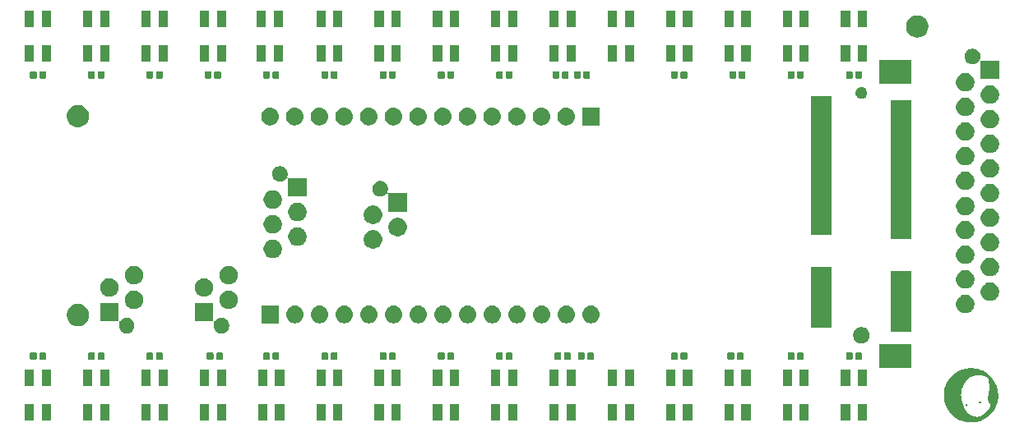
<source format=gbr>
G04 #@! TF.GenerationSoftware,KiCad,Pcbnew,5.1.2-f72e74a~84~ubuntu18.04.1*
G04 #@! TF.CreationDate,2019-08-10T16:00:54+02:00*
G04 #@! TF.ProjectId,roboy_2.0_forarm_shield,726f626f-795f-4322-9e30-5f666f726172,rev?*
G04 #@! TF.SameCoordinates,Original*
G04 #@! TF.FileFunction,Soldermask,Top*
G04 #@! TF.FilePolarity,Negative*
%FSLAX46Y46*%
G04 Gerber Fmt 4.6, Leading zero omitted, Abs format (unit mm)*
G04 Created by KiCad (PCBNEW 5.1.2-f72e74a~84~ubuntu18.04.1) date 2019-08-10 16:00:54*
%MOMM*%
%LPD*%
G04 APERTURE LIST*
%ADD10C,0.010000*%
%ADD11C,0.100000*%
G04 APERTURE END LIST*
D10*
G36*
X187111411Y-103247658D02*
G01*
X187160303Y-103249034D01*
X187201791Y-103251227D01*
X187204248Y-103251404D01*
X187370730Y-103268617D01*
X187534856Y-103295619D01*
X187696263Y-103332236D01*
X187854589Y-103378297D01*
X188009470Y-103433628D01*
X188160545Y-103498056D01*
X188307451Y-103571410D01*
X188449824Y-103653515D01*
X188587304Y-103744199D01*
X188719526Y-103843290D01*
X188846128Y-103950614D01*
X188966748Y-104065999D01*
X189011488Y-104112506D01*
X189122388Y-104237802D01*
X189224852Y-104368680D01*
X189318766Y-104504894D01*
X189404014Y-104646197D01*
X189480485Y-104792344D01*
X189548064Y-104943091D01*
X189606637Y-105098190D01*
X189656090Y-105257396D01*
X189696310Y-105420465D01*
X189727184Y-105587149D01*
X189741027Y-105687580D01*
X189743688Y-105715614D01*
X189746056Y-105752158D01*
X189748107Y-105795565D01*
X189749818Y-105844188D01*
X189751168Y-105896379D01*
X189752131Y-105950493D01*
X189752687Y-106004881D01*
X189752810Y-106057898D01*
X189752479Y-106107897D01*
X189751671Y-106153229D01*
X189750362Y-106192250D01*
X189748529Y-106223311D01*
X189748521Y-106223409D01*
X189730425Y-106387738D01*
X189702523Y-106549947D01*
X189665024Y-106709636D01*
X189618137Y-106866405D01*
X189562068Y-107019853D01*
X189497026Y-107169580D01*
X189423220Y-107315186D01*
X189340858Y-107456271D01*
X189250147Y-107592433D01*
X189151295Y-107723273D01*
X189044512Y-107848391D01*
X188930005Y-107967385D01*
X188807982Y-108079856D01*
X188763827Y-108117365D01*
X188632339Y-108220164D01*
X188495556Y-108314370D01*
X188353820Y-108399844D01*
X188207475Y-108476444D01*
X188056863Y-108544030D01*
X187902328Y-108602462D01*
X187744213Y-108651599D01*
X187582861Y-108691300D01*
X187418615Y-108721425D01*
X187251818Y-108741834D01*
X187236220Y-108743230D01*
X187204605Y-108745421D01*
X187165273Y-108747283D01*
X187120337Y-108748791D01*
X187071909Y-108749916D01*
X187022102Y-108750634D01*
X186973029Y-108750917D01*
X186926802Y-108750740D01*
X186885534Y-108750076D01*
X186851338Y-108748899D01*
X186838694Y-108748187D01*
X186669062Y-108732042D01*
X186502378Y-108706308D01*
X186338908Y-108671099D01*
X186178916Y-108626529D01*
X186022667Y-108572712D01*
X185870427Y-108509763D01*
X185722461Y-108437796D01*
X185579033Y-108356925D01*
X185440408Y-108267265D01*
X185306852Y-108168929D01*
X185178630Y-108062031D01*
X185117269Y-108006036D01*
X184998879Y-107887867D01*
X184888479Y-107763571D01*
X184786241Y-107633510D01*
X184692338Y-107498048D01*
X184606943Y-107357546D01*
X184530229Y-107212369D01*
X184462370Y-107062880D01*
X184403537Y-106909441D01*
X184353904Y-106752416D01*
X184313644Y-106592168D01*
X184282930Y-106429060D01*
X184261935Y-106263454D01*
X184256484Y-106199168D01*
X184254235Y-106158243D01*
X184252806Y-106109784D01*
X184252158Y-106055741D01*
X184252254Y-105998065D01*
X184252845Y-105954280D01*
X185935866Y-105954280D01*
X185936087Y-106014867D01*
X185936800Y-106067255D01*
X185938154Y-106113398D01*
X185940296Y-106155249D01*
X185943376Y-106194763D01*
X185947541Y-106233895D01*
X185952939Y-106274598D01*
X185959719Y-106318827D01*
X185966683Y-106360680D01*
X185991321Y-106485767D01*
X186023172Y-106615784D01*
X186061644Y-106749155D01*
X186106146Y-106884306D01*
X186156085Y-107019660D01*
X186210869Y-107153644D01*
X186269907Y-107284683D01*
X186332605Y-107411201D01*
X186398373Y-107531623D01*
X186422138Y-107572260D01*
X186447850Y-107614150D01*
X186472392Y-107651070D01*
X186497458Y-107685163D01*
X186524739Y-107718577D01*
X186555927Y-107753455D01*
X186592714Y-107791944D01*
X186606237Y-107805668D01*
X186674539Y-107872063D01*
X186740032Y-107930339D01*
X186804180Y-107981594D01*
X186868445Y-108026927D01*
X186934292Y-108067436D01*
X187003183Y-108104220D01*
X187005625Y-108105432D01*
X187072865Y-108136631D01*
X187140523Y-108163591D01*
X187209818Y-108186574D01*
X187281972Y-108205841D01*
X187358208Y-108221653D01*
X187439746Y-108234271D01*
X187527807Y-108243955D01*
X187623614Y-108250968D01*
X187704301Y-108254743D01*
X187718468Y-108254065D01*
X187739174Y-108251605D01*
X187763042Y-108247805D01*
X187776346Y-108245295D01*
X187882126Y-108218969D01*
X187986227Y-108182724D01*
X188088740Y-108136520D01*
X188189759Y-108080316D01*
X188268715Y-108028715D01*
X188304948Y-108002443D01*
X188345856Y-107971048D01*
X188390005Y-107935764D01*
X188435964Y-107897826D01*
X188482299Y-107858467D01*
X188527577Y-107818921D01*
X188570365Y-107780423D01*
X188609230Y-107744207D01*
X188642740Y-107711506D01*
X188669357Y-107683669D01*
X188719078Y-107626571D01*
X188768026Y-107565833D01*
X188815342Y-107502772D01*
X188860168Y-107438702D01*
X188901646Y-107374939D01*
X188938916Y-107312800D01*
X188971120Y-107253600D01*
X188997399Y-107198654D01*
X189015547Y-107153160D01*
X189027166Y-107116683D01*
X189033669Y-107086920D01*
X189035291Y-107061946D01*
X189032266Y-107039838D01*
X189030229Y-107032655D01*
X189021899Y-106999183D01*
X189015174Y-106955850D01*
X189010045Y-106902582D01*
X189008557Y-106880480D01*
X189006914Y-106857285D01*
X189005091Y-106837827D01*
X189003327Y-106824354D01*
X189002048Y-106819279D01*
X188995985Y-106815091D01*
X188983461Y-106808816D01*
X188971213Y-106803494D01*
X188935191Y-106785805D01*
X188905050Y-106764111D01*
X188880055Y-106737333D01*
X188859472Y-106704396D01*
X188842567Y-106664221D01*
X188828606Y-106615733D01*
X188821731Y-106584200D01*
X188813109Y-106529984D01*
X188806872Y-106467299D01*
X188803003Y-106397547D01*
X188801488Y-106322131D01*
X188802310Y-106242453D01*
X188805454Y-106159917D01*
X188810904Y-106075924D01*
X188818644Y-105991878D01*
X188828658Y-105909181D01*
X188829391Y-105903857D01*
X188837683Y-105852621D01*
X188848851Y-105798523D01*
X188863299Y-105739881D01*
X188881436Y-105675012D01*
X188897507Y-105621894D01*
X188908001Y-105586596D01*
X188914749Y-105560223D01*
X188917856Y-105542298D01*
X188917630Y-105532994D01*
X188916992Y-105525817D01*
X188916273Y-105509339D01*
X188915490Y-105484422D01*
X188914662Y-105451926D01*
X188913807Y-105412708D01*
X188912943Y-105367631D01*
X188912087Y-105317553D01*
X188911258Y-105263335D01*
X188910474Y-105205836D01*
X188910024Y-105169420D01*
X188909099Y-105094866D01*
X188908178Y-105029436D01*
X188907209Y-104972094D01*
X188906143Y-104921802D01*
X188904928Y-104877525D01*
X188903514Y-104838228D01*
X188901851Y-104802872D01*
X188899886Y-104770422D01*
X188897570Y-104739843D01*
X188894853Y-104710097D01*
X188891682Y-104680148D01*
X188888009Y-104648961D01*
X188883781Y-104615498D01*
X188882415Y-104604995D01*
X188873450Y-104542533D01*
X188862637Y-104477182D01*
X188850663Y-104412772D01*
X188838216Y-104353131D01*
X188833201Y-104331220D01*
X188827194Y-104305740D01*
X188821859Y-104283078D01*
X188817719Y-104265465D01*
X188815300Y-104255135D01*
X188815099Y-104254273D01*
X188809514Y-104244596D01*
X188796770Y-104230140D01*
X188778059Y-104211912D01*
X188754573Y-104190920D01*
X188727505Y-104168170D01*
X188698047Y-104144671D01*
X188667391Y-104121430D01*
X188636729Y-104099454D01*
X188612900Y-104083398D01*
X188519663Y-104028561D01*
X188420366Y-103981665D01*
X188314885Y-103942665D01*
X188203099Y-103911515D01*
X188084885Y-103888173D01*
X188074420Y-103886529D01*
X188029797Y-103880994D01*
X187977546Y-103876733D01*
X187920123Y-103873789D01*
X187859984Y-103872208D01*
X187799587Y-103872036D01*
X187741389Y-103873316D01*
X187687846Y-103876094D01*
X187655320Y-103878864D01*
X187518305Y-103896876D01*
X187386889Y-103922248D01*
X187261374Y-103954863D01*
X187142065Y-103994607D01*
X187029262Y-104041362D01*
X186923270Y-104095014D01*
X186824391Y-104155447D01*
X186732928Y-104222544D01*
X186712307Y-104239465D01*
X186679118Y-104268484D01*
X186646726Y-104299428D01*
X186613635Y-104333870D01*
X186578349Y-104373378D01*
X186539372Y-104419524D01*
X186530517Y-104430280D01*
X186426906Y-104562732D01*
X186333379Y-104695187D01*
X186249858Y-104827797D01*
X186176268Y-104960716D01*
X186112533Y-105094098D01*
X186058577Y-105228098D01*
X186014324Y-105362867D01*
X185979697Y-105498561D01*
X185964339Y-105575820D01*
X185956862Y-105618964D01*
X185950787Y-105657561D01*
X185945975Y-105693452D01*
X185942287Y-105728477D01*
X185939585Y-105764477D01*
X185937730Y-105803291D01*
X185936585Y-105846762D01*
X185936009Y-105896729D01*
X185935866Y-105954280D01*
X184252845Y-105954280D01*
X184253056Y-105938704D01*
X184254526Y-105879611D01*
X184256624Y-105822735D01*
X184259314Y-105770027D01*
X184262556Y-105723437D01*
X184266314Y-105684915D01*
X184266582Y-105682680D01*
X184292056Y-105513148D01*
X184326728Y-105347926D01*
X184370629Y-105186938D01*
X184423792Y-105030112D01*
X184486249Y-104877374D01*
X184558030Y-104728650D01*
X184639169Y-104583866D01*
X184729697Y-104442948D01*
X184829646Y-104305822D01*
X184897157Y-104221718D01*
X184922254Y-104192734D01*
X184953460Y-104158564D01*
X184989254Y-104120728D01*
X185028116Y-104080747D01*
X185068523Y-104040143D01*
X185108955Y-104000438D01*
X185147890Y-103963151D01*
X185183808Y-103929805D01*
X185215186Y-103901920D01*
X185226798Y-103892077D01*
X185343126Y-103799763D01*
X185460135Y-103716075D01*
X185579986Y-103639586D01*
X185704836Y-103568870D01*
X185757940Y-103541230D01*
X185903201Y-103472517D01*
X186050453Y-103413076D01*
X186200545Y-103362650D01*
X186354324Y-103320984D01*
X186512640Y-103287823D01*
X186676342Y-103262911D01*
X186687760Y-103261502D01*
X186725674Y-103257711D01*
X186771787Y-103254433D01*
X186824148Y-103251705D01*
X186880806Y-103249566D01*
X186939812Y-103248054D01*
X186999215Y-103247206D01*
X187057065Y-103247062D01*
X187111411Y-103247658D01*
X187111411Y-103247658D01*
G37*
X187111411Y-103247658D02*
X187160303Y-103249034D01*
X187201791Y-103251227D01*
X187204248Y-103251404D01*
X187370730Y-103268617D01*
X187534856Y-103295619D01*
X187696263Y-103332236D01*
X187854589Y-103378297D01*
X188009470Y-103433628D01*
X188160545Y-103498056D01*
X188307451Y-103571410D01*
X188449824Y-103653515D01*
X188587304Y-103744199D01*
X188719526Y-103843290D01*
X188846128Y-103950614D01*
X188966748Y-104065999D01*
X189011488Y-104112506D01*
X189122388Y-104237802D01*
X189224852Y-104368680D01*
X189318766Y-104504894D01*
X189404014Y-104646197D01*
X189480485Y-104792344D01*
X189548064Y-104943091D01*
X189606637Y-105098190D01*
X189656090Y-105257396D01*
X189696310Y-105420465D01*
X189727184Y-105587149D01*
X189741027Y-105687580D01*
X189743688Y-105715614D01*
X189746056Y-105752158D01*
X189748107Y-105795565D01*
X189749818Y-105844188D01*
X189751168Y-105896379D01*
X189752131Y-105950493D01*
X189752687Y-106004881D01*
X189752810Y-106057898D01*
X189752479Y-106107897D01*
X189751671Y-106153229D01*
X189750362Y-106192250D01*
X189748529Y-106223311D01*
X189748521Y-106223409D01*
X189730425Y-106387738D01*
X189702523Y-106549947D01*
X189665024Y-106709636D01*
X189618137Y-106866405D01*
X189562068Y-107019853D01*
X189497026Y-107169580D01*
X189423220Y-107315186D01*
X189340858Y-107456271D01*
X189250147Y-107592433D01*
X189151295Y-107723273D01*
X189044512Y-107848391D01*
X188930005Y-107967385D01*
X188807982Y-108079856D01*
X188763827Y-108117365D01*
X188632339Y-108220164D01*
X188495556Y-108314370D01*
X188353820Y-108399844D01*
X188207475Y-108476444D01*
X188056863Y-108544030D01*
X187902328Y-108602462D01*
X187744213Y-108651599D01*
X187582861Y-108691300D01*
X187418615Y-108721425D01*
X187251818Y-108741834D01*
X187236220Y-108743230D01*
X187204605Y-108745421D01*
X187165273Y-108747283D01*
X187120337Y-108748791D01*
X187071909Y-108749916D01*
X187022102Y-108750634D01*
X186973029Y-108750917D01*
X186926802Y-108750740D01*
X186885534Y-108750076D01*
X186851338Y-108748899D01*
X186838694Y-108748187D01*
X186669062Y-108732042D01*
X186502378Y-108706308D01*
X186338908Y-108671099D01*
X186178916Y-108626529D01*
X186022667Y-108572712D01*
X185870427Y-108509763D01*
X185722461Y-108437796D01*
X185579033Y-108356925D01*
X185440408Y-108267265D01*
X185306852Y-108168929D01*
X185178630Y-108062031D01*
X185117269Y-108006036D01*
X184998879Y-107887867D01*
X184888479Y-107763571D01*
X184786241Y-107633510D01*
X184692338Y-107498048D01*
X184606943Y-107357546D01*
X184530229Y-107212369D01*
X184462370Y-107062880D01*
X184403537Y-106909441D01*
X184353904Y-106752416D01*
X184313644Y-106592168D01*
X184282930Y-106429060D01*
X184261935Y-106263454D01*
X184256484Y-106199168D01*
X184254235Y-106158243D01*
X184252806Y-106109784D01*
X184252158Y-106055741D01*
X184252254Y-105998065D01*
X184252845Y-105954280D01*
X185935866Y-105954280D01*
X185936087Y-106014867D01*
X185936800Y-106067255D01*
X185938154Y-106113398D01*
X185940296Y-106155249D01*
X185943376Y-106194763D01*
X185947541Y-106233895D01*
X185952939Y-106274598D01*
X185959719Y-106318827D01*
X185966683Y-106360680D01*
X185991321Y-106485767D01*
X186023172Y-106615784D01*
X186061644Y-106749155D01*
X186106146Y-106884306D01*
X186156085Y-107019660D01*
X186210869Y-107153644D01*
X186269907Y-107284683D01*
X186332605Y-107411201D01*
X186398373Y-107531623D01*
X186422138Y-107572260D01*
X186447850Y-107614150D01*
X186472392Y-107651070D01*
X186497458Y-107685163D01*
X186524739Y-107718577D01*
X186555927Y-107753455D01*
X186592714Y-107791944D01*
X186606237Y-107805668D01*
X186674539Y-107872063D01*
X186740032Y-107930339D01*
X186804180Y-107981594D01*
X186868445Y-108026927D01*
X186934292Y-108067436D01*
X187003183Y-108104220D01*
X187005625Y-108105432D01*
X187072865Y-108136631D01*
X187140523Y-108163591D01*
X187209818Y-108186574D01*
X187281972Y-108205841D01*
X187358208Y-108221653D01*
X187439746Y-108234271D01*
X187527807Y-108243955D01*
X187623614Y-108250968D01*
X187704301Y-108254743D01*
X187718468Y-108254065D01*
X187739174Y-108251605D01*
X187763042Y-108247805D01*
X187776346Y-108245295D01*
X187882126Y-108218969D01*
X187986227Y-108182724D01*
X188088740Y-108136520D01*
X188189759Y-108080316D01*
X188268715Y-108028715D01*
X188304948Y-108002443D01*
X188345856Y-107971048D01*
X188390005Y-107935764D01*
X188435964Y-107897826D01*
X188482299Y-107858467D01*
X188527577Y-107818921D01*
X188570365Y-107780423D01*
X188609230Y-107744207D01*
X188642740Y-107711506D01*
X188669357Y-107683669D01*
X188719078Y-107626571D01*
X188768026Y-107565833D01*
X188815342Y-107502772D01*
X188860168Y-107438702D01*
X188901646Y-107374939D01*
X188938916Y-107312800D01*
X188971120Y-107253600D01*
X188997399Y-107198654D01*
X189015547Y-107153160D01*
X189027166Y-107116683D01*
X189033669Y-107086920D01*
X189035291Y-107061946D01*
X189032266Y-107039838D01*
X189030229Y-107032655D01*
X189021899Y-106999183D01*
X189015174Y-106955850D01*
X189010045Y-106902582D01*
X189008557Y-106880480D01*
X189006914Y-106857285D01*
X189005091Y-106837827D01*
X189003327Y-106824354D01*
X189002048Y-106819279D01*
X188995985Y-106815091D01*
X188983461Y-106808816D01*
X188971213Y-106803494D01*
X188935191Y-106785805D01*
X188905050Y-106764111D01*
X188880055Y-106737333D01*
X188859472Y-106704396D01*
X188842567Y-106664221D01*
X188828606Y-106615733D01*
X188821731Y-106584200D01*
X188813109Y-106529984D01*
X188806872Y-106467299D01*
X188803003Y-106397547D01*
X188801488Y-106322131D01*
X188802310Y-106242453D01*
X188805454Y-106159917D01*
X188810904Y-106075924D01*
X188818644Y-105991878D01*
X188828658Y-105909181D01*
X188829391Y-105903857D01*
X188837683Y-105852621D01*
X188848851Y-105798523D01*
X188863299Y-105739881D01*
X188881436Y-105675012D01*
X188897507Y-105621894D01*
X188908001Y-105586596D01*
X188914749Y-105560223D01*
X188917856Y-105542298D01*
X188917630Y-105532994D01*
X188916992Y-105525817D01*
X188916273Y-105509339D01*
X188915490Y-105484422D01*
X188914662Y-105451926D01*
X188913807Y-105412708D01*
X188912943Y-105367631D01*
X188912087Y-105317553D01*
X188911258Y-105263335D01*
X188910474Y-105205836D01*
X188910024Y-105169420D01*
X188909099Y-105094866D01*
X188908178Y-105029436D01*
X188907209Y-104972094D01*
X188906143Y-104921802D01*
X188904928Y-104877525D01*
X188903514Y-104838228D01*
X188901851Y-104802872D01*
X188899886Y-104770422D01*
X188897570Y-104739843D01*
X188894853Y-104710097D01*
X188891682Y-104680148D01*
X188888009Y-104648961D01*
X188883781Y-104615498D01*
X188882415Y-104604995D01*
X188873450Y-104542533D01*
X188862637Y-104477182D01*
X188850663Y-104412772D01*
X188838216Y-104353131D01*
X188833201Y-104331220D01*
X188827194Y-104305740D01*
X188821859Y-104283078D01*
X188817719Y-104265465D01*
X188815300Y-104255135D01*
X188815099Y-104254273D01*
X188809514Y-104244596D01*
X188796770Y-104230140D01*
X188778059Y-104211912D01*
X188754573Y-104190920D01*
X188727505Y-104168170D01*
X188698047Y-104144671D01*
X188667391Y-104121430D01*
X188636729Y-104099454D01*
X188612900Y-104083398D01*
X188519663Y-104028561D01*
X188420366Y-103981665D01*
X188314885Y-103942665D01*
X188203099Y-103911515D01*
X188084885Y-103888173D01*
X188074420Y-103886529D01*
X188029797Y-103880994D01*
X187977546Y-103876733D01*
X187920123Y-103873789D01*
X187859984Y-103872208D01*
X187799587Y-103872036D01*
X187741389Y-103873316D01*
X187687846Y-103876094D01*
X187655320Y-103878864D01*
X187518305Y-103896876D01*
X187386889Y-103922248D01*
X187261374Y-103954863D01*
X187142065Y-103994607D01*
X187029262Y-104041362D01*
X186923270Y-104095014D01*
X186824391Y-104155447D01*
X186732928Y-104222544D01*
X186712307Y-104239465D01*
X186679118Y-104268484D01*
X186646726Y-104299428D01*
X186613635Y-104333870D01*
X186578349Y-104373378D01*
X186539372Y-104419524D01*
X186530517Y-104430280D01*
X186426906Y-104562732D01*
X186333379Y-104695187D01*
X186249858Y-104827797D01*
X186176268Y-104960716D01*
X186112533Y-105094098D01*
X186058577Y-105228098D01*
X186014324Y-105362867D01*
X185979697Y-105498561D01*
X185964339Y-105575820D01*
X185956862Y-105618964D01*
X185950787Y-105657561D01*
X185945975Y-105693452D01*
X185942287Y-105728477D01*
X185939585Y-105764477D01*
X185937730Y-105803291D01*
X185936585Y-105846762D01*
X185936009Y-105896729D01*
X185935866Y-105954280D01*
X184252845Y-105954280D01*
X184253056Y-105938704D01*
X184254526Y-105879611D01*
X184256624Y-105822735D01*
X184259314Y-105770027D01*
X184262556Y-105723437D01*
X184266314Y-105684915D01*
X184266582Y-105682680D01*
X184292056Y-105513148D01*
X184326728Y-105347926D01*
X184370629Y-105186938D01*
X184423792Y-105030112D01*
X184486249Y-104877374D01*
X184558030Y-104728650D01*
X184639169Y-104583866D01*
X184729697Y-104442948D01*
X184829646Y-104305822D01*
X184897157Y-104221718D01*
X184922254Y-104192734D01*
X184953460Y-104158564D01*
X184989254Y-104120728D01*
X185028116Y-104080747D01*
X185068523Y-104040143D01*
X185108955Y-104000438D01*
X185147890Y-103963151D01*
X185183808Y-103929805D01*
X185215186Y-103901920D01*
X185226798Y-103892077D01*
X185343126Y-103799763D01*
X185460135Y-103716075D01*
X185579986Y-103639586D01*
X185704836Y-103568870D01*
X185757940Y-103541230D01*
X185903201Y-103472517D01*
X186050453Y-103413076D01*
X186200545Y-103362650D01*
X186354324Y-103320984D01*
X186512640Y-103287823D01*
X186676342Y-103262911D01*
X186687760Y-103261502D01*
X186725674Y-103257711D01*
X186771787Y-103254433D01*
X186824148Y-103251705D01*
X186880806Y-103249566D01*
X186939812Y-103248054D01*
X186999215Y-103247206D01*
X187057065Y-103247062D01*
X187111411Y-103247658D01*
G36*
X186524466Y-106929926D02*
G01*
X186539554Y-106941333D01*
X186541789Y-106943610D01*
X186557997Y-106964076D01*
X186571303Y-106987188D01*
X186581395Y-107011348D01*
X186587961Y-107034960D01*
X186590691Y-107056426D01*
X186589274Y-107074150D01*
X186583397Y-107086535D01*
X186572750Y-107091983D01*
X186570740Y-107092103D01*
X186563319Y-107089690D01*
X186551818Y-107083702D01*
X186550097Y-107082671D01*
X186533099Y-107067908D01*
X186517367Y-107046401D01*
X186503917Y-107020683D01*
X186493764Y-106993289D01*
X186487921Y-106966754D01*
X186487405Y-106943613D01*
X186490003Y-106932595D01*
X186497422Y-106925074D01*
X186509666Y-106924345D01*
X186524466Y-106929926D01*
X186524466Y-106929926D01*
G37*
X186524466Y-106929926D02*
X186539554Y-106941333D01*
X186541789Y-106943610D01*
X186557997Y-106964076D01*
X186571303Y-106987188D01*
X186581395Y-107011348D01*
X186587961Y-107034960D01*
X186590691Y-107056426D01*
X186589274Y-107074150D01*
X186583397Y-107086535D01*
X186572750Y-107091983D01*
X186570740Y-107092103D01*
X186563319Y-107089690D01*
X186551818Y-107083702D01*
X186550097Y-107082671D01*
X186533099Y-107067908D01*
X186517367Y-107046401D01*
X186503917Y-107020683D01*
X186493764Y-106993289D01*
X186487921Y-106966754D01*
X186487405Y-106943613D01*
X186490003Y-106932595D01*
X186497422Y-106925074D01*
X186509666Y-106924345D01*
X186524466Y-106929926D01*
G36*
X187963667Y-106651102D02*
G01*
X187976744Y-106654493D01*
X187988048Y-106661622D01*
X187990392Y-106663545D01*
X188009692Y-106685382D01*
X188019619Y-106709859D01*
X188019926Y-106735768D01*
X188010441Y-106761765D01*
X187996012Y-106780859D01*
X187977537Y-106792325D01*
X187953024Y-106797210D01*
X187942228Y-106797560D01*
X187924829Y-106796947D01*
X187913155Y-106793934D01*
X187902794Y-106786758D01*
X187893903Y-106778259D01*
X187877278Y-106755369D01*
X187869936Y-106730434D01*
X187871832Y-106705206D01*
X187882919Y-106681436D01*
X187896859Y-106665951D01*
X187908713Y-106656754D01*
X187920030Y-106652033D01*
X187935130Y-106650369D01*
X187944667Y-106650240D01*
X187963667Y-106651102D01*
X187963667Y-106651102D01*
G37*
X187963667Y-106651102D02*
X187976744Y-106654493D01*
X187988048Y-106661622D01*
X187990392Y-106663545D01*
X188009692Y-106685382D01*
X188019619Y-106709859D01*
X188019926Y-106735768D01*
X188010441Y-106761765D01*
X187996012Y-106780859D01*
X187977537Y-106792325D01*
X187953024Y-106797210D01*
X187942228Y-106797560D01*
X187924829Y-106796947D01*
X187913155Y-106793934D01*
X187902794Y-106786758D01*
X187893903Y-106778259D01*
X187877278Y-106755369D01*
X187869936Y-106730434D01*
X187871832Y-106705206D01*
X187882919Y-106681436D01*
X187896859Y-106665951D01*
X187908713Y-106656754D01*
X187920030Y-106652033D01*
X187935130Y-106650369D01*
X187944667Y-106650240D01*
X187963667Y-106651102D01*
D11*
G36*
X176351000Y-108601000D02*
G01*
X175399000Y-108601000D01*
X175399000Y-106899000D01*
X176351000Y-106899000D01*
X176351000Y-108601000D01*
X176351000Y-108601000D01*
G37*
G36*
X90601000Y-108601000D02*
G01*
X89649000Y-108601000D01*
X89649000Y-106899000D01*
X90601000Y-106899000D01*
X90601000Y-108601000D01*
X90601000Y-108601000D01*
G37*
G36*
X138601000Y-108601000D02*
G01*
X137649000Y-108601000D01*
X137649000Y-106899000D01*
X138601000Y-106899000D01*
X138601000Y-108601000D01*
X138601000Y-108601000D01*
G37*
G36*
X132601000Y-108601000D02*
G01*
X131649000Y-108601000D01*
X131649000Y-106899000D01*
X132601000Y-106899000D01*
X132601000Y-108601000D01*
X132601000Y-108601000D01*
G37*
G36*
X134351000Y-108601000D02*
G01*
X133399000Y-108601000D01*
X133399000Y-106899000D01*
X134351000Y-106899000D01*
X134351000Y-108601000D01*
X134351000Y-108601000D01*
G37*
G36*
X128351000Y-108601000D02*
G01*
X127399000Y-108601000D01*
X127399000Y-106899000D01*
X128351000Y-106899000D01*
X128351000Y-108601000D01*
X128351000Y-108601000D01*
G37*
G36*
X126601000Y-108601000D02*
G01*
X125649000Y-108601000D01*
X125649000Y-106899000D01*
X126601000Y-106899000D01*
X126601000Y-108601000D01*
X126601000Y-108601000D01*
G37*
G36*
X120601000Y-108601000D02*
G01*
X119649000Y-108601000D01*
X119649000Y-106899000D01*
X120601000Y-106899000D01*
X120601000Y-108601000D01*
X120601000Y-108601000D01*
G37*
G36*
X122351000Y-108601000D02*
G01*
X121399000Y-108601000D01*
X121399000Y-106899000D01*
X122351000Y-106899000D01*
X122351000Y-108601000D01*
X122351000Y-108601000D01*
G37*
G36*
X116351000Y-108601000D02*
G01*
X115399000Y-108601000D01*
X115399000Y-106899000D01*
X116351000Y-106899000D01*
X116351000Y-108601000D01*
X116351000Y-108601000D01*
G37*
G36*
X114601000Y-108601000D02*
G01*
X113649000Y-108601000D01*
X113649000Y-106899000D01*
X114601000Y-106899000D01*
X114601000Y-108601000D01*
X114601000Y-108601000D01*
G37*
G36*
X108601000Y-108601000D02*
G01*
X107649000Y-108601000D01*
X107649000Y-106899000D01*
X108601000Y-106899000D01*
X108601000Y-108601000D01*
X108601000Y-108601000D01*
G37*
G36*
X110351000Y-108601000D02*
G01*
X109399000Y-108601000D01*
X109399000Y-106899000D01*
X110351000Y-106899000D01*
X110351000Y-108601000D01*
X110351000Y-108601000D01*
G37*
G36*
X104351000Y-108601000D02*
G01*
X103399000Y-108601000D01*
X103399000Y-106899000D01*
X104351000Y-106899000D01*
X104351000Y-108601000D01*
X104351000Y-108601000D01*
G37*
G36*
X102601000Y-108601000D02*
G01*
X101649000Y-108601000D01*
X101649000Y-106899000D01*
X102601000Y-106899000D01*
X102601000Y-108601000D01*
X102601000Y-108601000D01*
G37*
G36*
X96601000Y-108601000D02*
G01*
X95649000Y-108601000D01*
X95649000Y-106899000D01*
X96601000Y-106899000D01*
X96601000Y-108601000D01*
X96601000Y-108601000D01*
G37*
G36*
X92351000Y-108601000D02*
G01*
X91399000Y-108601000D01*
X91399000Y-106899000D01*
X92351000Y-106899000D01*
X92351000Y-108601000D01*
X92351000Y-108601000D01*
G37*
G36*
X98351000Y-108601000D02*
G01*
X97399000Y-108601000D01*
X97399000Y-106899000D01*
X98351000Y-106899000D01*
X98351000Y-108601000D01*
X98351000Y-108601000D01*
G37*
G36*
X174601000Y-108601000D02*
G01*
X173649000Y-108601000D01*
X173649000Y-106899000D01*
X174601000Y-106899000D01*
X174601000Y-108601000D01*
X174601000Y-108601000D01*
G37*
G36*
X168601000Y-108601000D02*
G01*
X167649000Y-108601000D01*
X167649000Y-106899000D01*
X168601000Y-106899000D01*
X168601000Y-108601000D01*
X168601000Y-108601000D01*
G37*
G36*
X170351000Y-108601000D02*
G01*
X169399000Y-108601000D01*
X169399000Y-106899000D01*
X170351000Y-106899000D01*
X170351000Y-108601000D01*
X170351000Y-108601000D01*
G37*
G36*
X164351000Y-108601000D02*
G01*
X163399000Y-108601000D01*
X163399000Y-106899000D01*
X164351000Y-106899000D01*
X164351000Y-108601000D01*
X164351000Y-108601000D01*
G37*
G36*
X162601000Y-108601000D02*
G01*
X161649000Y-108601000D01*
X161649000Y-106899000D01*
X162601000Y-106899000D01*
X162601000Y-108601000D01*
X162601000Y-108601000D01*
G37*
G36*
X156601000Y-108601000D02*
G01*
X155649000Y-108601000D01*
X155649000Y-106899000D01*
X156601000Y-106899000D01*
X156601000Y-108601000D01*
X156601000Y-108601000D01*
G37*
G36*
X152351000Y-108601000D02*
G01*
X151399000Y-108601000D01*
X151399000Y-106899000D01*
X152351000Y-106899000D01*
X152351000Y-108601000D01*
X152351000Y-108601000D01*
G37*
G36*
X150601000Y-108601000D02*
G01*
X149649000Y-108601000D01*
X149649000Y-106899000D01*
X150601000Y-106899000D01*
X150601000Y-108601000D01*
X150601000Y-108601000D01*
G37*
G36*
X144601000Y-108601000D02*
G01*
X143649000Y-108601000D01*
X143649000Y-106899000D01*
X144601000Y-106899000D01*
X144601000Y-108601000D01*
X144601000Y-108601000D01*
G37*
G36*
X146351000Y-108601000D02*
G01*
X145399000Y-108601000D01*
X145399000Y-106899000D01*
X146351000Y-106899000D01*
X146351000Y-108601000D01*
X146351000Y-108601000D01*
G37*
G36*
X140351000Y-108601000D02*
G01*
X139399000Y-108601000D01*
X139399000Y-106899000D01*
X140351000Y-106899000D01*
X140351000Y-108601000D01*
X140351000Y-108601000D01*
G37*
G36*
X158351000Y-108601000D02*
G01*
X157399000Y-108601000D01*
X157399000Y-106899000D01*
X158351000Y-106899000D01*
X158351000Y-108601000D01*
X158351000Y-108601000D01*
G37*
G36*
X144601000Y-105101000D02*
G01*
X143649000Y-105101000D01*
X143649000Y-103399000D01*
X144601000Y-103399000D01*
X144601000Y-105101000D01*
X144601000Y-105101000D01*
G37*
G36*
X138601000Y-105101000D02*
G01*
X137649000Y-105101000D01*
X137649000Y-103399000D01*
X138601000Y-103399000D01*
X138601000Y-105101000D01*
X138601000Y-105101000D01*
G37*
G36*
X110351000Y-105101000D02*
G01*
X109399000Y-105101000D01*
X109399000Y-103399000D01*
X110351000Y-103399000D01*
X110351000Y-105101000D01*
X110351000Y-105101000D01*
G37*
G36*
X114601000Y-105101000D02*
G01*
X113649000Y-105101000D01*
X113649000Y-103399000D01*
X114601000Y-103399000D01*
X114601000Y-105101000D01*
X114601000Y-105101000D01*
G37*
G36*
X116351000Y-105101000D02*
G01*
X115399000Y-105101000D01*
X115399000Y-103399000D01*
X116351000Y-103399000D01*
X116351000Y-105101000D01*
X116351000Y-105101000D01*
G37*
G36*
X120601000Y-105101000D02*
G01*
X119649000Y-105101000D01*
X119649000Y-103399000D01*
X120601000Y-103399000D01*
X120601000Y-105101000D01*
X120601000Y-105101000D01*
G37*
G36*
X122351000Y-105101000D02*
G01*
X121399000Y-105101000D01*
X121399000Y-103399000D01*
X122351000Y-103399000D01*
X122351000Y-105101000D01*
X122351000Y-105101000D01*
G37*
G36*
X126601000Y-105101000D02*
G01*
X125649000Y-105101000D01*
X125649000Y-103399000D01*
X126601000Y-103399000D01*
X126601000Y-105101000D01*
X126601000Y-105101000D01*
G37*
G36*
X128351000Y-105101000D02*
G01*
X127399000Y-105101000D01*
X127399000Y-103399000D01*
X128351000Y-103399000D01*
X128351000Y-105101000D01*
X128351000Y-105101000D01*
G37*
G36*
X132601000Y-105101000D02*
G01*
X131649000Y-105101000D01*
X131649000Y-103399000D01*
X132601000Y-103399000D01*
X132601000Y-105101000D01*
X132601000Y-105101000D01*
G37*
G36*
X134351000Y-105101000D02*
G01*
X133399000Y-105101000D01*
X133399000Y-103399000D01*
X134351000Y-103399000D01*
X134351000Y-105101000D01*
X134351000Y-105101000D01*
G37*
G36*
X104351000Y-105101000D02*
G01*
X103399000Y-105101000D01*
X103399000Y-103399000D01*
X104351000Y-103399000D01*
X104351000Y-105101000D01*
X104351000Y-105101000D01*
G37*
G36*
X102601000Y-105101000D02*
G01*
X101649000Y-105101000D01*
X101649000Y-103399000D01*
X102601000Y-103399000D01*
X102601000Y-105101000D01*
X102601000Y-105101000D01*
G37*
G36*
X108601000Y-105101000D02*
G01*
X107649000Y-105101000D01*
X107649000Y-103399000D01*
X108601000Y-103399000D01*
X108601000Y-105101000D01*
X108601000Y-105101000D01*
G37*
G36*
X140351000Y-105101000D02*
G01*
X139399000Y-105101000D01*
X139399000Y-103399000D01*
X140351000Y-103399000D01*
X140351000Y-105101000D01*
X140351000Y-105101000D01*
G37*
G36*
X150601000Y-105101000D02*
G01*
X149649000Y-105101000D01*
X149649000Y-103399000D01*
X150601000Y-103399000D01*
X150601000Y-105101000D01*
X150601000Y-105101000D01*
G37*
G36*
X90601000Y-105101000D02*
G01*
X89649000Y-105101000D01*
X89649000Y-103399000D01*
X90601000Y-103399000D01*
X90601000Y-105101000D01*
X90601000Y-105101000D01*
G37*
G36*
X146351000Y-105101000D02*
G01*
X145399000Y-105101000D01*
X145399000Y-103399000D01*
X146351000Y-103399000D01*
X146351000Y-105101000D01*
X146351000Y-105101000D01*
G37*
G36*
X98351000Y-105101000D02*
G01*
X97399000Y-105101000D01*
X97399000Y-103399000D01*
X98351000Y-103399000D01*
X98351000Y-105101000D01*
X98351000Y-105101000D01*
G37*
G36*
X96601000Y-105101000D02*
G01*
X95649000Y-105101000D01*
X95649000Y-103399000D01*
X96601000Y-103399000D01*
X96601000Y-105101000D01*
X96601000Y-105101000D01*
G37*
G36*
X156601000Y-105101000D02*
G01*
X155649000Y-105101000D01*
X155649000Y-103399000D01*
X156601000Y-103399000D01*
X156601000Y-105101000D01*
X156601000Y-105101000D01*
G37*
G36*
X176351000Y-105101000D02*
G01*
X175399000Y-105101000D01*
X175399000Y-103399000D01*
X176351000Y-103399000D01*
X176351000Y-105101000D01*
X176351000Y-105101000D01*
G37*
G36*
X174601000Y-105101000D02*
G01*
X173649000Y-105101000D01*
X173649000Y-103399000D01*
X174601000Y-103399000D01*
X174601000Y-105101000D01*
X174601000Y-105101000D01*
G37*
G36*
X168601000Y-105101000D02*
G01*
X167649000Y-105101000D01*
X167649000Y-103399000D01*
X168601000Y-103399000D01*
X168601000Y-105101000D01*
X168601000Y-105101000D01*
G37*
G36*
X170351000Y-105101000D02*
G01*
X169399000Y-105101000D01*
X169399000Y-103399000D01*
X170351000Y-103399000D01*
X170351000Y-105101000D01*
X170351000Y-105101000D01*
G37*
G36*
X164351000Y-105101000D02*
G01*
X163399000Y-105101000D01*
X163399000Y-103399000D01*
X164351000Y-103399000D01*
X164351000Y-105101000D01*
X164351000Y-105101000D01*
G37*
G36*
X162601000Y-105101000D02*
G01*
X161649000Y-105101000D01*
X161649000Y-103399000D01*
X162601000Y-103399000D01*
X162601000Y-105101000D01*
X162601000Y-105101000D01*
G37*
G36*
X92351000Y-105101000D02*
G01*
X91399000Y-105101000D01*
X91399000Y-103399000D01*
X92351000Y-103399000D01*
X92351000Y-105101000D01*
X92351000Y-105101000D01*
G37*
G36*
X158351000Y-105101000D02*
G01*
X157399000Y-105101000D01*
X157399000Y-103399000D01*
X158351000Y-103399000D01*
X158351000Y-105101000D01*
X158351000Y-105101000D01*
G37*
G36*
X152351000Y-105101000D02*
G01*
X151399000Y-105101000D01*
X151399000Y-103399000D01*
X152351000Y-103399000D01*
X152351000Y-105101000D01*
X152351000Y-105101000D01*
G37*
G36*
X180901000Y-103201000D02*
G01*
X177599000Y-103201000D01*
X177599000Y-100799000D01*
X180901000Y-100799000D01*
X180901000Y-103201000D01*
X180901000Y-103201000D01*
G37*
G36*
X138771938Y-101631716D02*
G01*
X138792557Y-101637971D01*
X138811553Y-101648124D01*
X138828208Y-101661792D01*
X138841876Y-101678447D01*
X138852029Y-101697443D01*
X138858284Y-101718062D01*
X138861000Y-101745640D01*
X138861000Y-102254360D01*
X138858284Y-102281938D01*
X138852029Y-102302557D01*
X138841876Y-102321553D01*
X138828208Y-102338208D01*
X138811553Y-102351876D01*
X138792557Y-102362029D01*
X138771938Y-102368284D01*
X138744360Y-102371000D01*
X138285640Y-102371000D01*
X138258062Y-102368284D01*
X138237443Y-102362029D01*
X138218447Y-102351876D01*
X138201792Y-102338208D01*
X138188124Y-102321553D01*
X138177971Y-102302557D01*
X138171716Y-102281938D01*
X138169000Y-102254360D01*
X138169000Y-101745640D01*
X138171716Y-101718062D01*
X138177971Y-101697443D01*
X138188124Y-101678447D01*
X138201792Y-101661792D01*
X138218447Y-101648124D01*
X138237443Y-101637971D01*
X138258062Y-101631716D01*
X138285640Y-101629000D01*
X138744360Y-101629000D01*
X138771938Y-101631716D01*
X138771938Y-101631716D01*
G37*
G36*
X139741938Y-101631716D02*
G01*
X139762557Y-101637971D01*
X139781553Y-101648124D01*
X139798208Y-101661792D01*
X139811876Y-101678447D01*
X139822029Y-101697443D01*
X139828284Y-101718062D01*
X139831000Y-101745640D01*
X139831000Y-102254360D01*
X139828284Y-102281938D01*
X139822029Y-102302557D01*
X139811876Y-102321553D01*
X139798208Y-102338208D01*
X139781553Y-102351876D01*
X139762557Y-102362029D01*
X139741938Y-102368284D01*
X139714360Y-102371000D01*
X139255640Y-102371000D01*
X139228062Y-102368284D01*
X139207443Y-102362029D01*
X139188447Y-102351876D01*
X139171792Y-102338208D01*
X139158124Y-102321553D01*
X139147971Y-102302557D01*
X139141716Y-102281938D01*
X139139000Y-102254360D01*
X139139000Y-101745640D01*
X139141716Y-101718062D01*
X139147971Y-101697443D01*
X139158124Y-101678447D01*
X139171792Y-101661792D01*
X139188447Y-101648124D01*
X139207443Y-101637971D01*
X139228062Y-101631716D01*
X139255640Y-101629000D01*
X139714360Y-101629000D01*
X139741938Y-101631716D01*
X139741938Y-101631716D01*
G37*
G36*
X144771938Y-101631716D02*
G01*
X144792557Y-101637971D01*
X144811553Y-101648124D01*
X144828208Y-101661792D01*
X144841876Y-101678447D01*
X144852029Y-101697443D01*
X144858284Y-101718062D01*
X144861000Y-101745640D01*
X144861000Y-102254360D01*
X144858284Y-102281938D01*
X144852029Y-102302557D01*
X144841876Y-102321553D01*
X144828208Y-102338208D01*
X144811553Y-102351876D01*
X144792557Y-102362029D01*
X144771938Y-102368284D01*
X144744360Y-102371000D01*
X144285640Y-102371000D01*
X144258062Y-102368284D01*
X144237443Y-102362029D01*
X144218447Y-102351876D01*
X144201792Y-102338208D01*
X144188124Y-102321553D01*
X144177971Y-102302557D01*
X144171716Y-102281938D01*
X144169000Y-102254360D01*
X144169000Y-101745640D01*
X144171716Y-101718062D01*
X144177971Y-101697443D01*
X144188124Y-101678447D01*
X144201792Y-101661792D01*
X144218447Y-101648124D01*
X144237443Y-101637971D01*
X144258062Y-101631716D01*
X144285640Y-101629000D01*
X144744360Y-101629000D01*
X144771938Y-101631716D01*
X144771938Y-101631716D01*
G37*
G36*
X145741938Y-101631716D02*
G01*
X145762557Y-101637971D01*
X145781553Y-101648124D01*
X145798208Y-101661792D01*
X145811876Y-101678447D01*
X145822029Y-101697443D01*
X145828284Y-101718062D01*
X145831000Y-101745640D01*
X145831000Y-102254360D01*
X145828284Y-102281938D01*
X145822029Y-102302557D01*
X145811876Y-102321553D01*
X145798208Y-102338208D01*
X145781553Y-102351876D01*
X145762557Y-102362029D01*
X145741938Y-102368284D01*
X145714360Y-102371000D01*
X145255640Y-102371000D01*
X145228062Y-102368284D01*
X145207443Y-102362029D01*
X145188447Y-102351876D01*
X145171792Y-102338208D01*
X145158124Y-102321553D01*
X145147971Y-102302557D01*
X145141716Y-102281938D01*
X145139000Y-102254360D01*
X145139000Y-101745640D01*
X145141716Y-101718062D01*
X145147971Y-101697443D01*
X145158124Y-101678447D01*
X145171792Y-101661792D01*
X145188447Y-101648124D01*
X145207443Y-101637971D01*
X145228062Y-101631716D01*
X145255640Y-101629000D01*
X145714360Y-101629000D01*
X145741938Y-101631716D01*
X145741938Y-101631716D01*
G37*
G36*
X147171938Y-101631716D02*
G01*
X147192557Y-101637971D01*
X147211553Y-101648124D01*
X147228208Y-101661792D01*
X147241876Y-101678447D01*
X147252029Y-101697443D01*
X147258284Y-101718062D01*
X147261000Y-101745640D01*
X147261000Y-102254360D01*
X147258284Y-102281938D01*
X147252029Y-102302557D01*
X147241876Y-102321553D01*
X147228208Y-102338208D01*
X147211553Y-102351876D01*
X147192557Y-102362029D01*
X147171938Y-102368284D01*
X147144360Y-102371000D01*
X146685640Y-102371000D01*
X146658062Y-102368284D01*
X146637443Y-102362029D01*
X146618447Y-102351876D01*
X146601792Y-102338208D01*
X146588124Y-102321553D01*
X146577971Y-102302557D01*
X146571716Y-102281938D01*
X146569000Y-102254360D01*
X146569000Y-101745640D01*
X146571716Y-101718062D01*
X146577971Y-101697443D01*
X146588124Y-101678447D01*
X146601792Y-101661792D01*
X146618447Y-101648124D01*
X146637443Y-101637971D01*
X146658062Y-101631716D01*
X146685640Y-101629000D01*
X147144360Y-101629000D01*
X147171938Y-101631716D01*
X147171938Y-101631716D01*
G37*
G36*
X148141938Y-101631716D02*
G01*
X148162557Y-101637971D01*
X148181553Y-101648124D01*
X148198208Y-101661792D01*
X148211876Y-101678447D01*
X148222029Y-101697443D01*
X148228284Y-101718062D01*
X148231000Y-101745640D01*
X148231000Y-102254360D01*
X148228284Y-102281938D01*
X148222029Y-102302557D01*
X148211876Y-102321553D01*
X148198208Y-102338208D01*
X148181553Y-102351876D01*
X148162557Y-102362029D01*
X148141938Y-102368284D01*
X148114360Y-102371000D01*
X147655640Y-102371000D01*
X147628062Y-102368284D01*
X147607443Y-102362029D01*
X147588447Y-102351876D01*
X147571792Y-102338208D01*
X147558124Y-102321553D01*
X147547971Y-102302557D01*
X147541716Y-102281938D01*
X147539000Y-102254360D01*
X147539000Y-101745640D01*
X147541716Y-101718062D01*
X147547971Y-101697443D01*
X147558124Y-101678447D01*
X147571792Y-101661792D01*
X147588447Y-101648124D01*
X147607443Y-101637971D01*
X147628062Y-101631716D01*
X147655640Y-101629000D01*
X148114360Y-101629000D01*
X148141938Y-101631716D01*
X148141938Y-101631716D01*
G37*
G36*
X156771938Y-101631716D02*
G01*
X156792557Y-101637971D01*
X156811553Y-101648124D01*
X156828208Y-101661792D01*
X156841876Y-101678447D01*
X156852029Y-101697443D01*
X156858284Y-101718062D01*
X156861000Y-101745640D01*
X156861000Y-102254360D01*
X156858284Y-102281938D01*
X156852029Y-102302557D01*
X156841876Y-102321553D01*
X156828208Y-102338208D01*
X156811553Y-102351876D01*
X156792557Y-102362029D01*
X156771938Y-102368284D01*
X156744360Y-102371000D01*
X156285640Y-102371000D01*
X156258062Y-102368284D01*
X156237443Y-102362029D01*
X156218447Y-102351876D01*
X156201792Y-102338208D01*
X156188124Y-102321553D01*
X156177971Y-102302557D01*
X156171716Y-102281938D01*
X156169000Y-102254360D01*
X156169000Y-101745640D01*
X156171716Y-101718062D01*
X156177971Y-101697443D01*
X156188124Y-101678447D01*
X156201792Y-101661792D01*
X156218447Y-101648124D01*
X156237443Y-101637971D01*
X156258062Y-101631716D01*
X156285640Y-101629000D01*
X156744360Y-101629000D01*
X156771938Y-101631716D01*
X156771938Y-101631716D01*
G37*
G36*
X157741938Y-101631716D02*
G01*
X157762557Y-101637971D01*
X157781553Y-101648124D01*
X157798208Y-101661792D01*
X157811876Y-101678447D01*
X157822029Y-101697443D01*
X157828284Y-101718062D01*
X157831000Y-101745640D01*
X157831000Y-102254360D01*
X157828284Y-102281938D01*
X157822029Y-102302557D01*
X157811876Y-102321553D01*
X157798208Y-102338208D01*
X157781553Y-102351876D01*
X157762557Y-102362029D01*
X157741938Y-102368284D01*
X157714360Y-102371000D01*
X157255640Y-102371000D01*
X157228062Y-102368284D01*
X157207443Y-102362029D01*
X157188447Y-102351876D01*
X157171792Y-102338208D01*
X157158124Y-102321553D01*
X157147971Y-102302557D01*
X157141716Y-102281938D01*
X157139000Y-102254360D01*
X157139000Y-101745640D01*
X157141716Y-101718062D01*
X157147971Y-101697443D01*
X157158124Y-101678447D01*
X157171792Y-101661792D01*
X157188447Y-101648124D01*
X157207443Y-101637971D01*
X157228062Y-101631716D01*
X157255640Y-101629000D01*
X157714360Y-101629000D01*
X157741938Y-101631716D01*
X157741938Y-101631716D01*
G37*
G36*
X162571938Y-101631716D02*
G01*
X162592557Y-101637971D01*
X162611553Y-101648124D01*
X162628208Y-101661792D01*
X162641876Y-101678447D01*
X162652029Y-101697443D01*
X162658284Y-101718062D01*
X162661000Y-101745640D01*
X162661000Y-102254360D01*
X162658284Y-102281938D01*
X162652029Y-102302557D01*
X162641876Y-102321553D01*
X162628208Y-102338208D01*
X162611553Y-102351876D01*
X162592557Y-102362029D01*
X162571938Y-102368284D01*
X162544360Y-102371000D01*
X162085640Y-102371000D01*
X162058062Y-102368284D01*
X162037443Y-102362029D01*
X162018447Y-102351876D01*
X162001792Y-102338208D01*
X161988124Y-102321553D01*
X161977971Y-102302557D01*
X161971716Y-102281938D01*
X161969000Y-102254360D01*
X161969000Y-101745640D01*
X161971716Y-101718062D01*
X161977971Y-101697443D01*
X161988124Y-101678447D01*
X162001792Y-101661792D01*
X162018447Y-101648124D01*
X162037443Y-101637971D01*
X162058062Y-101631716D01*
X162085640Y-101629000D01*
X162544360Y-101629000D01*
X162571938Y-101631716D01*
X162571938Y-101631716D01*
G37*
G36*
X163541938Y-101631716D02*
G01*
X163562557Y-101637971D01*
X163581553Y-101648124D01*
X163598208Y-101661792D01*
X163611876Y-101678447D01*
X163622029Y-101697443D01*
X163628284Y-101718062D01*
X163631000Y-101745640D01*
X163631000Y-102254360D01*
X163628284Y-102281938D01*
X163622029Y-102302557D01*
X163611876Y-102321553D01*
X163598208Y-102338208D01*
X163581553Y-102351876D01*
X163562557Y-102362029D01*
X163541938Y-102368284D01*
X163514360Y-102371000D01*
X163055640Y-102371000D01*
X163028062Y-102368284D01*
X163007443Y-102362029D01*
X162988447Y-102351876D01*
X162971792Y-102338208D01*
X162958124Y-102321553D01*
X162947971Y-102302557D01*
X162941716Y-102281938D01*
X162939000Y-102254360D01*
X162939000Y-101745640D01*
X162941716Y-101718062D01*
X162947971Y-101697443D01*
X162958124Y-101678447D01*
X162971792Y-101661792D01*
X162988447Y-101648124D01*
X163007443Y-101637971D01*
X163028062Y-101631716D01*
X163055640Y-101629000D01*
X163514360Y-101629000D01*
X163541938Y-101631716D01*
X163541938Y-101631716D01*
G37*
G36*
X168771938Y-101631716D02*
G01*
X168792557Y-101637971D01*
X168811553Y-101648124D01*
X168828208Y-101661792D01*
X168841876Y-101678447D01*
X168852029Y-101697443D01*
X168858284Y-101718062D01*
X168861000Y-101745640D01*
X168861000Y-102254360D01*
X168858284Y-102281938D01*
X168852029Y-102302557D01*
X168841876Y-102321553D01*
X168828208Y-102338208D01*
X168811553Y-102351876D01*
X168792557Y-102362029D01*
X168771938Y-102368284D01*
X168744360Y-102371000D01*
X168285640Y-102371000D01*
X168258062Y-102368284D01*
X168237443Y-102362029D01*
X168218447Y-102351876D01*
X168201792Y-102338208D01*
X168188124Y-102321553D01*
X168177971Y-102302557D01*
X168171716Y-102281938D01*
X168169000Y-102254360D01*
X168169000Y-101745640D01*
X168171716Y-101718062D01*
X168177971Y-101697443D01*
X168188124Y-101678447D01*
X168201792Y-101661792D01*
X168218447Y-101648124D01*
X168237443Y-101637971D01*
X168258062Y-101631716D01*
X168285640Y-101629000D01*
X168744360Y-101629000D01*
X168771938Y-101631716D01*
X168771938Y-101631716D01*
G37*
G36*
X174771938Y-101631716D02*
G01*
X174792557Y-101637971D01*
X174811553Y-101648124D01*
X174828208Y-101661792D01*
X174841876Y-101678447D01*
X174852029Y-101697443D01*
X174858284Y-101718062D01*
X174861000Y-101745640D01*
X174861000Y-102254360D01*
X174858284Y-102281938D01*
X174852029Y-102302557D01*
X174841876Y-102321553D01*
X174828208Y-102338208D01*
X174811553Y-102351876D01*
X174792557Y-102362029D01*
X174771938Y-102368284D01*
X174744360Y-102371000D01*
X174285640Y-102371000D01*
X174258062Y-102368284D01*
X174237443Y-102362029D01*
X174218447Y-102351876D01*
X174201792Y-102338208D01*
X174188124Y-102321553D01*
X174177971Y-102302557D01*
X174171716Y-102281938D01*
X174169000Y-102254360D01*
X174169000Y-101745640D01*
X174171716Y-101718062D01*
X174177971Y-101697443D01*
X174188124Y-101678447D01*
X174201792Y-101661792D01*
X174218447Y-101648124D01*
X174237443Y-101637971D01*
X174258062Y-101631716D01*
X174285640Y-101629000D01*
X174744360Y-101629000D01*
X174771938Y-101631716D01*
X174771938Y-101631716D01*
G37*
G36*
X175741938Y-101631716D02*
G01*
X175762557Y-101637971D01*
X175781553Y-101648124D01*
X175798208Y-101661792D01*
X175811876Y-101678447D01*
X175822029Y-101697443D01*
X175828284Y-101718062D01*
X175831000Y-101745640D01*
X175831000Y-102254360D01*
X175828284Y-102281938D01*
X175822029Y-102302557D01*
X175811876Y-102321553D01*
X175798208Y-102338208D01*
X175781553Y-102351876D01*
X175762557Y-102362029D01*
X175741938Y-102368284D01*
X175714360Y-102371000D01*
X175255640Y-102371000D01*
X175228062Y-102368284D01*
X175207443Y-102362029D01*
X175188447Y-102351876D01*
X175171792Y-102338208D01*
X175158124Y-102321553D01*
X175147971Y-102302557D01*
X175141716Y-102281938D01*
X175139000Y-102254360D01*
X175139000Y-101745640D01*
X175141716Y-101718062D01*
X175147971Y-101697443D01*
X175158124Y-101678447D01*
X175171792Y-101661792D01*
X175188447Y-101648124D01*
X175207443Y-101637971D01*
X175228062Y-101631716D01*
X175255640Y-101629000D01*
X175714360Y-101629000D01*
X175741938Y-101631716D01*
X175741938Y-101631716D01*
G37*
G36*
X90771938Y-101631716D02*
G01*
X90792557Y-101637971D01*
X90811553Y-101648124D01*
X90828208Y-101661792D01*
X90841876Y-101678447D01*
X90852029Y-101697443D01*
X90858284Y-101718062D01*
X90861000Y-101745640D01*
X90861000Y-102254360D01*
X90858284Y-102281938D01*
X90852029Y-102302557D01*
X90841876Y-102321553D01*
X90828208Y-102338208D01*
X90811553Y-102351876D01*
X90792557Y-102362029D01*
X90771938Y-102368284D01*
X90744360Y-102371000D01*
X90285640Y-102371000D01*
X90258062Y-102368284D01*
X90237443Y-102362029D01*
X90218447Y-102351876D01*
X90201792Y-102338208D01*
X90188124Y-102321553D01*
X90177971Y-102302557D01*
X90171716Y-102281938D01*
X90169000Y-102254360D01*
X90169000Y-101745640D01*
X90171716Y-101718062D01*
X90177971Y-101697443D01*
X90188124Y-101678447D01*
X90201792Y-101661792D01*
X90218447Y-101648124D01*
X90237443Y-101637971D01*
X90258062Y-101631716D01*
X90285640Y-101629000D01*
X90744360Y-101629000D01*
X90771938Y-101631716D01*
X90771938Y-101631716D01*
G37*
G36*
X126771938Y-101631716D02*
G01*
X126792557Y-101637971D01*
X126811553Y-101648124D01*
X126828208Y-101661792D01*
X126841876Y-101678447D01*
X126852029Y-101697443D01*
X126858284Y-101718062D01*
X126861000Y-101745640D01*
X126861000Y-102254360D01*
X126858284Y-102281938D01*
X126852029Y-102302557D01*
X126841876Y-102321553D01*
X126828208Y-102338208D01*
X126811553Y-102351876D01*
X126792557Y-102362029D01*
X126771938Y-102368284D01*
X126744360Y-102371000D01*
X126285640Y-102371000D01*
X126258062Y-102368284D01*
X126237443Y-102362029D01*
X126218447Y-102351876D01*
X126201792Y-102338208D01*
X126188124Y-102321553D01*
X126177971Y-102302557D01*
X126171716Y-102281938D01*
X126169000Y-102254360D01*
X126169000Y-101745640D01*
X126171716Y-101718062D01*
X126177971Y-101697443D01*
X126188124Y-101678447D01*
X126201792Y-101661792D01*
X126218447Y-101648124D01*
X126237443Y-101637971D01*
X126258062Y-101631716D01*
X126285640Y-101629000D01*
X126744360Y-101629000D01*
X126771938Y-101631716D01*
X126771938Y-101631716D01*
G37*
G36*
X169741938Y-101631716D02*
G01*
X169762557Y-101637971D01*
X169781553Y-101648124D01*
X169798208Y-101661792D01*
X169811876Y-101678447D01*
X169822029Y-101697443D01*
X169828284Y-101718062D01*
X169831000Y-101745640D01*
X169831000Y-102254360D01*
X169828284Y-102281938D01*
X169822029Y-102302557D01*
X169811876Y-102321553D01*
X169798208Y-102338208D01*
X169781553Y-102351876D01*
X169762557Y-102362029D01*
X169741938Y-102368284D01*
X169714360Y-102371000D01*
X169255640Y-102371000D01*
X169228062Y-102368284D01*
X169207443Y-102362029D01*
X169188447Y-102351876D01*
X169171792Y-102338208D01*
X169158124Y-102321553D01*
X169147971Y-102302557D01*
X169141716Y-102281938D01*
X169139000Y-102254360D01*
X169139000Y-101745640D01*
X169141716Y-101718062D01*
X169147971Y-101697443D01*
X169158124Y-101678447D01*
X169171792Y-101661792D01*
X169188447Y-101648124D01*
X169207443Y-101637971D01*
X169228062Y-101631716D01*
X169255640Y-101629000D01*
X169714360Y-101629000D01*
X169741938Y-101631716D01*
X169741938Y-101631716D01*
G37*
G36*
X132771938Y-101631716D02*
G01*
X132792557Y-101637971D01*
X132811553Y-101648124D01*
X132828208Y-101661792D01*
X132841876Y-101678447D01*
X132852029Y-101697443D01*
X132858284Y-101718062D01*
X132861000Y-101745640D01*
X132861000Y-102254360D01*
X132858284Y-102281938D01*
X132852029Y-102302557D01*
X132841876Y-102321553D01*
X132828208Y-102338208D01*
X132811553Y-102351876D01*
X132792557Y-102362029D01*
X132771938Y-102368284D01*
X132744360Y-102371000D01*
X132285640Y-102371000D01*
X132258062Y-102368284D01*
X132237443Y-102362029D01*
X132218447Y-102351876D01*
X132201792Y-102338208D01*
X132188124Y-102321553D01*
X132177971Y-102302557D01*
X132171716Y-102281938D01*
X132169000Y-102254360D01*
X132169000Y-101745640D01*
X132171716Y-101718062D01*
X132177971Y-101697443D01*
X132188124Y-101678447D01*
X132201792Y-101661792D01*
X132218447Y-101648124D01*
X132237443Y-101637971D01*
X132258062Y-101631716D01*
X132285640Y-101629000D01*
X132744360Y-101629000D01*
X132771938Y-101631716D01*
X132771938Y-101631716D01*
G37*
G36*
X97741938Y-101631716D02*
G01*
X97762557Y-101637971D01*
X97781553Y-101648124D01*
X97798208Y-101661792D01*
X97811876Y-101678447D01*
X97822029Y-101697443D01*
X97828284Y-101718062D01*
X97831000Y-101745640D01*
X97831000Y-102254360D01*
X97828284Y-102281938D01*
X97822029Y-102302557D01*
X97811876Y-102321553D01*
X97798208Y-102338208D01*
X97781553Y-102351876D01*
X97762557Y-102362029D01*
X97741938Y-102368284D01*
X97714360Y-102371000D01*
X97255640Y-102371000D01*
X97228062Y-102368284D01*
X97207443Y-102362029D01*
X97188447Y-102351876D01*
X97171792Y-102338208D01*
X97158124Y-102321553D01*
X97147971Y-102302557D01*
X97141716Y-102281938D01*
X97139000Y-102254360D01*
X97139000Y-101745640D01*
X97141716Y-101718062D01*
X97147971Y-101697443D01*
X97158124Y-101678447D01*
X97171792Y-101661792D01*
X97188447Y-101648124D01*
X97207443Y-101637971D01*
X97228062Y-101631716D01*
X97255640Y-101629000D01*
X97714360Y-101629000D01*
X97741938Y-101631716D01*
X97741938Y-101631716D01*
G37*
G36*
X133741938Y-101631716D02*
G01*
X133762557Y-101637971D01*
X133781553Y-101648124D01*
X133798208Y-101661792D01*
X133811876Y-101678447D01*
X133822029Y-101697443D01*
X133828284Y-101718062D01*
X133831000Y-101745640D01*
X133831000Y-102254360D01*
X133828284Y-102281938D01*
X133822029Y-102302557D01*
X133811876Y-102321553D01*
X133798208Y-102338208D01*
X133781553Y-102351876D01*
X133762557Y-102362029D01*
X133741938Y-102368284D01*
X133714360Y-102371000D01*
X133255640Y-102371000D01*
X133228062Y-102368284D01*
X133207443Y-102362029D01*
X133188447Y-102351876D01*
X133171792Y-102338208D01*
X133158124Y-102321553D01*
X133147971Y-102302557D01*
X133141716Y-102281938D01*
X133139000Y-102254360D01*
X133139000Y-101745640D01*
X133141716Y-101718062D01*
X133147971Y-101697443D01*
X133158124Y-101678447D01*
X133171792Y-101661792D01*
X133188447Y-101648124D01*
X133207443Y-101637971D01*
X133228062Y-101631716D01*
X133255640Y-101629000D01*
X133714360Y-101629000D01*
X133741938Y-101631716D01*
X133741938Y-101631716D01*
G37*
G36*
X91741938Y-101631716D02*
G01*
X91762557Y-101637971D01*
X91781553Y-101648124D01*
X91798208Y-101661792D01*
X91811876Y-101678447D01*
X91822029Y-101697443D01*
X91828284Y-101718062D01*
X91831000Y-101745640D01*
X91831000Y-102254360D01*
X91828284Y-102281938D01*
X91822029Y-102302557D01*
X91811876Y-102321553D01*
X91798208Y-102338208D01*
X91781553Y-102351876D01*
X91762557Y-102362029D01*
X91741938Y-102368284D01*
X91714360Y-102371000D01*
X91255640Y-102371000D01*
X91228062Y-102368284D01*
X91207443Y-102362029D01*
X91188447Y-102351876D01*
X91171792Y-102338208D01*
X91158124Y-102321553D01*
X91147971Y-102302557D01*
X91141716Y-102281938D01*
X91139000Y-102254360D01*
X91139000Y-101745640D01*
X91141716Y-101718062D01*
X91147971Y-101697443D01*
X91158124Y-101678447D01*
X91171792Y-101661792D01*
X91188447Y-101648124D01*
X91207443Y-101637971D01*
X91228062Y-101631716D01*
X91255640Y-101629000D01*
X91714360Y-101629000D01*
X91741938Y-101631716D01*
X91741938Y-101631716D01*
G37*
G36*
X96771938Y-101631716D02*
G01*
X96792557Y-101637971D01*
X96811553Y-101648124D01*
X96828208Y-101661792D01*
X96841876Y-101678447D01*
X96852029Y-101697443D01*
X96858284Y-101718062D01*
X96861000Y-101745640D01*
X96861000Y-102254360D01*
X96858284Y-102281938D01*
X96852029Y-102302557D01*
X96841876Y-102321553D01*
X96828208Y-102338208D01*
X96811553Y-102351876D01*
X96792557Y-102362029D01*
X96771938Y-102368284D01*
X96744360Y-102371000D01*
X96285640Y-102371000D01*
X96258062Y-102368284D01*
X96237443Y-102362029D01*
X96218447Y-102351876D01*
X96201792Y-102338208D01*
X96188124Y-102321553D01*
X96177971Y-102302557D01*
X96171716Y-102281938D01*
X96169000Y-102254360D01*
X96169000Y-101745640D01*
X96171716Y-101718062D01*
X96177971Y-101697443D01*
X96188124Y-101678447D01*
X96201792Y-101661792D01*
X96218447Y-101648124D01*
X96237443Y-101637971D01*
X96258062Y-101631716D01*
X96285640Y-101629000D01*
X96744360Y-101629000D01*
X96771938Y-101631716D01*
X96771938Y-101631716D01*
G37*
G36*
X102771938Y-101631716D02*
G01*
X102792557Y-101637971D01*
X102811553Y-101648124D01*
X102828208Y-101661792D01*
X102841876Y-101678447D01*
X102852029Y-101697443D01*
X102858284Y-101718062D01*
X102861000Y-101745640D01*
X102861000Y-102254360D01*
X102858284Y-102281938D01*
X102852029Y-102302557D01*
X102841876Y-102321553D01*
X102828208Y-102338208D01*
X102811553Y-102351876D01*
X102792557Y-102362029D01*
X102771938Y-102368284D01*
X102744360Y-102371000D01*
X102285640Y-102371000D01*
X102258062Y-102368284D01*
X102237443Y-102362029D01*
X102218447Y-102351876D01*
X102201792Y-102338208D01*
X102188124Y-102321553D01*
X102177971Y-102302557D01*
X102171716Y-102281938D01*
X102169000Y-102254360D01*
X102169000Y-101745640D01*
X102171716Y-101718062D01*
X102177971Y-101697443D01*
X102188124Y-101678447D01*
X102201792Y-101661792D01*
X102218447Y-101648124D01*
X102237443Y-101637971D01*
X102258062Y-101631716D01*
X102285640Y-101629000D01*
X102744360Y-101629000D01*
X102771938Y-101631716D01*
X102771938Y-101631716D01*
G37*
G36*
X103741938Y-101631716D02*
G01*
X103762557Y-101637971D01*
X103781553Y-101648124D01*
X103798208Y-101661792D01*
X103811876Y-101678447D01*
X103822029Y-101697443D01*
X103828284Y-101718062D01*
X103831000Y-101745640D01*
X103831000Y-102254360D01*
X103828284Y-102281938D01*
X103822029Y-102302557D01*
X103811876Y-102321553D01*
X103798208Y-102338208D01*
X103781553Y-102351876D01*
X103762557Y-102362029D01*
X103741938Y-102368284D01*
X103714360Y-102371000D01*
X103255640Y-102371000D01*
X103228062Y-102368284D01*
X103207443Y-102362029D01*
X103188447Y-102351876D01*
X103171792Y-102338208D01*
X103158124Y-102321553D01*
X103147971Y-102302557D01*
X103141716Y-102281938D01*
X103139000Y-102254360D01*
X103139000Y-101745640D01*
X103141716Y-101718062D01*
X103147971Y-101697443D01*
X103158124Y-101678447D01*
X103171792Y-101661792D01*
X103188447Y-101648124D01*
X103207443Y-101637971D01*
X103228062Y-101631716D01*
X103255640Y-101629000D01*
X103714360Y-101629000D01*
X103741938Y-101631716D01*
X103741938Y-101631716D01*
G37*
G36*
X109941938Y-101631716D02*
G01*
X109962557Y-101637971D01*
X109981553Y-101648124D01*
X109998208Y-101661792D01*
X110011876Y-101678447D01*
X110022029Y-101697443D01*
X110028284Y-101718062D01*
X110031000Y-101745640D01*
X110031000Y-102254360D01*
X110028284Y-102281938D01*
X110022029Y-102302557D01*
X110011876Y-102321553D01*
X109998208Y-102338208D01*
X109981553Y-102351876D01*
X109962557Y-102362029D01*
X109941938Y-102368284D01*
X109914360Y-102371000D01*
X109455640Y-102371000D01*
X109428062Y-102368284D01*
X109407443Y-102362029D01*
X109388447Y-102351876D01*
X109371792Y-102338208D01*
X109358124Y-102321553D01*
X109347971Y-102302557D01*
X109341716Y-102281938D01*
X109339000Y-102254360D01*
X109339000Y-101745640D01*
X109341716Y-101718062D01*
X109347971Y-101697443D01*
X109358124Y-101678447D01*
X109371792Y-101661792D01*
X109388447Y-101648124D01*
X109407443Y-101637971D01*
X109428062Y-101631716D01*
X109455640Y-101629000D01*
X109914360Y-101629000D01*
X109941938Y-101631716D01*
X109941938Y-101631716D01*
G37*
G36*
X127741938Y-101631716D02*
G01*
X127762557Y-101637971D01*
X127781553Y-101648124D01*
X127798208Y-101661792D01*
X127811876Y-101678447D01*
X127822029Y-101697443D01*
X127828284Y-101718062D01*
X127831000Y-101745640D01*
X127831000Y-102254360D01*
X127828284Y-102281938D01*
X127822029Y-102302557D01*
X127811876Y-102321553D01*
X127798208Y-102338208D01*
X127781553Y-102351876D01*
X127762557Y-102362029D01*
X127741938Y-102368284D01*
X127714360Y-102371000D01*
X127255640Y-102371000D01*
X127228062Y-102368284D01*
X127207443Y-102362029D01*
X127188447Y-102351876D01*
X127171792Y-102338208D01*
X127158124Y-102321553D01*
X127147971Y-102302557D01*
X127141716Y-102281938D01*
X127139000Y-102254360D01*
X127139000Y-101745640D01*
X127141716Y-101718062D01*
X127147971Y-101697443D01*
X127158124Y-101678447D01*
X127171792Y-101661792D01*
X127188447Y-101648124D01*
X127207443Y-101637971D01*
X127228062Y-101631716D01*
X127255640Y-101629000D01*
X127714360Y-101629000D01*
X127741938Y-101631716D01*
X127741938Y-101631716D01*
G37*
G36*
X121741938Y-101631716D02*
G01*
X121762557Y-101637971D01*
X121781553Y-101648124D01*
X121798208Y-101661792D01*
X121811876Y-101678447D01*
X121822029Y-101697443D01*
X121828284Y-101718062D01*
X121831000Y-101745640D01*
X121831000Y-102254360D01*
X121828284Y-102281938D01*
X121822029Y-102302557D01*
X121811876Y-102321553D01*
X121798208Y-102338208D01*
X121781553Y-102351876D01*
X121762557Y-102362029D01*
X121741938Y-102368284D01*
X121714360Y-102371000D01*
X121255640Y-102371000D01*
X121228062Y-102368284D01*
X121207443Y-102362029D01*
X121188447Y-102351876D01*
X121171792Y-102338208D01*
X121158124Y-102321553D01*
X121147971Y-102302557D01*
X121141716Y-102281938D01*
X121139000Y-102254360D01*
X121139000Y-101745640D01*
X121141716Y-101718062D01*
X121147971Y-101697443D01*
X121158124Y-101678447D01*
X121171792Y-101661792D01*
X121188447Y-101648124D01*
X121207443Y-101637971D01*
X121228062Y-101631716D01*
X121255640Y-101629000D01*
X121714360Y-101629000D01*
X121741938Y-101631716D01*
X121741938Y-101631716D01*
G37*
G36*
X120771938Y-101631716D02*
G01*
X120792557Y-101637971D01*
X120811553Y-101648124D01*
X120828208Y-101661792D01*
X120841876Y-101678447D01*
X120852029Y-101697443D01*
X120858284Y-101718062D01*
X120861000Y-101745640D01*
X120861000Y-102254360D01*
X120858284Y-102281938D01*
X120852029Y-102302557D01*
X120841876Y-102321553D01*
X120828208Y-102338208D01*
X120811553Y-102351876D01*
X120792557Y-102362029D01*
X120771938Y-102368284D01*
X120744360Y-102371000D01*
X120285640Y-102371000D01*
X120258062Y-102368284D01*
X120237443Y-102362029D01*
X120218447Y-102351876D01*
X120201792Y-102338208D01*
X120188124Y-102321553D01*
X120177971Y-102302557D01*
X120171716Y-102281938D01*
X120169000Y-102254360D01*
X120169000Y-101745640D01*
X120171716Y-101718062D01*
X120177971Y-101697443D01*
X120188124Y-101678447D01*
X120201792Y-101661792D01*
X120218447Y-101648124D01*
X120237443Y-101637971D01*
X120258062Y-101631716D01*
X120285640Y-101629000D01*
X120744360Y-101629000D01*
X120771938Y-101631716D01*
X120771938Y-101631716D01*
G37*
G36*
X114771938Y-101631716D02*
G01*
X114792557Y-101637971D01*
X114811553Y-101648124D01*
X114828208Y-101661792D01*
X114841876Y-101678447D01*
X114852029Y-101697443D01*
X114858284Y-101718062D01*
X114861000Y-101745640D01*
X114861000Y-102254360D01*
X114858284Y-102281938D01*
X114852029Y-102302557D01*
X114841876Y-102321553D01*
X114828208Y-102338208D01*
X114811553Y-102351876D01*
X114792557Y-102362029D01*
X114771938Y-102368284D01*
X114744360Y-102371000D01*
X114285640Y-102371000D01*
X114258062Y-102368284D01*
X114237443Y-102362029D01*
X114218447Y-102351876D01*
X114201792Y-102338208D01*
X114188124Y-102321553D01*
X114177971Y-102302557D01*
X114171716Y-102281938D01*
X114169000Y-102254360D01*
X114169000Y-101745640D01*
X114171716Y-101718062D01*
X114177971Y-101697443D01*
X114188124Y-101678447D01*
X114201792Y-101661792D01*
X114218447Y-101648124D01*
X114237443Y-101637971D01*
X114258062Y-101631716D01*
X114285640Y-101629000D01*
X114744360Y-101629000D01*
X114771938Y-101631716D01*
X114771938Y-101631716D01*
G37*
G36*
X108971938Y-101631716D02*
G01*
X108992557Y-101637971D01*
X109011553Y-101648124D01*
X109028208Y-101661792D01*
X109041876Y-101678447D01*
X109052029Y-101697443D01*
X109058284Y-101718062D01*
X109061000Y-101745640D01*
X109061000Y-102254360D01*
X109058284Y-102281938D01*
X109052029Y-102302557D01*
X109041876Y-102321553D01*
X109028208Y-102338208D01*
X109011553Y-102351876D01*
X108992557Y-102362029D01*
X108971938Y-102368284D01*
X108944360Y-102371000D01*
X108485640Y-102371000D01*
X108458062Y-102368284D01*
X108437443Y-102362029D01*
X108418447Y-102351876D01*
X108401792Y-102338208D01*
X108388124Y-102321553D01*
X108377971Y-102302557D01*
X108371716Y-102281938D01*
X108369000Y-102254360D01*
X108369000Y-101745640D01*
X108371716Y-101718062D01*
X108377971Y-101697443D01*
X108388124Y-101678447D01*
X108401792Y-101661792D01*
X108418447Y-101648124D01*
X108437443Y-101637971D01*
X108458062Y-101631716D01*
X108485640Y-101629000D01*
X108944360Y-101629000D01*
X108971938Y-101631716D01*
X108971938Y-101631716D01*
G37*
G36*
X115741938Y-101631716D02*
G01*
X115762557Y-101637971D01*
X115781553Y-101648124D01*
X115798208Y-101661792D01*
X115811876Y-101678447D01*
X115822029Y-101697443D01*
X115828284Y-101718062D01*
X115831000Y-101745640D01*
X115831000Y-102254360D01*
X115828284Y-102281938D01*
X115822029Y-102302557D01*
X115811876Y-102321553D01*
X115798208Y-102338208D01*
X115781553Y-102351876D01*
X115762557Y-102362029D01*
X115741938Y-102368284D01*
X115714360Y-102371000D01*
X115255640Y-102371000D01*
X115228062Y-102368284D01*
X115207443Y-102362029D01*
X115188447Y-102351876D01*
X115171792Y-102338208D01*
X115158124Y-102321553D01*
X115147971Y-102302557D01*
X115141716Y-102281938D01*
X115139000Y-102254360D01*
X115139000Y-101745640D01*
X115141716Y-101718062D01*
X115147971Y-101697443D01*
X115158124Y-101678447D01*
X115171792Y-101661792D01*
X115188447Y-101648124D01*
X115207443Y-101637971D01*
X115228062Y-101631716D01*
X115255640Y-101629000D01*
X115714360Y-101629000D01*
X115741938Y-101631716D01*
X115741938Y-101631716D01*
G37*
G36*
X175998228Y-99031703D02*
G01*
X176153100Y-99095853D01*
X176292481Y-99188985D01*
X176411015Y-99307519D01*
X176504147Y-99446900D01*
X176568297Y-99601772D01*
X176601000Y-99766184D01*
X176601000Y-99933816D01*
X176568297Y-100098228D01*
X176504147Y-100253100D01*
X176411015Y-100392481D01*
X176292481Y-100511015D01*
X176153100Y-100604147D01*
X175998228Y-100668297D01*
X175833816Y-100701000D01*
X175666184Y-100701000D01*
X175501772Y-100668297D01*
X175346900Y-100604147D01*
X175207519Y-100511015D01*
X175088985Y-100392481D01*
X174995853Y-100253100D01*
X174931703Y-100098228D01*
X174899000Y-99933816D01*
X174899000Y-99766184D01*
X174931703Y-99601772D01*
X174995853Y-99446900D01*
X175088985Y-99307519D01*
X175207519Y-99188985D01*
X175346900Y-99095853D01*
X175501772Y-99031703D01*
X175666184Y-98999000D01*
X175833816Y-98999000D01*
X175998228Y-99031703D01*
X175998228Y-99031703D01*
G37*
G36*
X109031000Y-98271700D02*
G01*
X109033402Y-98296086D01*
X109040515Y-98319535D01*
X109052066Y-98341146D01*
X109067611Y-98360088D01*
X109086553Y-98375633D01*
X109108164Y-98387184D01*
X109131613Y-98394297D01*
X109155999Y-98396699D01*
X109180385Y-98394297D01*
X109203834Y-98387184D01*
X109225445Y-98375633D01*
X109244387Y-98360088D01*
X109255049Y-98347096D01*
X109257783Y-98344362D01*
X109257784Y-98344360D01*
X109369360Y-98232784D01*
X109500561Y-98145119D01*
X109500562Y-98145118D01*
X109646343Y-98084733D01*
X109801102Y-98053950D01*
X109958898Y-98053950D01*
X110113657Y-98084733D01*
X110259438Y-98145118D01*
X110259439Y-98145119D01*
X110390640Y-98232784D01*
X110502216Y-98344360D01*
X110538725Y-98399000D01*
X110589882Y-98475562D01*
X110650267Y-98621343D01*
X110681050Y-98776102D01*
X110681050Y-98933898D01*
X110650267Y-99088657D01*
X110589882Y-99234438D01*
X110589881Y-99234439D01*
X110502216Y-99365640D01*
X110390640Y-99477216D01*
X110355044Y-99501000D01*
X110259438Y-99564882D01*
X110113657Y-99625267D01*
X109958898Y-99656050D01*
X109801102Y-99656050D01*
X109646343Y-99625267D01*
X109500562Y-99564882D01*
X109404956Y-99501000D01*
X109369360Y-99477216D01*
X109257784Y-99365640D01*
X109170119Y-99234439D01*
X109170118Y-99234438D01*
X109109733Y-99088657D01*
X109078950Y-98933898D01*
X109078950Y-98776102D01*
X109109733Y-98621345D01*
X109127341Y-98578835D01*
X109134454Y-98555386D01*
X109136856Y-98531000D01*
X109134454Y-98506614D01*
X109127341Y-98483165D01*
X109115790Y-98461554D01*
X109100245Y-98442612D01*
X109081303Y-98427067D01*
X109059693Y-98415515D01*
X109036244Y-98408402D01*
X109011857Y-98406000D01*
X107129000Y-98406000D01*
X107129000Y-96504000D01*
X109031000Y-96504000D01*
X109031000Y-98271700D01*
X109031000Y-98271700D01*
G37*
G36*
X99281000Y-98271700D02*
G01*
X99283402Y-98296086D01*
X99290515Y-98319535D01*
X99302066Y-98341146D01*
X99317611Y-98360088D01*
X99336553Y-98375633D01*
X99358164Y-98387184D01*
X99381613Y-98394297D01*
X99405999Y-98396699D01*
X99430385Y-98394297D01*
X99453834Y-98387184D01*
X99475445Y-98375633D01*
X99494387Y-98360088D01*
X99505049Y-98347096D01*
X99507783Y-98344362D01*
X99507784Y-98344360D01*
X99619360Y-98232784D01*
X99750561Y-98145119D01*
X99750562Y-98145118D01*
X99896343Y-98084733D01*
X100051102Y-98053950D01*
X100208898Y-98053950D01*
X100363657Y-98084733D01*
X100509438Y-98145118D01*
X100509439Y-98145119D01*
X100640640Y-98232784D01*
X100752216Y-98344360D01*
X100788725Y-98399000D01*
X100839882Y-98475562D01*
X100900267Y-98621343D01*
X100931050Y-98776102D01*
X100931050Y-98933898D01*
X100900267Y-99088657D01*
X100839882Y-99234438D01*
X100839881Y-99234439D01*
X100752216Y-99365640D01*
X100640640Y-99477216D01*
X100605044Y-99501000D01*
X100509438Y-99564882D01*
X100363657Y-99625267D01*
X100208898Y-99656050D01*
X100051102Y-99656050D01*
X99896343Y-99625267D01*
X99750562Y-99564882D01*
X99654956Y-99501000D01*
X99619360Y-99477216D01*
X99507784Y-99365640D01*
X99420119Y-99234439D01*
X99420118Y-99234438D01*
X99359733Y-99088657D01*
X99328950Y-98933898D01*
X99328950Y-98776102D01*
X99359733Y-98621345D01*
X99377341Y-98578835D01*
X99384454Y-98555386D01*
X99386856Y-98531000D01*
X99384454Y-98506614D01*
X99377341Y-98483165D01*
X99365790Y-98461554D01*
X99350245Y-98442612D01*
X99331303Y-98427067D01*
X99309693Y-98415515D01*
X99286244Y-98408402D01*
X99261857Y-98406000D01*
X97379000Y-98406000D01*
X97379000Y-96504000D01*
X99281000Y-96504000D01*
X99281000Y-98271700D01*
X99281000Y-98271700D01*
G37*
G36*
X180901000Y-99501000D02*
G01*
X178799000Y-99501000D01*
X178799000Y-93199000D01*
X180901000Y-93199000D01*
X180901000Y-99501000D01*
X180901000Y-99501000D01*
G37*
G36*
X172701000Y-99101000D02*
G01*
X170599000Y-99101000D01*
X170599000Y-92799000D01*
X172701000Y-92799000D01*
X172701000Y-99101000D01*
X172701000Y-99101000D01*
G37*
G36*
X95324549Y-96621116D02*
G01*
X95435734Y-96643232D01*
X95575198Y-96701000D01*
X95629917Y-96723665D01*
X95645203Y-96729997D01*
X95833720Y-96855960D01*
X95994040Y-97016280D01*
X96120003Y-97204797D01*
X96206768Y-97414266D01*
X96251000Y-97636636D01*
X96251000Y-97863364D01*
X96206768Y-98085734D01*
X96120003Y-98295203D01*
X95994040Y-98483720D01*
X95833720Y-98644040D01*
X95645203Y-98770003D01*
X95645202Y-98770004D01*
X95645201Y-98770004D01*
X95583850Y-98795416D01*
X95435734Y-98856768D01*
X95324549Y-98878884D01*
X95213365Y-98901000D01*
X94986635Y-98901000D01*
X94875451Y-98878884D01*
X94764266Y-98856768D01*
X94616150Y-98795416D01*
X94554799Y-98770004D01*
X94554798Y-98770004D01*
X94554797Y-98770003D01*
X94366280Y-98644040D01*
X94205960Y-98483720D01*
X94079997Y-98295203D01*
X93993232Y-98085734D01*
X93949000Y-97863364D01*
X93949000Y-97636636D01*
X93993232Y-97414266D01*
X94079997Y-97204797D01*
X94205960Y-97016280D01*
X94366280Y-96855960D01*
X94554797Y-96729997D01*
X94570084Y-96723665D01*
X94624802Y-96701000D01*
X94764266Y-96643232D01*
X94875451Y-96621116D01*
X94986635Y-96599000D01*
X95213365Y-96599000D01*
X95324549Y-96621116D01*
X95324549Y-96621116D01*
G37*
G36*
X125170443Y-96805519D02*
G01*
X125236627Y-96812037D01*
X125406466Y-96863557D01*
X125562991Y-96947222D01*
X125598729Y-96976552D01*
X125700186Y-97059814D01*
X125762709Y-97136000D01*
X125812778Y-97197009D01*
X125896443Y-97353534D01*
X125947963Y-97523373D01*
X125965359Y-97700000D01*
X125947963Y-97876627D01*
X125896443Y-98046466D01*
X125812778Y-98202991D01*
X125788328Y-98232783D01*
X125700186Y-98340186D01*
X125619990Y-98406000D01*
X125562991Y-98452778D01*
X125406466Y-98536443D01*
X125236627Y-98587963D01*
X125170442Y-98594482D01*
X125104260Y-98601000D01*
X125015740Y-98601000D01*
X124949558Y-98594482D01*
X124883373Y-98587963D01*
X124713534Y-98536443D01*
X124557009Y-98452778D01*
X124500010Y-98406000D01*
X124419814Y-98340186D01*
X124331672Y-98232783D01*
X124307222Y-98202991D01*
X124223557Y-98046466D01*
X124172037Y-97876627D01*
X124154641Y-97700000D01*
X124172037Y-97523373D01*
X124223557Y-97353534D01*
X124307222Y-97197009D01*
X124357291Y-97136000D01*
X124419814Y-97059814D01*
X124521271Y-96976552D01*
X124557009Y-96947222D01*
X124713534Y-96863557D01*
X124883373Y-96812037D01*
X124949558Y-96805518D01*
X125015740Y-96799000D01*
X125104260Y-96799000D01*
X125170443Y-96805519D01*
X125170443Y-96805519D01*
G37*
G36*
X148030443Y-96805519D02*
G01*
X148096627Y-96812037D01*
X148266466Y-96863557D01*
X148422991Y-96947222D01*
X148458729Y-96976552D01*
X148560186Y-97059814D01*
X148622709Y-97136000D01*
X148672778Y-97197009D01*
X148756443Y-97353534D01*
X148807963Y-97523373D01*
X148825359Y-97700000D01*
X148807963Y-97876627D01*
X148756443Y-98046466D01*
X148672778Y-98202991D01*
X148648328Y-98232783D01*
X148560186Y-98340186D01*
X148479990Y-98406000D01*
X148422991Y-98452778D01*
X148266466Y-98536443D01*
X148096627Y-98587963D01*
X148030442Y-98594482D01*
X147964260Y-98601000D01*
X147875740Y-98601000D01*
X147809558Y-98594482D01*
X147743373Y-98587963D01*
X147573534Y-98536443D01*
X147417009Y-98452778D01*
X147360010Y-98406000D01*
X147279814Y-98340186D01*
X147191672Y-98232783D01*
X147167222Y-98202991D01*
X147083557Y-98046466D01*
X147032037Y-97876627D01*
X147014641Y-97700000D01*
X147032037Y-97523373D01*
X147083557Y-97353534D01*
X147167222Y-97197009D01*
X147217291Y-97136000D01*
X147279814Y-97059814D01*
X147381271Y-96976552D01*
X147417009Y-96947222D01*
X147573534Y-96863557D01*
X147743373Y-96812037D01*
X147809558Y-96805518D01*
X147875740Y-96799000D01*
X147964260Y-96799000D01*
X148030443Y-96805519D01*
X148030443Y-96805519D01*
G37*
G36*
X145490443Y-96805519D02*
G01*
X145556627Y-96812037D01*
X145726466Y-96863557D01*
X145882991Y-96947222D01*
X145918729Y-96976552D01*
X146020186Y-97059814D01*
X146082709Y-97136000D01*
X146132778Y-97197009D01*
X146216443Y-97353534D01*
X146267963Y-97523373D01*
X146285359Y-97700000D01*
X146267963Y-97876627D01*
X146216443Y-98046466D01*
X146132778Y-98202991D01*
X146108328Y-98232783D01*
X146020186Y-98340186D01*
X145939990Y-98406000D01*
X145882991Y-98452778D01*
X145726466Y-98536443D01*
X145556627Y-98587963D01*
X145490442Y-98594482D01*
X145424260Y-98601000D01*
X145335740Y-98601000D01*
X145269558Y-98594482D01*
X145203373Y-98587963D01*
X145033534Y-98536443D01*
X144877009Y-98452778D01*
X144820010Y-98406000D01*
X144739814Y-98340186D01*
X144651672Y-98232783D01*
X144627222Y-98202991D01*
X144543557Y-98046466D01*
X144492037Y-97876627D01*
X144474641Y-97700000D01*
X144492037Y-97523373D01*
X144543557Y-97353534D01*
X144627222Y-97197009D01*
X144677291Y-97136000D01*
X144739814Y-97059814D01*
X144841271Y-96976552D01*
X144877009Y-96947222D01*
X145033534Y-96863557D01*
X145203373Y-96812037D01*
X145269558Y-96805518D01*
X145335740Y-96799000D01*
X145424260Y-96799000D01*
X145490443Y-96805519D01*
X145490443Y-96805519D01*
G37*
G36*
X142950443Y-96805519D02*
G01*
X143016627Y-96812037D01*
X143186466Y-96863557D01*
X143342991Y-96947222D01*
X143378729Y-96976552D01*
X143480186Y-97059814D01*
X143542709Y-97136000D01*
X143592778Y-97197009D01*
X143676443Y-97353534D01*
X143727963Y-97523373D01*
X143745359Y-97700000D01*
X143727963Y-97876627D01*
X143676443Y-98046466D01*
X143592778Y-98202991D01*
X143568328Y-98232783D01*
X143480186Y-98340186D01*
X143399990Y-98406000D01*
X143342991Y-98452778D01*
X143186466Y-98536443D01*
X143016627Y-98587963D01*
X142950442Y-98594482D01*
X142884260Y-98601000D01*
X142795740Y-98601000D01*
X142729558Y-98594482D01*
X142663373Y-98587963D01*
X142493534Y-98536443D01*
X142337009Y-98452778D01*
X142280010Y-98406000D01*
X142199814Y-98340186D01*
X142111672Y-98232783D01*
X142087222Y-98202991D01*
X142003557Y-98046466D01*
X141952037Y-97876627D01*
X141934641Y-97700000D01*
X141952037Y-97523373D01*
X142003557Y-97353534D01*
X142087222Y-97197009D01*
X142137291Y-97136000D01*
X142199814Y-97059814D01*
X142301271Y-96976552D01*
X142337009Y-96947222D01*
X142493534Y-96863557D01*
X142663373Y-96812037D01*
X142729558Y-96805518D01*
X142795740Y-96799000D01*
X142884260Y-96799000D01*
X142950443Y-96805519D01*
X142950443Y-96805519D01*
G37*
G36*
X140410443Y-96805519D02*
G01*
X140476627Y-96812037D01*
X140646466Y-96863557D01*
X140802991Y-96947222D01*
X140838729Y-96976552D01*
X140940186Y-97059814D01*
X141002709Y-97136000D01*
X141052778Y-97197009D01*
X141136443Y-97353534D01*
X141187963Y-97523373D01*
X141205359Y-97700000D01*
X141187963Y-97876627D01*
X141136443Y-98046466D01*
X141052778Y-98202991D01*
X141028328Y-98232783D01*
X140940186Y-98340186D01*
X140859990Y-98406000D01*
X140802991Y-98452778D01*
X140646466Y-98536443D01*
X140476627Y-98587963D01*
X140410442Y-98594482D01*
X140344260Y-98601000D01*
X140255740Y-98601000D01*
X140189558Y-98594482D01*
X140123373Y-98587963D01*
X139953534Y-98536443D01*
X139797009Y-98452778D01*
X139740010Y-98406000D01*
X139659814Y-98340186D01*
X139571672Y-98232783D01*
X139547222Y-98202991D01*
X139463557Y-98046466D01*
X139412037Y-97876627D01*
X139394641Y-97700000D01*
X139412037Y-97523373D01*
X139463557Y-97353534D01*
X139547222Y-97197009D01*
X139597291Y-97136000D01*
X139659814Y-97059814D01*
X139761271Y-96976552D01*
X139797009Y-96947222D01*
X139953534Y-96863557D01*
X140123373Y-96812037D01*
X140189558Y-96805518D01*
X140255740Y-96799000D01*
X140344260Y-96799000D01*
X140410443Y-96805519D01*
X140410443Y-96805519D01*
G37*
G36*
X137870443Y-96805519D02*
G01*
X137936627Y-96812037D01*
X138106466Y-96863557D01*
X138262991Y-96947222D01*
X138298729Y-96976552D01*
X138400186Y-97059814D01*
X138462709Y-97136000D01*
X138512778Y-97197009D01*
X138596443Y-97353534D01*
X138647963Y-97523373D01*
X138665359Y-97700000D01*
X138647963Y-97876627D01*
X138596443Y-98046466D01*
X138512778Y-98202991D01*
X138488328Y-98232783D01*
X138400186Y-98340186D01*
X138319990Y-98406000D01*
X138262991Y-98452778D01*
X138106466Y-98536443D01*
X137936627Y-98587963D01*
X137870442Y-98594482D01*
X137804260Y-98601000D01*
X137715740Y-98601000D01*
X137649558Y-98594482D01*
X137583373Y-98587963D01*
X137413534Y-98536443D01*
X137257009Y-98452778D01*
X137200010Y-98406000D01*
X137119814Y-98340186D01*
X137031672Y-98232783D01*
X137007222Y-98202991D01*
X136923557Y-98046466D01*
X136872037Y-97876627D01*
X136854641Y-97700000D01*
X136872037Y-97523373D01*
X136923557Y-97353534D01*
X137007222Y-97197009D01*
X137057291Y-97136000D01*
X137119814Y-97059814D01*
X137221271Y-96976552D01*
X137257009Y-96947222D01*
X137413534Y-96863557D01*
X137583373Y-96812037D01*
X137649558Y-96805518D01*
X137715740Y-96799000D01*
X137804260Y-96799000D01*
X137870443Y-96805519D01*
X137870443Y-96805519D01*
G37*
G36*
X135330443Y-96805519D02*
G01*
X135396627Y-96812037D01*
X135566466Y-96863557D01*
X135722991Y-96947222D01*
X135758729Y-96976552D01*
X135860186Y-97059814D01*
X135922709Y-97136000D01*
X135972778Y-97197009D01*
X136056443Y-97353534D01*
X136107963Y-97523373D01*
X136125359Y-97700000D01*
X136107963Y-97876627D01*
X136056443Y-98046466D01*
X135972778Y-98202991D01*
X135948328Y-98232783D01*
X135860186Y-98340186D01*
X135779990Y-98406000D01*
X135722991Y-98452778D01*
X135566466Y-98536443D01*
X135396627Y-98587963D01*
X135330442Y-98594482D01*
X135264260Y-98601000D01*
X135175740Y-98601000D01*
X135109558Y-98594482D01*
X135043373Y-98587963D01*
X134873534Y-98536443D01*
X134717009Y-98452778D01*
X134660010Y-98406000D01*
X134579814Y-98340186D01*
X134491672Y-98232783D01*
X134467222Y-98202991D01*
X134383557Y-98046466D01*
X134332037Y-97876627D01*
X134314641Y-97700000D01*
X134332037Y-97523373D01*
X134383557Y-97353534D01*
X134467222Y-97197009D01*
X134517291Y-97136000D01*
X134579814Y-97059814D01*
X134681271Y-96976552D01*
X134717009Y-96947222D01*
X134873534Y-96863557D01*
X135043373Y-96812037D01*
X135109558Y-96805518D01*
X135175740Y-96799000D01*
X135264260Y-96799000D01*
X135330443Y-96805519D01*
X135330443Y-96805519D01*
G37*
G36*
X132790443Y-96805519D02*
G01*
X132856627Y-96812037D01*
X133026466Y-96863557D01*
X133182991Y-96947222D01*
X133218729Y-96976552D01*
X133320186Y-97059814D01*
X133382709Y-97136000D01*
X133432778Y-97197009D01*
X133516443Y-97353534D01*
X133567963Y-97523373D01*
X133585359Y-97700000D01*
X133567963Y-97876627D01*
X133516443Y-98046466D01*
X133432778Y-98202991D01*
X133408328Y-98232783D01*
X133320186Y-98340186D01*
X133239990Y-98406000D01*
X133182991Y-98452778D01*
X133026466Y-98536443D01*
X132856627Y-98587963D01*
X132790442Y-98594482D01*
X132724260Y-98601000D01*
X132635740Y-98601000D01*
X132569558Y-98594482D01*
X132503373Y-98587963D01*
X132333534Y-98536443D01*
X132177009Y-98452778D01*
X132120010Y-98406000D01*
X132039814Y-98340186D01*
X131951672Y-98232783D01*
X131927222Y-98202991D01*
X131843557Y-98046466D01*
X131792037Y-97876627D01*
X131774641Y-97700000D01*
X131792037Y-97523373D01*
X131843557Y-97353534D01*
X131927222Y-97197009D01*
X131977291Y-97136000D01*
X132039814Y-97059814D01*
X132141271Y-96976552D01*
X132177009Y-96947222D01*
X132333534Y-96863557D01*
X132503373Y-96812037D01*
X132569558Y-96805518D01*
X132635740Y-96799000D01*
X132724260Y-96799000D01*
X132790443Y-96805519D01*
X132790443Y-96805519D01*
G37*
G36*
X122630443Y-96805519D02*
G01*
X122696627Y-96812037D01*
X122866466Y-96863557D01*
X123022991Y-96947222D01*
X123058729Y-96976552D01*
X123160186Y-97059814D01*
X123222709Y-97136000D01*
X123272778Y-97197009D01*
X123356443Y-97353534D01*
X123407963Y-97523373D01*
X123425359Y-97700000D01*
X123407963Y-97876627D01*
X123356443Y-98046466D01*
X123272778Y-98202991D01*
X123248328Y-98232783D01*
X123160186Y-98340186D01*
X123079990Y-98406000D01*
X123022991Y-98452778D01*
X122866466Y-98536443D01*
X122696627Y-98587963D01*
X122630442Y-98594482D01*
X122564260Y-98601000D01*
X122475740Y-98601000D01*
X122409558Y-98594482D01*
X122343373Y-98587963D01*
X122173534Y-98536443D01*
X122017009Y-98452778D01*
X121960010Y-98406000D01*
X121879814Y-98340186D01*
X121791672Y-98232783D01*
X121767222Y-98202991D01*
X121683557Y-98046466D01*
X121632037Y-97876627D01*
X121614641Y-97700000D01*
X121632037Y-97523373D01*
X121683557Y-97353534D01*
X121767222Y-97197009D01*
X121817291Y-97136000D01*
X121879814Y-97059814D01*
X121981271Y-96976552D01*
X122017009Y-96947222D01*
X122173534Y-96863557D01*
X122343373Y-96812037D01*
X122409558Y-96805518D01*
X122475740Y-96799000D01*
X122564260Y-96799000D01*
X122630443Y-96805519D01*
X122630443Y-96805519D01*
G37*
G36*
X127710443Y-96805519D02*
G01*
X127776627Y-96812037D01*
X127946466Y-96863557D01*
X128102991Y-96947222D01*
X128138729Y-96976552D01*
X128240186Y-97059814D01*
X128302709Y-97136000D01*
X128352778Y-97197009D01*
X128436443Y-97353534D01*
X128487963Y-97523373D01*
X128505359Y-97700000D01*
X128487963Y-97876627D01*
X128436443Y-98046466D01*
X128352778Y-98202991D01*
X128328328Y-98232783D01*
X128240186Y-98340186D01*
X128159990Y-98406000D01*
X128102991Y-98452778D01*
X127946466Y-98536443D01*
X127776627Y-98587963D01*
X127710442Y-98594482D01*
X127644260Y-98601000D01*
X127555740Y-98601000D01*
X127489558Y-98594482D01*
X127423373Y-98587963D01*
X127253534Y-98536443D01*
X127097009Y-98452778D01*
X127040010Y-98406000D01*
X126959814Y-98340186D01*
X126871672Y-98232783D01*
X126847222Y-98202991D01*
X126763557Y-98046466D01*
X126712037Y-97876627D01*
X126694641Y-97700000D01*
X126712037Y-97523373D01*
X126763557Y-97353534D01*
X126847222Y-97197009D01*
X126897291Y-97136000D01*
X126959814Y-97059814D01*
X127061271Y-96976552D01*
X127097009Y-96947222D01*
X127253534Y-96863557D01*
X127423373Y-96812037D01*
X127489558Y-96805518D01*
X127555740Y-96799000D01*
X127644260Y-96799000D01*
X127710443Y-96805519D01*
X127710443Y-96805519D01*
G37*
G36*
X115801000Y-98601000D02*
G01*
X113999000Y-98601000D01*
X113999000Y-96799000D01*
X115801000Y-96799000D01*
X115801000Y-98601000D01*
X115801000Y-98601000D01*
G37*
G36*
X117550443Y-96805519D02*
G01*
X117616627Y-96812037D01*
X117786466Y-96863557D01*
X117942991Y-96947222D01*
X117978729Y-96976552D01*
X118080186Y-97059814D01*
X118142709Y-97136000D01*
X118192778Y-97197009D01*
X118276443Y-97353534D01*
X118327963Y-97523373D01*
X118345359Y-97700000D01*
X118327963Y-97876627D01*
X118276443Y-98046466D01*
X118192778Y-98202991D01*
X118168328Y-98232783D01*
X118080186Y-98340186D01*
X117999990Y-98406000D01*
X117942991Y-98452778D01*
X117786466Y-98536443D01*
X117616627Y-98587963D01*
X117550442Y-98594482D01*
X117484260Y-98601000D01*
X117395740Y-98601000D01*
X117329558Y-98594482D01*
X117263373Y-98587963D01*
X117093534Y-98536443D01*
X116937009Y-98452778D01*
X116880010Y-98406000D01*
X116799814Y-98340186D01*
X116711672Y-98232783D01*
X116687222Y-98202991D01*
X116603557Y-98046466D01*
X116552037Y-97876627D01*
X116534641Y-97700000D01*
X116552037Y-97523373D01*
X116603557Y-97353534D01*
X116687222Y-97197009D01*
X116737291Y-97136000D01*
X116799814Y-97059814D01*
X116901271Y-96976552D01*
X116937009Y-96947222D01*
X117093534Y-96863557D01*
X117263373Y-96812037D01*
X117329558Y-96805518D01*
X117395740Y-96799000D01*
X117484260Y-96799000D01*
X117550443Y-96805519D01*
X117550443Y-96805519D01*
G37*
G36*
X120090443Y-96805519D02*
G01*
X120156627Y-96812037D01*
X120326466Y-96863557D01*
X120482991Y-96947222D01*
X120518729Y-96976552D01*
X120620186Y-97059814D01*
X120682709Y-97136000D01*
X120732778Y-97197009D01*
X120816443Y-97353534D01*
X120867963Y-97523373D01*
X120885359Y-97700000D01*
X120867963Y-97876627D01*
X120816443Y-98046466D01*
X120732778Y-98202991D01*
X120708328Y-98232783D01*
X120620186Y-98340186D01*
X120539990Y-98406000D01*
X120482991Y-98452778D01*
X120326466Y-98536443D01*
X120156627Y-98587963D01*
X120090442Y-98594482D01*
X120024260Y-98601000D01*
X119935740Y-98601000D01*
X119869558Y-98594482D01*
X119803373Y-98587963D01*
X119633534Y-98536443D01*
X119477009Y-98452778D01*
X119420010Y-98406000D01*
X119339814Y-98340186D01*
X119251672Y-98232783D01*
X119227222Y-98202991D01*
X119143557Y-98046466D01*
X119092037Y-97876627D01*
X119074641Y-97700000D01*
X119092037Y-97523373D01*
X119143557Y-97353534D01*
X119227222Y-97197009D01*
X119277291Y-97136000D01*
X119339814Y-97059814D01*
X119441271Y-96976552D01*
X119477009Y-96947222D01*
X119633534Y-96863557D01*
X119803373Y-96812037D01*
X119869558Y-96805518D01*
X119935740Y-96799000D01*
X120024260Y-96799000D01*
X120090443Y-96805519D01*
X120090443Y-96805519D01*
G37*
G36*
X130250443Y-96805519D02*
G01*
X130316627Y-96812037D01*
X130486466Y-96863557D01*
X130642991Y-96947222D01*
X130678729Y-96976552D01*
X130780186Y-97059814D01*
X130842709Y-97136000D01*
X130892778Y-97197009D01*
X130976443Y-97353534D01*
X131027963Y-97523373D01*
X131045359Y-97700000D01*
X131027963Y-97876627D01*
X130976443Y-98046466D01*
X130892778Y-98202991D01*
X130868328Y-98232783D01*
X130780186Y-98340186D01*
X130699990Y-98406000D01*
X130642991Y-98452778D01*
X130486466Y-98536443D01*
X130316627Y-98587963D01*
X130250442Y-98594482D01*
X130184260Y-98601000D01*
X130095740Y-98601000D01*
X130029558Y-98594482D01*
X129963373Y-98587963D01*
X129793534Y-98536443D01*
X129637009Y-98452778D01*
X129580010Y-98406000D01*
X129499814Y-98340186D01*
X129411672Y-98232783D01*
X129387222Y-98202991D01*
X129303557Y-98046466D01*
X129252037Y-97876627D01*
X129234641Y-97700000D01*
X129252037Y-97523373D01*
X129303557Y-97353534D01*
X129387222Y-97197009D01*
X129437291Y-97136000D01*
X129499814Y-97059814D01*
X129601271Y-96976552D01*
X129637009Y-96947222D01*
X129793534Y-96863557D01*
X129963373Y-96812037D01*
X130029558Y-96805518D01*
X130095740Y-96799000D01*
X130184260Y-96799000D01*
X130250443Y-96805519D01*
X130250443Y-96805519D01*
G37*
G36*
X186737395Y-95715546D02*
G01*
X186910466Y-95787234D01*
X186973651Y-95829453D01*
X187066227Y-95891310D01*
X187198690Y-96023773D01*
X187198691Y-96023775D01*
X187302766Y-96179534D01*
X187374454Y-96352605D01*
X187411000Y-96536333D01*
X187411000Y-96723667D01*
X187374454Y-96907395D01*
X187302766Y-97080466D01*
X187265659Y-97136000D01*
X187198690Y-97236227D01*
X187066227Y-97368690D01*
X186998017Y-97414266D01*
X186910466Y-97472766D01*
X186737395Y-97544454D01*
X186553667Y-97581000D01*
X186366333Y-97581000D01*
X186182605Y-97544454D01*
X186009534Y-97472766D01*
X185921983Y-97414266D01*
X185853773Y-97368690D01*
X185721310Y-97236227D01*
X185654341Y-97136000D01*
X185617234Y-97080466D01*
X185545546Y-96907395D01*
X185509000Y-96723667D01*
X185509000Y-96536333D01*
X185545546Y-96352605D01*
X185617234Y-96179534D01*
X185721309Y-96023775D01*
X185721310Y-96023773D01*
X185853773Y-95891310D01*
X185946349Y-95829453D01*
X186009534Y-95787234D01*
X186182605Y-95715546D01*
X186366333Y-95679000D01*
X186553667Y-95679000D01*
X186737395Y-95715546D01*
X186737395Y-95715546D01*
G37*
G36*
X110897395Y-95270546D02*
G01*
X111070466Y-95342234D01*
X111147818Y-95393919D01*
X111226227Y-95446310D01*
X111358690Y-95578773D01*
X111358691Y-95578775D01*
X111462766Y-95734534D01*
X111534454Y-95907605D01*
X111571000Y-96091333D01*
X111571000Y-96278667D01*
X111534454Y-96462395D01*
X111462766Y-96635466D01*
X111411081Y-96712818D01*
X111358690Y-96791227D01*
X111226227Y-96923690D01*
X111147818Y-96976081D01*
X111070466Y-97027766D01*
X110897395Y-97099454D01*
X110713667Y-97136000D01*
X110526333Y-97136000D01*
X110342605Y-97099454D01*
X110169534Y-97027766D01*
X110092182Y-96976081D01*
X110013773Y-96923690D01*
X109881310Y-96791227D01*
X109828919Y-96712818D01*
X109777234Y-96635466D01*
X109705546Y-96462395D01*
X109669000Y-96278667D01*
X109669000Y-96091333D01*
X109705546Y-95907605D01*
X109777234Y-95734534D01*
X109881309Y-95578775D01*
X109881310Y-95578773D01*
X110013773Y-95446310D01*
X110092182Y-95393919D01*
X110169534Y-95342234D01*
X110342605Y-95270546D01*
X110526333Y-95234000D01*
X110713667Y-95234000D01*
X110897395Y-95270546D01*
X110897395Y-95270546D01*
G37*
G36*
X101147395Y-95270546D02*
G01*
X101320466Y-95342234D01*
X101397818Y-95393919D01*
X101476227Y-95446310D01*
X101608690Y-95578773D01*
X101608691Y-95578775D01*
X101712766Y-95734534D01*
X101784454Y-95907605D01*
X101821000Y-96091333D01*
X101821000Y-96278667D01*
X101784454Y-96462395D01*
X101712766Y-96635466D01*
X101661081Y-96712818D01*
X101608690Y-96791227D01*
X101476227Y-96923690D01*
X101397818Y-96976081D01*
X101320466Y-97027766D01*
X101147395Y-97099454D01*
X100963667Y-97136000D01*
X100776333Y-97136000D01*
X100592605Y-97099454D01*
X100419534Y-97027766D01*
X100342182Y-96976081D01*
X100263773Y-96923690D01*
X100131310Y-96791227D01*
X100078919Y-96712818D01*
X100027234Y-96635466D01*
X99955546Y-96462395D01*
X99919000Y-96278667D01*
X99919000Y-96091333D01*
X99955546Y-95907605D01*
X100027234Y-95734534D01*
X100131309Y-95578775D01*
X100131310Y-95578773D01*
X100263773Y-95446310D01*
X100342182Y-95393919D01*
X100419534Y-95342234D01*
X100592605Y-95270546D01*
X100776333Y-95234000D01*
X100963667Y-95234000D01*
X101147395Y-95270546D01*
X101147395Y-95270546D01*
G37*
G36*
X189277395Y-94445546D02*
G01*
X189450466Y-94517234D01*
X189513651Y-94559453D01*
X189606227Y-94621310D01*
X189738690Y-94753773D01*
X189783832Y-94821333D01*
X189842766Y-94909534D01*
X189914454Y-95082605D01*
X189951000Y-95266333D01*
X189951000Y-95453667D01*
X189914454Y-95637395D01*
X189842766Y-95810466D01*
X189805659Y-95866000D01*
X189738690Y-95966227D01*
X189606227Y-96098690D01*
X189527818Y-96151081D01*
X189450466Y-96202766D01*
X189277395Y-96274454D01*
X189093667Y-96311000D01*
X188906333Y-96311000D01*
X188722605Y-96274454D01*
X188549534Y-96202766D01*
X188472182Y-96151081D01*
X188393773Y-96098690D01*
X188261310Y-95966227D01*
X188194341Y-95866000D01*
X188157234Y-95810466D01*
X188085546Y-95637395D01*
X188049000Y-95453667D01*
X188049000Y-95266333D01*
X188085546Y-95082605D01*
X188157234Y-94909534D01*
X188216168Y-94821333D01*
X188261310Y-94753773D01*
X188393773Y-94621310D01*
X188486349Y-94559453D01*
X188549534Y-94517234D01*
X188722605Y-94445546D01*
X188906333Y-94409000D01*
X189093667Y-94409000D01*
X189277395Y-94445546D01*
X189277395Y-94445546D01*
G37*
G36*
X98607395Y-94000546D02*
G01*
X98780466Y-94072234D01*
X98857818Y-94123919D01*
X98936227Y-94176310D01*
X99068690Y-94308773D01*
X99068691Y-94308775D01*
X99172766Y-94464534D01*
X99244454Y-94637605D01*
X99281000Y-94821333D01*
X99281000Y-95008667D01*
X99244454Y-95192395D01*
X99172766Y-95365466D01*
X99172765Y-95365467D01*
X99068690Y-95521227D01*
X98936227Y-95653690D01*
X98857818Y-95706081D01*
X98780466Y-95757766D01*
X98607395Y-95829454D01*
X98423667Y-95866000D01*
X98236333Y-95866000D01*
X98052605Y-95829454D01*
X97879534Y-95757766D01*
X97802182Y-95706081D01*
X97723773Y-95653690D01*
X97591310Y-95521227D01*
X97487235Y-95365467D01*
X97487234Y-95365466D01*
X97415546Y-95192395D01*
X97379000Y-95008667D01*
X97379000Y-94821333D01*
X97415546Y-94637605D01*
X97487234Y-94464534D01*
X97591309Y-94308775D01*
X97591310Y-94308773D01*
X97723773Y-94176310D01*
X97802182Y-94123919D01*
X97879534Y-94072234D01*
X98052605Y-94000546D01*
X98236333Y-93964000D01*
X98423667Y-93964000D01*
X98607395Y-94000546D01*
X98607395Y-94000546D01*
G37*
G36*
X108357395Y-94000546D02*
G01*
X108530466Y-94072234D01*
X108607818Y-94123919D01*
X108686227Y-94176310D01*
X108818690Y-94308773D01*
X108818691Y-94308775D01*
X108922766Y-94464534D01*
X108994454Y-94637605D01*
X109031000Y-94821333D01*
X109031000Y-95008667D01*
X108994454Y-95192395D01*
X108922766Y-95365466D01*
X108922765Y-95365467D01*
X108818690Y-95521227D01*
X108686227Y-95653690D01*
X108607818Y-95706081D01*
X108530466Y-95757766D01*
X108357395Y-95829454D01*
X108173667Y-95866000D01*
X107986333Y-95866000D01*
X107802605Y-95829454D01*
X107629534Y-95757766D01*
X107552182Y-95706081D01*
X107473773Y-95653690D01*
X107341310Y-95521227D01*
X107237235Y-95365467D01*
X107237234Y-95365466D01*
X107165546Y-95192395D01*
X107129000Y-95008667D01*
X107129000Y-94821333D01*
X107165546Y-94637605D01*
X107237234Y-94464534D01*
X107341309Y-94308775D01*
X107341310Y-94308773D01*
X107473773Y-94176310D01*
X107552182Y-94123919D01*
X107629534Y-94072234D01*
X107802605Y-94000546D01*
X107986333Y-93964000D01*
X108173667Y-93964000D01*
X108357395Y-94000546D01*
X108357395Y-94000546D01*
G37*
G36*
X186737395Y-93175546D02*
G01*
X186910466Y-93247234D01*
X186987818Y-93298919D01*
X187066227Y-93351310D01*
X187198690Y-93483773D01*
X187243832Y-93551333D01*
X187302766Y-93639534D01*
X187374454Y-93812605D01*
X187411000Y-93996333D01*
X187411000Y-94183667D01*
X187374454Y-94367395D01*
X187302766Y-94540466D01*
X187265659Y-94596000D01*
X187198690Y-94696227D01*
X187066227Y-94828690D01*
X186987818Y-94881081D01*
X186910466Y-94932766D01*
X186737395Y-95004454D01*
X186553667Y-95041000D01*
X186366333Y-95041000D01*
X186182605Y-95004454D01*
X186009534Y-94932766D01*
X185932182Y-94881081D01*
X185853773Y-94828690D01*
X185721310Y-94696227D01*
X185654341Y-94596000D01*
X185617234Y-94540466D01*
X185545546Y-94367395D01*
X185509000Y-94183667D01*
X185509000Y-93996333D01*
X185545546Y-93812605D01*
X185617234Y-93639534D01*
X185676168Y-93551333D01*
X185721310Y-93483773D01*
X185853773Y-93351310D01*
X185932182Y-93298919D01*
X186009534Y-93247234D01*
X186182605Y-93175546D01*
X186366333Y-93139000D01*
X186553667Y-93139000D01*
X186737395Y-93175546D01*
X186737395Y-93175546D01*
G37*
G36*
X101147395Y-92730546D02*
G01*
X101320466Y-92802234D01*
X101320467Y-92802235D01*
X101476227Y-92906310D01*
X101608690Y-93038773D01*
X101608691Y-93038775D01*
X101712766Y-93194534D01*
X101784454Y-93367605D01*
X101821000Y-93551333D01*
X101821000Y-93738667D01*
X101784454Y-93922395D01*
X101712766Y-94095466D01*
X101712765Y-94095467D01*
X101608690Y-94251227D01*
X101476227Y-94383690D01*
X101397818Y-94436081D01*
X101320466Y-94487766D01*
X101147395Y-94559454D01*
X100963667Y-94596000D01*
X100776333Y-94596000D01*
X100592605Y-94559454D01*
X100419534Y-94487766D01*
X100342182Y-94436081D01*
X100263773Y-94383690D01*
X100131310Y-94251227D01*
X100027235Y-94095467D01*
X100027234Y-94095466D01*
X99955546Y-93922395D01*
X99919000Y-93738667D01*
X99919000Y-93551333D01*
X99955546Y-93367605D01*
X100027234Y-93194534D01*
X100131309Y-93038775D01*
X100131310Y-93038773D01*
X100263773Y-92906310D01*
X100419533Y-92802235D01*
X100419534Y-92802234D01*
X100592605Y-92730546D01*
X100776333Y-92694000D01*
X100963667Y-92694000D01*
X101147395Y-92730546D01*
X101147395Y-92730546D01*
G37*
G36*
X110897395Y-92730546D02*
G01*
X111070466Y-92802234D01*
X111070467Y-92802235D01*
X111226227Y-92906310D01*
X111358690Y-93038773D01*
X111358691Y-93038775D01*
X111462766Y-93194534D01*
X111534454Y-93367605D01*
X111571000Y-93551333D01*
X111571000Y-93738667D01*
X111534454Y-93922395D01*
X111462766Y-94095466D01*
X111462765Y-94095467D01*
X111358690Y-94251227D01*
X111226227Y-94383690D01*
X111147818Y-94436081D01*
X111070466Y-94487766D01*
X110897395Y-94559454D01*
X110713667Y-94596000D01*
X110526333Y-94596000D01*
X110342605Y-94559454D01*
X110169534Y-94487766D01*
X110092182Y-94436081D01*
X110013773Y-94383690D01*
X109881310Y-94251227D01*
X109777235Y-94095467D01*
X109777234Y-94095466D01*
X109705546Y-93922395D01*
X109669000Y-93738667D01*
X109669000Y-93551333D01*
X109705546Y-93367605D01*
X109777234Y-93194534D01*
X109881309Y-93038775D01*
X109881310Y-93038773D01*
X110013773Y-92906310D01*
X110169533Y-92802235D01*
X110169534Y-92802234D01*
X110342605Y-92730546D01*
X110526333Y-92694000D01*
X110713667Y-92694000D01*
X110897395Y-92730546D01*
X110897395Y-92730546D01*
G37*
G36*
X189277395Y-91905546D02*
G01*
X189450466Y-91977234D01*
X189527818Y-92028919D01*
X189606227Y-92081310D01*
X189738690Y-92213773D01*
X189738691Y-92213775D01*
X189842766Y-92369534D01*
X189914454Y-92542605D01*
X189951000Y-92726333D01*
X189951000Y-92913667D01*
X189914454Y-93097395D01*
X189842766Y-93270466D01*
X189842765Y-93270467D01*
X189738690Y-93426227D01*
X189606227Y-93558690D01*
X189527818Y-93611081D01*
X189450466Y-93662766D01*
X189277395Y-93734454D01*
X189093667Y-93771000D01*
X188906333Y-93771000D01*
X188722605Y-93734454D01*
X188549534Y-93662766D01*
X188472182Y-93611081D01*
X188393773Y-93558690D01*
X188261310Y-93426227D01*
X188157235Y-93270467D01*
X188157234Y-93270466D01*
X188085546Y-93097395D01*
X188049000Y-92913667D01*
X188049000Y-92726333D01*
X188085546Y-92542605D01*
X188157234Y-92369534D01*
X188261309Y-92213775D01*
X188261310Y-92213773D01*
X188393773Y-92081310D01*
X188472182Y-92028919D01*
X188549534Y-91977234D01*
X188722605Y-91905546D01*
X188906333Y-91869000D01*
X189093667Y-91869000D01*
X189277395Y-91905546D01*
X189277395Y-91905546D01*
G37*
G36*
X186737395Y-90635546D02*
G01*
X186910466Y-90707234D01*
X186987818Y-90758919D01*
X187066227Y-90811310D01*
X187198690Y-90943773D01*
X187198691Y-90943775D01*
X187302766Y-91099534D01*
X187374454Y-91272605D01*
X187411000Y-91456333D01*
X187411000Y-91643667D01*
X187374454Y-91827395D01*
X187302766Y-92000466D01*
X187302765Y-92000467D01*
X187198690Y-92156227D01*
X187066227Y-92288690D01*
X186987818Y-92341081D01*
X186910466Y-92392766D01*
X186737395Y-92464454D01*
X186553667Y-92501000D01*
X186366333Y-92501000D01*
X186182605Y-92464454D01*
X186009534Y-92392766D01*
X185932182Y-92341081D01*
X185853773Y-92288690D01*
X185721310Y-92156227D01*
X185617235Y-92000467D01*
X185617234Y-92000466D01*
X185545546Y-91827395D01*
X185509000Y-91643667D01*
X185509000Y-91456333D01*
X185545546Y-91272605D01*
X185617234Y-91099534D01*
X185721309Y-90943775D01*
X185721310Y-90943773D01*
X185853773Y-90811310D01*
X185932182Y-90758919D01*
X186009534Y-90707234D01*
X186182605Y-90635546D01*
X186366333Y-90599000D01*
X186553667Y-90599000D01*
X186737395Y-90635546D01*
X186737395Y-90635546D01*
G37*
G36*
X115437395Y-90035546D02*
G01*
X115610466Y-90107234D01*
X115687818Y-90158919D01*
X115766227Y-90211310D01*
X115898690Y-90343773D01*
X115898691Y-90343775D01*
X116002766Y-90499534D01*
X116074454Y-90672605D01*
X116111000Y-90856333D01*
X116111000Y-91043667D01*
X116074454Y-91227395D01*
X116002766Y-91400466D01*
X116002765Y-91400467D01*
X115898690Y-91556227D01*
X115766227Y-91688690D01*
X115687818Y-91741081D01*
X115610466Y-91792766D01*
X115437395Y-91864454D01*
X115253667Y-91901000D01*
X115066333Y-91901000D01*
X114882605Y-91864454D01*
X114709534Y-91792766D01*
X114632182Y-91741081D01*
X114553773Y-91688690D01*
X114421310Y-91556227D01*
X114317235Y-91400467D01*
X114317234Y-91400466D01*
X114245546Y-91227395D01*
X114209000Y-91043667D01*
X114209000Y-90856333D01*
X114245546Y-90672605D01*
X114317234Y-90499534D01*
X114421309Y-90343775D01*
X114421310Y-90343773D01*
X114553773Y-90211310D01*
X114632182Y-90158919D01*
X114709534Y-90107234D01*
X114882605Y-90035546D01*
X115066333Y-89999000D01*
X115253667Y-89999000D01*
X115437395Y-90035546D01*
X115437395Y-90035546D01*
G37*
G36*
X189277395Y-89365546D02*
G01*
X189450466Y-89437234D01*
X189527818Y-89488919D01*
X189606227Y-89541310D01*
X189738690Y-89673773D01*
X189741250Y-89677605D01*
X189842766Y-89829534D01*
X189914454Y-90002605D01*
X189951000Y-90186333D01*
X189951000Y-90373667D01*
X189914454Y-90557395D01*
X189842766Y-90730466D01*
X189791081Y-90807818D01*
X189738690Y-90886227D01*
X189606227Y-91018690D01*
X189568849Y-91043665D01*
X189450466Y-91122766D01*
X189277395Y-91194454D01*
X189093667Y-91231000D01*
X188906333Y-91231000D01*
X188722605Y-91194454D01*
X188549534Y-91122766D01*
X188431151Y-91043665D01*
X188393773Y-91018690D01*
X188261310Y-90886227D01*
X188208919Y-90807818D01*
X188157234Y-90730466D01*
X188085546Y-90557395D01*
X188049000Y-90373667D01*
X188049000Y-90186333D01*
X188085546Y-90002605D01*
X188157234Y-89829534D01*
X188258750Y-89677605D01*
X188261310Y-89673773D01*
X188393773Y-89541310D01*
X188472182Y-89488919D01*
X188549534Y-89437234D01*
X188722605Y-89365546D01*
X188906333Y-89329000D01*
X189093667Y-89329000D01*
X189277395Y-89365546D01*
X189277395Y-89365546D01*
G37*
G36*
X125757395Y-89040546D02*
G01*
X125930466Y-89112234D01*
X125985026Y-89148690D01*
X126086227Y-89216310D01*
X126218690Y-89348773D01*
X126254659Y-89402605D01*
X126322766Y-89504534D01*
X126394454Y-89677605D01*
X126431000Y-89861333D01*
X126431000Y-90048667D01*
X126394454Y-90232395D01*
X126322766Y-90405466D01*
X126322765Y-90405467D01*
X126218690Y-90561227D01*
X126086227Y-90693690D01*
X126031186Y-90730467D01*
X125930466Y-90797766D01*
X125757395Y-90869454D01*
X125573667Y-90906000D01*
X125386333Y-90906000D01*
X125202605Y-90869454D01*
X125029534Y-90797766D01*
X124928814Y-90730467D01*
X124873773Y-90693690D01*
X124741310Y-90561227D01*
X124637235Y-90405467D01*
X124637234Y-90405466D01*
X124565546Y-90232395D01*
X124529000Y-90048667D01*
X124529000Y-89861333D01*
X124565546Y-89677605D01*
X124637234Y-89504534D01*
X124705341Y-89402605D01*
X124741310Y-89348773D01*
X124873773Y-89216310D01*
X124974974Y-89148690D01*
X125029534Y-89112234D01*
X125202605Y-89040546D01*
X125386333Y-89004000D01*
X125573667Y-89004000D01*
X125757395Y-89040546D01*
X125757395Y-89040546D01*
G37*
G36*
X117977395Y-88765546D02*
G01*
X118150466Y-88837234D01*
X118227818Y-88888919D01*
X118306227Y-88941310D01*
X118438690Y-89073773D01*
X118438691Y-89073775D01*
X118542766Y-89229534D01*
X118614454Y-89402605D01*
X118651000Y-89586333D01*
X118651000Y-89773667D01*
X118614454Y-89957395D01*
X118542766Y-90130466D01*
X118542765Y-90130467D01*
X118438690Y-90286227D01*
X118306227Y-90418690D01*
X118227818Y-90471081D01*
X118150466Y-90522766D01*
X117977395Y-90594454D01*
X117793667Y-90631000D01*
X117606333Y-90631000D01*
X117422605Y-90594454D01*
X117249534Y-90522766D01*
X117172182Y-90471081D01*
X117093773Y-90418690D01*
X116961310Y-90286227D01*
X116857235Y-90130467D01*
X116857234Y-90130466D01*
X116785546Y-89957395D01*
X116749000Y-89773667D01*
X116749000Y-89586333D01*
X116785546Y-89402605D01*
X116857234Y-89229534D01*
X116961309Y-89073775D01*
X116961310Y-89073773D01*
X117093773Y-88941310D01*
X117172182Y-88888919D01*
X117249534Y-88837234D01*
X117422605Y-88765546D01*
X117606333Y-88729000D01*
X117793667Y-88729000D01*
X117977395Y-88765546D01*
X117977395Y-88765546D01*
G37*
G36*
X186737395Y-88095546D02*
G01*
X186910466Y-88167234D01*
X186987818Y-88218919D01*
X187066227Y-88271310D01*
X187198690Y-88403773D01*
X187201250Y-88407605D01*
X187302766Y-88559534D01*
X187374454Y-88732605D01*
X187411000Y-88916333D01*
X187411000Y-89103667D01*
X187374454Y-89287395D01*
X187302766Y-89460466D01*
X187251081Y-89537818D01*
X187198690Y-89616227D01*
X187066227Y-89748690D01*
X187028849Y-89773665D01*
X186910466Y-89852766D01*
X186737395Y-89924454D01*
X186553667Y-89961000D01*
X186366333Y-89961000D01*
X186182605Y-89924454D01*
X186009534Y-89852766D01*
X185891151Y-89773665D01*
X185853773Y-89748690D01*
X185721310Y-89616227D01*
X185668919Y-89537818D01*
X185617234Y-89460466D01*
X185545546Y-89287395D01*
X185509000Y-89103667D01*
X185509000Y-88916333D01*
X185545546Y-88732605D01*
X185617234Y-88559534D01*
X185718750Y-88407605D01*
X185721310Y-88403773D01*
X185853773Y-88271310D01*
X185932182Y-88218919D01*
X186009534Y-88167234D01*
X186182605Y-88095546D01*
X186366333Y-88059000D01*
X186553667Y-88059000D01*
X186737395Y-88095546D01*
X186737395Y-88095546D01*
G37*
G36*
X180901000Y-89901000D02*
G01*
X178799000Y-89901000D01*
X178799000Y-75599000D01*
X180901000Y-75599000D01*
X180901000Y-89901000D01*
X180901000Y-89901000D01*
G37*
G36*
X128297395Y-87770546D02*
G01*
X128470466Y-87842234D01*
X128525026Y-87878690D01*
X128626227Y-87946310D01*
X128758690Y-88078773D01*
X128794659Y-88132605D01*
X128862766Y-88234534D01*
X128934454Y-88407605D01*
X128971000Y-88591333D01*
X128971000Y-88778667D01*
X128934454Y-88962395D01*
X128862766Y-89135466D01*
X128862765Y-89135467D01*
X128758690Y-89291227D01*
X128626227Y-89423690D01*
X128571186Y-89460467D01*
X128470466Y-89527766D01*
X128297395Y-89599454D01*
X128113667Y-89636000D01*
X127926333Y-89636000D01*
X127742605Y-89599454D01*
X127569534Y-89527766D01*
X127468814Y-89460467D01*
X127413773Y-89423690D01*
X127281310Y-89291227D01*
X127177235Y-89135467D01*
X127177234Y-89135466D01*
X127105546Y-88962395D01*
X127069000Y-88778667D01*
X127069000Y-88591333D01*
X127105546Y-88407605D01*
X127177234Y-88234534D01*
X127245341Y-88132605D01*
X127281310Y-88078773D01*
X127413773Y-87946310D01*
X127514974Y-87878690D01*
X127569534Y-87842234D01*
X127742605Y-87770546D01*
X127926333Y-87734000D01*
X128113667Y-87734000D01*
X128297395Y-87770546D01*
X128297395Y-87770546D01*
G37*
G36*
X172701000Y-89501000D02*
G01*
X170599000Y-89501000D01*
X170599000Y-75199000D01*
X172701000Y-75199000D01*
X172701000Y-89501000D01*
X172701000Y-89501000D01*
G37*
G36*
X115437395Y-87495546D02*
G01*
X115610466Y-87567234D01*
X115658007Y-87599000D01*
X115766227Y-87671310D01*
X115898690Y-87803773D01*
X115898691Y-87803775D01*
X116002766Y-87959534D01*
X116074454Y-88132605D01*
X116111000Y-88316333D01*
X116111000Y-88503667D01*
X116074454Y-88687395D01*
X116002766Y-88860466D01*
X116002765Y-88860467D01*
X115898690Y-89016227D01*
X115766227Y-89148690D01*
X115690932Y-89199000D01*
X115610466Y-89252766D01*
X115437395Y-89324454D01*
X115253667Y-89361000D01*
X115066333Y-89361000D01*
X114882605Y-89324454D01*
X114709534Y-89252766D01*
X114629068Y-89199000D01*
X114553773Y-89148690D01*
X114421310Y-89016227D01*
X114317235Y-88860467D01*
X114317234Y-88860466D01*
X114245546Y-88687395D01*
X114209000Y-88503667D01*
X114209000Y-88316333D01*
X114245546Y-88132605D01*
X114317234Y-87959534D01*
X114421309Y-87803775D01*
X114421310Y-87803773D01*
X114553773Y-87671310D01*
X114661993Y-87599000D01*
X114709534Y-87567234D01*
X114882605Y-87495546D01*
X115066333Y-87459000D01*
X115253667Y-87459000D01*
X115437395Y-87495546D01*
X115437395Y-87495546D01*
G37*
G36*
X189277395Y-86825546D02*
G01*
X189450466Y-86897234D01*
X189450467Y-86897235D01*
X189606227Y-87001310D01*
X189738690Y-87133773D01*
X189741250Y-87137605D01*
X189842766Y-87289534D01*
X189914454Y-87462605D01*
X189951000Y-87646333D01*
X189951000Y-87833667D01*
X189914454Y-88017395D01*
X189842766Y-88190466D01*
X189791081Y-88267818D01*
X189738690Y-88346227D01*
X189606227Y-88478690D01*
X189568849Y-88503665D01*
X189450466Y-88582766D01*
X189277395Y-88654454D01*
X189093667Y-88691000D01*
X188906333Y-88691000D01*
X188722605Y-88654454D01*
X188549534Y-88582766D01*
X188431151Y-88503665D01*
X188393773Y-88478690D01*
X188261310Y-88346227D01*
X188208919Y-88267818D01*
X188157234Y-88190466D01*
X188085546Y-88017395D01*
X188049000Y-87833667D01*
X188049000Y-87646333D01*
X188085546Y-87462605D01*
X188157234Y-87289534D01*
X188258750Y-87137605D01*
X188261310Y-87133773D01*
X188393773Y-87001310D01*
X188549533Y-86897235D01*
X188549534Y-86897234D01*
X188722605Y-86825546D01*
X188906333Y-86789000D01*
X189093667Y-86789000D01*
X189277395Y-86825546D01*
X189277395Y-86825546D01*
G37*
G36*
X125757395Y-86500546D02*
G01*
X125930466Y-86572234D01*
X125930467Y-86572235D01*
X126086227Y-86676310D01*
X126218690Y-86808773D01*
X126254659Y-86862605D01*
X126322766Y-86964534D01*
X126394454Y-87137605D01*
X126431000Y-87321333D01*
X126431000Y-87508667D01*
X126394454Y-87692395D01*
X126322766Y-87865466D01*
X126322765Y-87865467D01*
X126218690Y-88021227D01*
X126086227Y-88153690D01*
X126031186Y-88190467D01*
X125930466Y-88257766D01*
X125757395Y-88329454D01*
X125573667Y-88366000D01*
X125386333Y-88366000D01*
X125202605Y-88329454D01*
X125029534Y-88257766D01*
X124928814Y-88190467D01*
X124873773Y-88153690D01*
X124741310Y-88021227D01*
X124637235Y-87865467D01*
X124637234Y-87865466D01*
X124565546Y-87692395D01*
X124529000Y-87508667D01*
X124529000Y-87321333D01*
X124565546Y-87137605D01*
X124637234Y-86964534D01*
X124705341Y-86862605D01*
X124741310Y-86808773D01*
X124873773Y-86676310D01*
X125029533Y-86572235D01*
X125029534Y-86572234D01*
X125202605Y-86500546D01*
X125386333Y-86464000D01*
X125573667Y-86464000D01*
X125757395Y-86500546D01*
X125757395Y-86500546D01*
G37*
G36*
X117977395Y-86225546D02*
G01*
X118150466Y-86297234D01*
X118227818Y-86348919D01*
X118306227Y-86401310D01*
X118438690Y-86533773D01*
X118438691Y-86533775D01*
X118542766Y-86689534D01*
X118614454Y-86862605D01*
X118651000Y-87046333D01*
X118651000Y-87233667D01*
X118614454Y-87417395D01*
X118542766Y-87590466D01*
X118505437Y-87646333D01*
X118438690Y-87746227D01*
X118306227Y-87878690D01*
X118227818Y-87931081D01*
X118150466Y-87982766D01*
X117977395Y-88054454D01*
X117793667Y-88091000D01*
X117606333Y-88091000D01*
X117422605Y-88054454D01*
X117249534Y-87982766D01*
X117172182Y-87931081D01*
X117093773Y-87878690D01*
X116961310Y-87746227D01*
X116894563Y-87646333D01*
X116857234Y-87590466D01*
X116785546Y-87417395D01*
X116749000Y-87233667D01*
X116749000Y-87046333D01*
X116785546Y-86862605D01*
X116857234Y-86689534D01*
X116961309Y-86533775D01*
X116961310Y-86533773D01*
X117093773Y-86401310D01*
X117172182Y-86348919D01*
X117249534Y-86297234D01*
X117422605Y-86225546D01*
X117606333Y-86189000D01*
X117793667Y-86189000D01*
X117977395Y-86225546D01*
X117977395Y-86225546D01*
G37*
G36*
X186737395Y-85605546D02*
G01*
X186910466Y-85677234D01*
X186910467Y-85677235D01*
X187066227Y-85781310D01*
X187198690Y-85913773D01*
X187232028Y-85963667D01*
X187302766Y-86069534D01*
X187374454Y-86242605D01*
X187411000Y-86426333D01*
X187411000Y-86613667D01*
X187374454Y-86797395D01*
X187302766Y-86970466D01*
X187252073Y-87046333D01*
X187198690Y-87126227D01*
X187066227Y-87258690D01*
X187020067Y-87289533D01*
X186910466Y-87362766D01*
X186737395Y-87434454D01*
X186553667Y-87471000D01*
X186366333Y-87471000D01*
X186182605Y-87434454D01*
X186009534Y-87362766D01*
X185899933Y-87289533D01*
X185853773Y-87258690D01*
X185721310Y-87126227D01*
X185667927Y-87046333D01*
X185617234Y-86970466D01*
X185545546Y-86797395D01*
X185509000Y-86613667D01*
X185509000Y-86426333D01*
X185545546Y-86242605D01*
X185617234Y-86069534D01*
X185687972Y-85963667D01*
X185721310Y-85913773D01*
X185853773Y-85781310D01*
X186009533Y-85677235D01*
X186009534Y-85677234D01*
X186182605Y-85605546D01*
X186366333Y-85569000D01*
X186553667Y-85569000D01*
X186737395Y-85605546D01*
X186737395Y-85605546D01*
G37*
G36*
X126453657Y-83974733D02*
G01*
X126599438Y-84035118D01*
X126599439Y-84035119D01*
X126730640Y-84122784D01*
X126842216Y-84234360D01*
X126842217Y-84234362D01*
X126929882Y-84365562D01*
X126990267Y-84511343D01*
X127021050Y-84666102D01*
X127021050Y-84823898D01*
X126990267Y-84978655D01*
X126972659Y-85021165D01*
X126965546Y-85044614D01*
X126963144Y-85069000D01*
X126965546Y-85093386D01*
X126972659Y-85116835D01*
X126984210Y-85138446D01*
X126999755Y-85157388D01*
X127018697Y-85172933D01*
X127040307Y-85184485D01*
X127063756Y-85191598D01*
X127088143Y-85194000D01*
X128971000Y-85194000D01*
X128971000Y-87096000D01*
X127069000Y-87096000D01*
X127069000Y-85328300D01*
X127066598Y-85303914D01*
X127059485Y-85280465D01*
X127047934Y-85258854D01*
X127032389Y-85239912D01*
X127013447Y-85224367D01*
X126991836Y-85212816D01*
X126968387Y-85205703D01*
X126944001Y-85203301D01*
X126919615Y-85205703D01*
X126896166Y-85212816D01*
X126874555Y-85224367D01*
X126855613Y-85239912D01*
X126844951Y-85252904D01*
X126842218Y-85255637D01*
X126842216Y-85255640D01*
X126730640Y-85367216D01*
X126664594Y-85411346D01*
X126599438Y-85454882D01*
X126453657Y-85515267D01*
X126298898Y-85546050D01*
X126141102Y-85546050D01*
X125986343Y-85515267D01*
X125840562Y-85454882D01*
X125775406Y-85411346D01*
X125709360Y-85367216D01*
X125597784Y-85255640D01*
X125542521Y-85172933D01*
X125510118Y-85124438D01*
X125449733Y-84978657D01*
X125418950Y-84823898D01*
X125418950Y-84666102D01*
X125449733Y-84511343D01*
X125510118Y-84365562D01*
X125597783Y-84234362D01*
X125597784Y-84234360D01*
X125709360Y-84122784D01*
X125840561Y-84035119D01*
X125840562Y-84035118D01*
X125986343Y-83974733D01*
X126141102Y-83943950D01*
X126298898Y-83943950D01*
X126453657Y-83974733D01*
X126453657Y-83974733D01*
G37*
G36*
X115437395Y-84955546D02*
G01*
X115610466Y-85027234D01*
X115610467Y-85027235D01*
X115766227Y-85131310D01*
X115898690Y-85263773D01*
X115898691Y-85263775D01*
X116002766Y-85419534D01*
X116074454Y-85592605D01*
X116111000Y-85776333D01*
X116111000Y-85963667D01*
X116074454Y-86147395D01*
X116002766Y-86320466D01*
X116002765Y-86320467D01*
X115898690Y-86476227D01*
X115766227Y-86608690D01*
X115758781Y-86613665D01*
X115610466Y-86712766D01*
X115437395Y-86784454D01*
X115253667Y-86821000D01*
X115066333Y-86821000D01*
X114882605Y-86784454D01*
X114709534Y-86712766D01*
X114561219Y-86613665D01*
X114553773Y-86608690D01*
X114421310Y-86476227D01*
X114317235Y-86320467D01*
X114317234Y-86320466D01*
X114245546Y-86147395D01*
X114209000Y-85963667D01*
X114209000Y-85776333D01*
X114245546Y-85592605D01*
X114317234Y-85419534D01*
X114421309Y-85263775D01*
X114421310Y-85263773D01*
X114553773Y-85131310D01*
X114709533Y-85027235D01*
X114709534Y-85027234D01*
X114882605Y-84955546D01*
X115066333Y-84919000D01*
X115253667Y-84919000D01*
X115437395Y-84955546D01*
X115437395Y-84955546D01*
G37*
G36*
X189277395Y-84285546D02*
G01*
X189450466Y-84357234D01*
X189512973Y-84399000D01*
X189606227Y-84461310D01*
X189738690Y-84593773D01*
X189738691Y-84593775D01*
X189842766Y-84749534D01*
X189914454Y-84922605D01*
X189951000Y-85106333D01*
X189951000Y-85293667D01*
X189914454Y-85477395D01*
X189842766Y-85650466D01*
X189842765Y-85650467D01*
X189738690Y-85806227D01*
X189606227Y-85938690D01*
X189568849Y-85963665D01*
X189450466Y-86042766D01*
X189277395Y-86114454D01*
X189093667Y-86151000D01*
X188906333Y-86151000D01*
X188722605Y-86114454D01*
X188549534Y-86042766D01*
X188431151Y-85963665D01*
X188393773Y-85938690D01*
X188261310Y-85806227D01*
X188157235Y-85650467D01*
X188157234Y-85650466D01*
X188085546Y-85477395D01*
X188049000Y-85293667D01*
X188049000Y-85106333D01*
X188085546Y-84922605D01*
X188157234Y-84749534D01*
X188261309Y-84593775D01*
X188261310Y-84593773D01*
X188393773Y-84461310D01*
X188487027Y-84399000D01*
X188549534Y-84357234D01*
X188722605Y-84285546D01*
X188906333Y-84249000D01*
X189093667Y-84249000D01*
X189277395Y-84285546D01*
X189277395Y-84285546D01*
G37*
G36*
X116133657Y-82429733D02*
G01*
X116279438Y-82490118D01*
X116279439Y-82490119D01*
X116410640Y-82577784D01*
X116522216Y-82689360D01*
X116565183Y-82753665D01*
X116609882Y-82820562D01*
X116670267Y-82966343D01*
X116701050Y-83121102D01*
X116701050Y-83278898D01*
X116670267Y-83433655D01*
X116652659Y-83476165D01*
X116645546Y-83499614D01*
X116643144Y-83524000D01*
X116645546Y-83548386D01*
X116652659Y-83571835D01*
X116664210Y-83593446D01*
X116679755Y-83612388D01*
X116698697Y-83627933D01*
X116720307Y-83639485D01*
X116743756Y-83646598D01*
X116768143Y-83649000D01*
X118651000Y-83649000D01*
X118651000Y-85551000D01*
X116749000Y-85551000D01*
X116749000Y-83783300D01*
X116746598Y-83758914D01*
X116739485Y-83735465D01*
X116727934Y-83713854D01*
X116712389Y-83694912D01*
X116693447Y-83679367D01*
X116671836Y-83667816D01*
X116648387Y-83660703D01*
X116624001Y-83658301D01*
X116599615Y-83660703D01*
X116576166Y-83667816D01*
X116554555Y-83679367D01*
X116535613Y-83694912D01*
X116524951Y-83707904D01*
X116522218Y-83710637D01*
X116522216Y-83710640D01*
X116410640Y-83822216D01*
X116389512Y-83836333D01*
X116279438Y-83909882D01*
X116133657Y-83970267D01*
X115978898Y-84001050D01*
X115821102Y-84001050D01*
X115666343Y-83970267D01*
X115520562Y-83909882D01*
X115410488Y-83836333D01*
X115389360Y-83822216D01*
X115277784Y-83710640D01*
X115222521Y-83627933D01*
X115190118Y-83579438D01*
X115129733Y-83433657D01*
X115098950Y-83278898D01*
X115098950Y-83121102D01*
X115129733Y-82966343D01*
X115190118Y-82820562D01*
X115234817Y-82753665D01*
X115277784Y-82689360D01*
X115389360Y-82577784D01*
X115520561Y-82490119D01*
X115520562Y-82490118D01*
X115666343Y-82429733D01*
X115821102Y-82398950D01*
X115978898Y-82398950D01*
X116133657Y-82429733D01*
X116133657Y-82429733D01*
G37*
G36*
X186737395Y-83015546D02*
G01*
X186910466Y-83087234D01*
X186961153Y-83121102D01*
X187066227Y-83191310D01*
X187198690Y-83323773D01*
X187198691Y-83323775D01*
X187302766Y-83479534D01*
X187374454Y-83652605D01*
X187411000Y-83836333D01*
X187411000Y-84023667D01*
X187374454Y-84207395D01*
X187302766Y-84380466D01*
X187302765Y-84380467D01*
X187198690Y-84536227D01*
X187066227Y-84668690D01*
X187017871Y-84701000D01*
X186910466Y-84772766D01*
X186737395Y-84844454D01*
X186553667Y-84881000D01*
X186366333Y-84881000D01*
X186182605Y-84844454D01*
X186009534Y-84772766D01*
X185902129Y-84701000D01*
X185853773Y-84668690D01*
X185721310Y-84536227D01*
X185617235Y-84380467D01*
X185617234Y-84380466D01*
X185545546Y-84207395D01*
X185509000Y-84023667D01*
X185509000Y-83836333D01*
X185545546Y-83652605D01*
X185617234Y-83479534D01*
X185721309Y-83323775D01*
X185721310Y-83323773D01*
X185853773Y-83191310D01*
X185958847Y-83121102D01*
X186009534Y-83087234D01*
X186182605Y-83015546D01*
X186366333Y-82979000D01*
X186553667Y-82979000D01*
X186737395Y-83015546D01*
X186737395Y-83015546D01*
G37*
G36*
X189277395Y-81745546D02*
G01*
X189450466Y-81817234D01*
X189527818Y-81868919D01*
X189606227Y-81921310D01*
X189738690Y-82053773D01*
X189738691Y-82053775D01*
X189842766Y-82209534D01*
X189914454Y-82382605D01*
X189951000Y-82566333D01*
X189951000Y-82753667D01*
X189914454Y-82937395D01*
X189842766Y-83110466D01*
X189791081Y-83187818D01*
X189738690Y-83266227D01*
X189606227Y-83398690D01*
X189553898Y-83433655D01*
X189450466Y-83502766D01*
X189277395Y-83574454D01*
X189093667Y-83611000D01*
X188906333Y-83611000D01*
X188722605Y-83574454D01*
X188549534Y-83502766D01*
X188446102Y-83433655D01*
X188393773Y-83398690D01*
X188261310Y-83266227D01*
X188208919Y-83187818D01*
X188157234Y-83110466D01*
X188085546Y-82937395D01*
X188049000Y-82753667D01*
X188049000Y-82566333D01*
X188085546Y-82382605D01*
X188157234Y-82209534D01*
X188261309Y-82053775D01*
X188261310Y-82053773D01*
X188393773Y-81921310D01*
X188472182Y-81868919D01*
X188549534Y-81817234D01*
X188722605Y-81745546D01*
X188906333Y-81709000D01*
X189093667Y-81709000D01*
X189277395Y-81745546D01*
X189277395Y-81745546D01*
G37*
G36*
X186737395Y-80475546D02*
G01*
X186910466Y-80547234D01*
X186987818Y-80598919D01*
X187066227Y-80651310D01*
X187198690Y-80783773D01*
X187198691Y-80783775D01*
X187302766Y-80939534D01*
X187374454Y-81112605D01*
X187411000Y-81296333D01*
X187411000Y-81483667D01*
X187374454Y-81667395D01*
X187302766Y-81840466D01*
X187302765Y-81840467D01*
X187198690Y-81996227D01*
X187066227Y-82128690D01*
X186987818Y-82181081D01*
X186910466Y-82232766D01*
X186737395Y-82304454D01*
X186553667Y-82341000D01*
X186366333Y-82341000D01*
X186182605Y-82304454D01*
X186009534Y-82232766D01*
X185932182Y-82181081D01*
X185853773Y-82128690D01*
X185721310Y-81996227D01*
X185617235Y-81840467D01*
X185617234Y-81840466D01*
X185545546Y-81667395D01*
X185509000Y-81483667D01*
X185509000Y-81296333D01*
X185545546Y-81112605D01*
X185617234Y-80939534D01*
X185721309Y-80783775D01*
X185721310Y-80783773D01*
X185853773Y-80651310D01*
X185932182Y-80598919D01*
X186009534Y-80547234D01*
X186182605Y-80475546D01*
X186366333Y-80439000D01*
X186553667Y-80439000D01*
X186737395Y-80475546D01*
X186737395Y-80475546D01*
G37*
G36*
X189277395Y-79205546D02*
G01*
X189450466Y-79277234D01*
X189527818Y-79328919D01*
X189606227Y-79381310D01*
X189738690Y-79513773D01*
X189738691Y-79513775D01*
X189842766Y-79669534D01*
X189914454Y-79842605D01*
X189951000Y-80026333D01*
X189951000Y-80213667D01*
X189914454Y-80397395D01*
X189842766Y-80570466D01*
X189842765Y-80570467D01*
X189738690Y-80726227D01*
X189606227Y-80858690D01*
X189527818Y-80911081D01*
X189450466Y-80962766D01*
X189277395Y-81034454D01*
X189093667Y-81071000D01*
X188906333Y-81071000D01*
X188722605Y-81034454D01*
X188549534Y-80962766D01*
X188472182Y-80911081D01*
X188393773Y-80858690D01*
X188261310Y-80726227D01*
X188157235Y-80570467D01*
X188157234Y-80570466D01*
X188085546Y-80397395D01*
X188049000Y-80213667D01*
X188049000Y-80026333D01*
X188085546Y-79842605D01*
X188157234Y-79669534D01*
X188261309Y-79513775D01*
X188261310Y-79513773D01*
X188393773Y-79381310D01*
X188472182Y-79328919D01*
X188549534Y-79277234D01*
X188722605Y-79205546D01*
X188906333Y-79169000D01*
X189093667Y-79169000D01*
X189277395Y-79205546D01*
X189277395Y-79205546D01*
G37*
G36*
X186737395Y-77935546D02*
G01*
X186910466Y-78007234D01*
X186978627Y-78052778D01*
X187066227Y-78111310D01*
X187198690Y-78243773D01*
X187198691Y-78243775D01*
X187302766Y-78399534D01*
X187374454Y-78572605D01*
X187411000Y-78756333D01*
X187411000Y-78943667D01*
X187374454Y-79127395D01*
X187302766Y-79300466D01*
X187302765Y-79300467D01*
X187198690Y-79456227D01*
X187066227Y-79588690D01*
X187050797Y-79599000D01*
X186910466Y-79692766D01*
X186737395Y-79764454D01*
X186553667Y-79801000D01*
X186366333Y-79801000D01*
X186182605Y-79764454D01*
X186009534Y-79692766D01*
X185869203Y-79599000D01*
X185853773Y-79588690D01*
X185721310Y-79456227D01*
X185617235Y-79300467D01*
X185617234Y-79300466D01*
X185545546Y-79127395D01*
X185509000Y-78943667D01*
X185509000Y-78756333D01*
X185545546Y-78572605D01*
X185617234Y-78399534D01*
X185721309Y-78243775D01*
X185721310Y-78243773D01*
X185853773Y-78111310D01*
X185941373Y-78052778D01*
X186009534Y-78007234D01*
X186182605Y-77935546D01*
X186366333Y-77899000D01*
X186553667Y-77899000D01*
X186737395Y-77935546D01*
X186737395Y-77935546D01*
G37*
G36*
X189277395Y-76665546D02*
G01*
X189450466Y-76737234D01*
X189527818Y-76788919D01*
X189606227Y-76841310D01*
X189738690Y-76973773D01*
X189738691Y-76973775D01*
X189842766Y-77129534D01*
X189914454Y-77302605D01*
X189951000Y-77486333D01*
X189951000Y-77673667D01*
X189914454Y-77857395D01*
X189842766Y-78030466D01*
X189827857Y-78052779D01*
X189738690Y-78186227D01*
X189606227Y-78318690D01*
X189549239Y-78356768D01*
X189450466Y-78422766D01*
X189277395Y-78494454D01*
X189093667Y-78531000D01*
X188906333Y-78531000D01*
X188722605Y-78494454D01*
X188549534Y-78422766D01*
X188450761Y-78356768D01*
X188393773Y-78318690D01*
X188261310Y-78186227D01*
X188172143Y-78052779D01*
X188157234Y-78030466D01*
X188085546Y-77857395D01*
X188049000Y-77673667D01*
X188049000Y-77486333D01*
X188085546Y-77302605D01*
X188157234Y-77129534D01*
X188261309Y-76973775D01*
X188261310Y-76973773D01*
X188393773Y-76841310D01*
X188472182Y-76788919D01*
X188549534Y-76737234D01*
X188722605Y-76665546D01*
X188906333Y-76629000D01*
X189093667Y-76629000D01*
X189277395Y-76665546D01*
X189277395Y-76665546D01*
G37*
G36*
X95324549Y-76121116D02*
G01*
X95435734Y-76143232D01*
X95645203Y-76229997D01*
X95833720Y-76355960D01*
X95994040Y-76516280D01*
X96120003Y-76704797D01*
X96206768Y-76914266D01*
X96207158Y-76916227D01*
X96249588Y-77129534D01*
X96251000Y-77136636D01*
X96251000Y-77363364D01*
X96206768Y-77585734D01*
X96120003Y-77795203D01*
X95994040Y-77983720D01*
X95833720Y-78144040D01*
X95645203Y-78270003D01*
X95435734Y-78356768D01*
X95324549Y-78378884D01*
X95213365Y-78401000D01*
X94986635Y-78401000D01*
X94875451Y-78378884D01*
X94764266Y-78356768D01*
X94554797Y-78270003D01*
X94366280Y-78144040D01*
X94205960Y-77983720D01*
X94079997Y-77795203D01*
X93993232Y-77585734D01*
X93949000Y-77363364D01*
X93949000Y-77136636D01*
X93950413Y-77129534D01*
X93992842Y-76916227D01*
X93993232Y-76914266D01*
X94079997Y-76704797D01*
X94205960Y-76516280D01*
X94366280Y-76355960D01*
X94554797Y-76229997D01*
X94764266Y-76143232D01*
X94875451Y-76121116D01*
X94986635Y-76099000D01*
X95213365Y-76099000D01*
X95324549Y-76121116D01*
X95324549Y-76121116D01*
G37*
G36*
X130211644Y-76403667D02*
G01*
X130296627Y-76412037D01*
X130466466Y-76463557D01*
X130622991Y-76547222D01*
X130658729Y-76576552D01*
X130760186Y-76659814D01*
X130842788Y-76760466D01*
X130872778Y-76797009D01*
X130956443Y-76953534D01*
X131007963Y-77123373D01*
X131025359Y-77300000D01*
X131007963Y-77476627D01*
X130956443Y-77646466D01*
X130872778Y-77802991D01*
X130843448Y-77838729D01*
X130760186Y-77940186D01*
X130678485Y-78007235D01*
X130622991Y-78052778D01*
X130466466Y-78136443D01*
X130296627Y-78187963D01*
X130230442Y-78194482D01*
X130164260Y-78201000D01*
X130075740Y-78201000D01*
X130009558Y-78194482D01*
X129943373Y-78187963D01*
X129773534Y-78136443D01*
X129617009Y-78052778D01*
X129561515Y-78007235D01*
X129479814Y-77940186D01*
X129396552Y-77838729D01*
X129367222Y-77802991D01*
X129283557Y-77646466D01*
X129232037Y-77476627D01*
X129214641Y-77300000D01*
X129232037Y-77123373D01*
X129283557Y-76953534D01*
X129367222Y-76797009D01*
X129397212Y-76760466D01*
X129479814Y-76659814D01*
X129581271Y-76576552D01*
X129617009Y-76547222D01*
X129773534Y-76463557D01*
X129943373Y-76412037D01*
X130028356Y-76403667D01*
X130075740Y-76399000D01*
X130164260Y-76399000D01*
X130211644Y-76403667D01*
X130211644Y-76403667D01*
G37*
G36*
X114971644Y-76403667D02*
G01*
X115056627Y-76412037D01*
X115226466Y-76463557D01*
X115382991Y-76547222D01*
X115418729Y-76576552D01*
X115520186Y-76659814D01*
X115602788Y-76760466D01*
X115632778Y-76797009D01*
X115716443Y-76953534D01*
X115767963Y-77123373D01*
X115785359Y-77300000D01*
X115767963Y-77476627D01*
X115716443Y-77646466D01*
X115632778Y-77802991D01*
X115603448Y-77838729D01*
X115520186Y-77940186D01*
X115438485Y-78007235D01*
X115382991Y-78052778D01*
X115226466Y-78136443D01*
X115056627Y-78187963D01*
X114990442Y-78194482D01*
X114924260Y-78201000D01*
X114835740Y-78201000D01*
X114769558Y-78194482D01*
X114703373Y-78187963D01*
X114533534Y-78136443D01*
X114377009Y-78052778D01*
X114321515Y-78007235D01*
X114239814Y-77940186D01*
X114156552Y-77838729D01*
X114127222Y-77802991D01*
X114043557Y-77646466D01*
X113992037Y-77476627D01*
X113974641Y-77300000D01*
X113992037Y-77123373D01*
X114043557Y-76953534D01*
X114127222Y-76797009D01*
X114157212Y-76760466D01*
X114239814Y-76659814D01*
X114341271Y-76576552D01*
X114377009Y-76547222D01*
X114533534Y-76463557D01*
X114703373Y-76412037D01*
X114788356Y-76403667D01*
X114835740Y-76399000D01*
X114924260Y-76399000D01*
X114971644Y-76403667D01*
X114971644Y-76403667D01*
G37*
G36*
X117511644Y-76403667D02*
G01*
X117596627Y-76412037D01*
X117766466Y-76463557D01*
X117922991Y-76547222D01*
X117958729Y-76576552D01*
X118060186Y-76659814D01*
X118142788Y-76760466D01*
X118172778Y-76797009D01*
X118256443Y-76953534D01*
X118307963Y-77123373D01*
X118325359Y-77300000D01*
X118307963Y-77476627D01*
X118256443Y-77646466D01*
X118172778Y-77802991D01*
X118143448Y-77838729D01*
X118060186Y-77940186D01*
X117978485Y-78007235D01*
X117922991Y-78052778D01*
X117766466Y-78136443D01*
X117596627Y-78187963D01*
X117530442Y-78194482D01*
X117464260Y-78201000D01*
X117375740Y-78201000D01*
X117309558Y-78194482D01*
X117243373Y-78187963D01*
X117073534Y-78136443D01*
X116917009Y-78052778D01*
X116861515Y-78007235D01*
X116779814Y-77940186D01*
X116696552Y-77838729D01*
X116667222Y-77802991D01*
X116583557Y-77646466D01*
X116532037Y-77476627D01*
X116514641Y-77300000D01*
X116532037Y-77123373D01*
X116583557Y-76953534D01*
X116667222Y-76797009D01*
X116697212Y-76760466D01*
X116779814Y-76659814D01*
X116881271Y-76576552D01*
X116917009Y-76547222D01*
X117073534Y-76463557D01*
X117243373Y-76412037D01*
X117328356Y-76403667D01*
X117375740Y-76399000D01*
X117464260Y-76399000D01*
X117511644Y-76403667D01*
X117511644Y-76403667D01*
G37*
G36*
X120051644Y-76403667D02*
G01*
X120136627Y-76412037D01*
X120306466Y-76463557D01*
X120462991Y-76547222D01*
X120498729Y-76576552D01*
X120600186Y-76659814D01*
X120682788Y-76760466D01*
X120712778Y-76797009D01*
X120796443Y-76953534D01*
X120847963Y-77123373D01*
X120865359Y-77300000D01*
X120847963Y-77476627D01*
X120796443Y-77646466D01*
X120712778Y-77802991D01*
X120683448Y-77838729D01*
X120600186Y-77940186D01*
X120518485Y-78007235D01*
X120462991Y-78052778D01*
X120306466Y-78136443D01*
X120136627Y-78187963D01*
X120070442Y-78194482D01*
X120004260Y-78201000D01*
X119915740Y-78201000D01*
X119849558Y-78194482D01*
X119783373Y-78187963D01*
X119613534Y-78136443D01*
X119457009Y-78052778D01*
X119401515Y-78007235D01*
X119319814Y-77940186D01*
X119236552Y-77838729D01*
X119207222Y-77802991D01*
X119123557Y-77646466D01*
X119072037Y-77476627D01*
X119054641Y-77300000D01*
X119072037Y-77123373D01*
X119123557Y-76953534D01*
X119207222Y-76797009D01*
X119237212Y-76760466D01*
X119319814Y-76659814D01*
X119421271Y-76576552D01*
X119457009Y-76547222D01*
X119613534Y-76463557D01*
X119783373Y-76412037D01*
X119868356Y-76403667D01*
X119915740Y-76399000D01*
X120004260Y-76399000D01*
X120051644Y-76403667D01*
X120051644Y-76403667D01*
G37*
G36*
X122591644Y-76403667D02*
G01*
X122676627Y-76412037D01*
X122846466Y-76463557D01*
X123002991Y-76547222D01*
X123038729Y-76576552D01*
X123140186Y-76659814D01*
X123222788Y-76760466D01*
X123252778Y-76797009D01*
X123336443Y-76953534D01*
X123387963Y-77123373D01*
X123405359Y-77300000D01*
X123387963Y-77476627D01*
X123336443Y-77646466D01*
X123252778Y-77802991D01*
X123223448Y-77838729D01*
X123140186Y-77940186D01*
X123058485Y-78007235D01*
X123002991Y-78052778D01*
X122846466Y-78136443D01*
X122676627Y-78187963D01*
X122610442Y-78194482D01*
X122544260Y-78201000D01*
X122455740Y-78201000D01*
X122389558Y-78194482D01*
X122323373Y-78187963D01*
X122153534Y-78136443D01*
X121997009Y-78052778D01*
X121941515Y-78007235D01*
X121859814Y-77940186D01*
X121776552Y-77838729D01*
X121747222Y-77802991D01*
X121663557Y-77646466D01*
X121612037Y-77476627D01*
X121594641Y-77300000D01*
X121612037Y-77123373D01*
X121663557Y-76953534D01*
X121747222Y-76797009D01*
X121777212Y-76760466D01*
X121859814Y-76659814D01*
X121961271Y-76576552D01*
X121997009Y-76547222D01*
X122153534Y-76463557D01*
X122323373Y-76412037D01*
X122408356Y-76403667D01*
X122455740Y-76399000D01*
X122544260Y-76399000D01*
X122591644Y-76403667D01*
X122591644Y-76403667D01*
G37*
G36*
X125131644Y-76403667D02*
G01*
X125216627Y-76412037D01*
X125386466Y-76463557D01*
X125542991Y-76547222D01*
X125578729Y-76576552D01*
X125680186Y-76659814D01*
X125762788Y-76760466D01*
X125792778Y-76797009D01*
X125876443Y-76953534D01*
X125927963Y-77123373D01*
X125945359Y-77300000D01*
X125927963Y-77476627D01*
X125876443Y-77646466D01*
X125792778Y-77802991D01*
X125763448Y-77838729D01*
X125680186Y-77940186D01*
X125598485Y-78007235D01*
X125542991Y-78052778D01*
X125386466Y-78136443D01*
X125216627Y-78187963D01*
X125150442Y-78194482D01*
X125084260Y-78201000D01*
X124995740Y-78201000D01*
X124929558Y-78194482D01*
X124863373Y-78187963D01*
X124693534Y-78136443D01*
X124537009Y-78052778D01*
X124481515Y-78007235D01*
X124399814Y-77940186D01*
X124316552Y-77838729D01*
X124287222Y-77802991D01*
X124203557Y-77646466D01*
X124152037Y-77476627D01*
X124134641Y-77300000D01*
X124152037Y-77123373D01*
X124203557Y-76953534D01*
X124287222Y-76797009D01*
X124317212Y-76760466D01*
X124399814Y-76659814D01*
X124501271Y-76576552D01*
X124537009Y-76547222D01*
X124693534Y-76463557D01*
X124863373Y-76412037D01*
X124948356Y-76403667D01*
X124995740Y-76399000D01*
X125084260Y-76399000D01*
X125131644Y-76403667D01*
X125131644Y-76403667D01*
G37*
G36*
X132751644Y-76403667D02*
G01*
X132836627Y-76412037D01*
X133006466Y-76463557D01*
X133162991Y-76547222D01*
X133198729Y-76576552D01*
X133300186Y-76659814D01*
X133382788Y-76760466D01*
X133412778Y-76797009D01*
X133496443Y-76953534D01*
X133547963Y-77123373D01*
X133565359Y-77300000D01*
X133547963Y-77476627D01*
X133496443Y-77646466D01*
X133412778Y-77802991D01*
X133383448Y-77838729D01*
X133300186Y-77940186D01*
X133218485Y-78007235D01*
X133162991Y-78052778D01*
X133006466Y-78136443D01*
X132836627Y-78187963D01*
X132770442Y-78194482D01*
X132704260Y-78201000D01*
X132615740Y-78201000D01*
X132549558Y-78194482D01*
X132483373Y-78187963D01*
X132313534Y-78136443D01*
X132157009Y-78052778D01*
X132101515Y-78007235D01*
X132019814Y-77940186D01*
X131936552Y-77838729D01*
X131907222Y-77802991D01*
X131823557Y-77646466D01*
X131772037Y-77476627D01*
X131754641Y-77300000D01*
X131772037Y-77123373D01*
X131823557Y-76953534D01*
X131907222Y-76797009D01*
X131937212Y-76760466D01*
X132019814Y-76659814D01*
X132121271Y-76576552D01*
X132157009Y-76547222D01*
X132313534Y-76463557D01*
X132483373Y-76412037D01*
X132568356Y-76403667D01*
X132615740Y-76399000D01*
X132704260Y-76399000D01*
X132751644Y-76403667D01*
X132751644Y-76403667D01*
G37*
G36*
X127671644Y-76403667D02*
G01*
X127756627Y-76412037D01*
X127926466Y-76463557D01*
X128082991Y-76547222D01*
X128118729Y-76576552D01*
X128220186Y-76659814D01*
X128302788Y-76760466D01*
X128332778Y-76797009D01*
X128416443Y-76953534D01*
X128467963Y-77123373D01*
X128485359Y-77300000D01*
X128467963Y-77476627D01*
X128416443Y-77646466D01*
X128332778Y-77802991D01*
X128303448Y-77838729D01*
X128220186Y-77940186D01*
X128138485Y-78007235D01*
X128082991Y-78052778D01*
X127926466Y-78136443D01*
X127756627Y-78187963D01*
X127690442Y-78194482D01*
X127624260Y-78201000D01*
X127535740Y-78201000D01*
X127469558Y-78194482D01*
X127403373Y-78187963D01*
X127233534Y-78136443D01*
X127077009Y-78052778D01*
X127021515Y-78007235D01*
X126939814Y-77940186D01*
X126856552Y-77838729D01*
X126827222Y-77802991D01*
X126743557Y-77646466D01*
X126692037Y-77476627D01*
X126674641Y-77300000D01*
X126692037Y-77123373D01*
X126743557Y-76953534D01*
X126827222Y-76797009D01*
X126857212Y-76760466D01*
X126939814Y-76659814D01*
X127041271Y-76576552D01*
X127077009Y-76547222D01*
X127233534Y-76463557D01*
X127403373Y-76412037D01*
X127488356Y-76403667D01*
X127535740Y-76399000D01*
X127624260Y-76399000D01*
X127671644Y-76403667D01*
X127671644Y-76403667D01*
G37*
G36*
X137831644Y-76403667D02*
G01*
X137916627Y-76412037D01*
X138086466Y-76463557D01*
X138242991Y-76547222D01*
X138278729Y-76576552D01*
X138380186Y-76659814D01*
X138462788Y-76760466D01*
X138492778Y-76797009D01*
X138576443Y-76953534D01*
X138627963Y-77123373D01*
X138645359Y-77300000D01*
X138627963Y-77476627D01*
X138576443Y-77646466D01*
X138492778Y-77802991D01*
X138463448Y-77838729D01*
X138380186Y-77940186D01*
X138298485Y-78007235D01*
X138242991Y-78052778D01*
X138086466Y-78136443D01*
X137916627Y-78187963D01*
X137850442Y-78194482D01*
X137784260Y-78201000D01*
X137695740Y-78201000D01*
X137629558Y-78194482D01*
X137563373Y-78187963D01*
X137393534Y-78136443D01*
X137237009Y-78052778D01*
X137181515Y-78007235D01*
X137099814Y-77940186D01*
X137016552Y-77838729D01*
X136987222Y-77802991D01*
X136903557Y-77646466D01*
X136852037Y-77476627D01*
X136834641Y-77300000D01*
X136852037Y-77123373D01*
X136903557Y-76953534D01*
X136987222Y-76797009D01*
X137017212Y-76760466D01*
X137099814Y-76659814D01*
X137201271Y-76576552D01*
X137237009Y-76547222D01*
X137393534Y-76463557D01*
X137563373Y-76412037D01*
X137648356Y-76403667D01*
X137695740Y-76399000D01*
X137784260Y-76399000D01*
X137831644Y-76403667D01*
X137831644Y-76403667D01*
G37*
G36*
X140371644Y-76403667D02*
G01*
X140456627Y-76412037D01*
X140626466Y-76463557D01*
X140782991Y-76547222D01*
X140818729Y-76576552D01*
X140920186Y-76659814D01*
X141002788Y-76760466D01*
X141032778Y-76797009D01*
X141116443Y-76953534D01*
X141167963Y-77123373D01*
X141185359Y-77300000D01*
X141167963Y-77476627D01*
X141116443Y-77646466D01*
X141032778Y-77802991D01*
X141003448Y-77838729D01*
X140920186Y-77940186D01*
X140838485Y-78007235D01*
X140782991Y-78052778D01*
X140626466Y-78136443D01*
X140456627Y-78187963D01*
X140390442Y-78194482D01*
X140324260Y-78201000D01*
X140235740Y-78201000D01*
X140169558Y-78194482D01*
X140103373Y-78187963D01*
X139933534Y-78136443D01*
X139777009Y-78052778D01*
X139721515Y-78007235D01*
X139639814Y-77940186D01*
X139556552Y-77838729D01*
X139527222Y-77802991D01*
X139443557Y-77646466D01*
X139392037Y-77476627D01*
X139374641Y-77300000D01*
X139392037Y-77123373D01*
X139443557Y-76953534D01*
X139527222Y-76797009D01*
X139557212Y-76760466D01*
X139639814Y-76659814D01*
X139741271Y-76576552D01*
X139777009Y-76547222D01*
X139933534Y-76463557D01*
X140103373Y-76412037D01*
X140188356Y-76403667D01*
X140235740Y-76399000D01*
X140324260Y-76399000D01*
X140371644Y-76403667D01*
X140371644Y-76403667D01*
G37*
G36*
X142911644Y-76403667D02*
G01*
X142996627Y-76412037D01*
X143166466Y-76463557D01*
X143322991Y-76547222D01*
X143358729Y-76576552D01*
X143460186Y-76659814D01*
X143542788Y-76760466D01*
X143572778Y-76797009D01*
X143656443Y-76953534D01*
X143707963Y-77123373D01*
X143725359Y-77300000D01*
X143707963Y-77476627D01*
X143656443Y-77646466D01*
X143572778Y-77802991D01*
X143543448Y-77838729D01*
X143460186Y-77940186D01*
X143378485Y-78007235D01*
X143322991Y-78052778D01*
X143166466Y-78136443D01*
X142996627Y-78187963D01*
X142930442Y-78194482D01*
X142864260Y-78201000D01*
X142775740Y-78201000D01*
X142709558Y-78194482D01*
X142643373Y-78187963D01*
X142473534Y-78136443D01*
X142317009Y-78052778D01*
X142261515Y-78007235D01*
X142179814Y-77940186D01*
X142096552Y-77838729D01*
X142067222Y-77802991D01*
X141983557Y-77646466D01*
X141932037Y-77476627D01*
X141914641Y-77300000D01*
X141932037Y-77123373D01*
X141983557Y-76953534D01*
X142067222Y-76797009D01*
X142097212Y-76760466D01*
X142179814Y-76659814D01*
X142281271Y-76576552D01*
X142317009Y-76547222D01*
X142473534Y-76463557D01*
X142643373Y-76412037D01*
X142728356Y-76403667D01*
X142775740Y-76399000D01*
X142864260Y-76399000D01*
X142911644Y-76403667D01*
X142911644Y-76403667D01*
G37*
G36*
X145451644Y-76403667D02*
G01*
X145536627Y-76412037D01*
X145706466Y-76463557D01*
X145862991Y-76547222D01*
X145898729Y-76576552D01*
X146000186Y-76659814D01*
X146082788Y-76760466D01*
X146112778Y-76797009D01*
X146196443Y-76953534D01*
X146247963Y-77123373D01*
X146265359Y-77300000D01*
X146247963Y-77476627D01*
X146196443Y-77646466D01*
X146112778Y-77802991D01*
X146083448Y-77838729D01*
X146000186Y-77940186D01*
X145918485Y-78007235D01*
X145862991Y-78052778D01*
X145706466Y-78136443D01*
X145536627Y-78187963D01*
X145470442Y-78194482D01*
X145404260Y-78201000D01*
X145315740Y-78201000D01*
X145249558Y-78194482D01*
X145183373Y-78187963D01*
X145013534Y-78136443D01*
X144857009Y-78052778D01*
X144801515Y-78007235D01*
X144719814Y-77940186D01*
X144636552Y-77838729D01*
X144607222Y-77802991D01*
X144523557Y-77646466D01*
X144472037Y-77476627D01*
X144454641Y-77300000D01*
X144472037Y-77123373D01*
X144523557Y-76953534D01*
X144607222Y-76797009D01*
X144637212Y-76760466D01*
X144719814Y-76659814D01*
X144821271Y-76576552D01*
X144857009Y-76547222D01*
X145013534Y-76463557D01*
X145183373Y-76412037D01*
X145268356Y-76403667D01*
X145315740Y-76399000D01*
X145404260Y-76399000D01*
X145451644Y-76403667D01*
X145451644Y-76403667D01*
G37*
G36*
X148801000Y-78201000D02*
G01*
X146999000Y-78201000D01*
X146999000Y-76399000D01*
X148801000Y-76399000D01*
X148801000Y-78201000D01*
X148801000Y-78201000D01*
G37*
G36*
X135291644Y-76403667D02*
G01*
X135376627Y-76412037D01*
X135546466Y-76463557D01*
X135702991Y-76547222D01*
X135738729Y-76576552D01*
X135840186Y-76659814D01*
X135922788Y-76760466D01*
X135952778Y-76797009D01*
X136036443Y-76953534D01*
X136087963Y-77123373D01*
X136105359Y-77300000D01*
X136087963Y-77476627D01*
X136036443Y-77646466D01*
X135952778Y-77802991D01*
X135923448Y-77838729D01*
X135840186Y-77940186D01*
X135758485Y-78007235D01*
X135702991Y-78052778D01*
X135546466Y-78136443D01*
X135376627Y-78187963D01*
X135310442Y-78194482D01*
X135244260Y-78201000D01*
X135155740Y-78201000D01*
X135089558Y-78194482D01*
X135023373Y-78187963D01*
X134853534Y-78136443D01*
X134697009Y-78052778D01*
X134641515Y-78007235D01*
X134559814Y-77940186D01*
X134476552Y-77838729D01*
X134447222Y-77802991D01*
X134363557Y-77646466D01*
X134312037Y-77476627D01*
X134294641Y-77300000D01*
X134312037Y-77123373D01*
X134363557Y-76953534D01*
X134447222Y-76797009D01*
X134477212Y-76760466D01*
X134559814Y-76659814D01*
X134661271Y-76576552D01*
X134697009Y-76547222D01*
X134853534Y-76463557D01*
X135023373Y-76412037D01*
X135108356Y-76403667D01*
X135155740Y-76399000D01*
X135244260Y-76399000D01*
X135291644Y-76403667D01*
X135291644Y-76403667D01*
G37*
G36*
X186737395Y-75395546D02*
G01*
X186910466Y-75467234D01*
X186987818Y-75518919D01*
X187066227Y-75571310D01*
X187198690Y-75703773D01*
X187198691Y-75703775D01*
X187302766Y-75859534D01*
X187374454Y-76032605D01*
X187411000Y-76216333D01*
X187411000Y-76403667D01*
X187374454Y-76587395D01*
X187302766Y-76760466D01*
X187302765Y-76760467D01*
X187198690Y-76916227D01*
X187066227Y-77048690D01*
X186987939Y-77101000D01*
X186910466Y-77152766D01*
X186737395Y-77224454D01*
X186553667Y-77261000D01*
X186366333Y-77261000D01*
X186182605Y-77224454D01*
X186009534Y-77152766D01*
X185932061Y-77101000D01*
X185853773Y-77048690D01*
X185721310Y-76916227D01*
X185617235Y-76760467D01*
X185617234Y-76760466D01*
X185545546Y-76587395D01*
X185509000Y-76403667D01*
X185509000Y-76216333D01*
X185545546Y-76032605D01*
X185617234Y-75859534D01*
X185721309Y-75703775D01*
X185721310Y-75703773D01*
X185853773Y-75571310D01*
X185932182Y-75518919D01*
X186009534Y-75467234D01*
X186182605Y-75395546D01*
X186366333Y-75359000D01*
X186553667Y-75359000D01*
X186737395Y-75395546D01*
X186737395Y-75395546D01*
G37*
G36*
X189277395Y-74125546D02*
G01*
X189450466Y-74197234D01*
X189527818Y-74248919D01*
X189606227Y-74301310D01*
X189738690Y-74433773D01*
X189788748Y-74508690D01*
X189842766Y-74589534D01*
X189914454Y-74762605D01*
X189951000Y-74946333D01*
X189951000Y-75133667D01*
X189914454Y-75317395D01*
X189842766Y-75490466D01*
X189842765Y-75490467D01*
X189738690Y-75646227D01*
X189606227Y-75778690D01*
X189527818Y-75831081D01*
X189450466Y-75882766D01*
X189277395Y-75954454D01*
X189093667Y-75991000D01*
X188906333Y-75991000D01*
X188722605Y-75954454D01*
X188549534Y-75882766D01*
X188472182Y-75831081D01*
X188393773Y-75778690D01*
X188261310Y-75646227D01*
X188157235Y-75490467D01*
X188157234Y-75490466D01*
X188085546Y-75317395D01*
X188049000Y-75133667D01*
X188049000Y-74946333D01*
X188085546Y-74762605D01*
X188157234Y-74589534D01*
X188211252Y-74508690D01*
X188261310Y-74433773D01*
X188393773Y-74301310D01*
X188472182Y-74248919D01*
X188549534Y-74197234D01*
X188722605Y-74125546D01*
X188906333Y-74089000D01*
X189093667Y-74089000D01*
X189277395Y-74125546D01*
X189277395Y-74125546D01*
G37*
G36*
X175886601Y-74264397D02*
G01*
X175925305Y-74272096D01*
X175957340Y-74285365D01*
X176034680Y-74317400D01*
X176133115Y-74383173D01*
X176216827Y-74466885D01*
X176282600Y-74565320D01*
X176327904Y-74674696D01*
X176351000Y-74790805D01*
X176351000Y-74909195D01*
X176327904Y-75025304D01*
X176282600Y-75134680D01*
X176216827Y-75233115D01*
X176133115Y-75316827D01*
X176034680Y-75382600D01*
X175957340Y-75414635D01*
X175925305Y-75427904D01*
X175886601Y-75435603D01*
X175809195Y-75451000D01*
X175690805Y-75451000D01*
X175613399Y-75435603D01*
X175574695Y-75427904D01*
X175542660Y-75414635D01*
X175465320Y-75382600D01*
X175366885Y-75316827D01*
X175283173Y-75233115D01*
X175217400Y-75134680D01*
X175172096Y-75025304D01*
X175149000Y-74909195D01*
X175149000Y-74790805D01*
X175172096Y-74674696D01*
X175217400Y-74565320D01*
X175283173Y-74466885D01*
X175366885Y-74383173D01*
X175465320Y-74317400D01*
X175542660Y-74285365D01*
X175574695Y-74272096D01*
X175613399Y-74264397D01*
X175690805Y-74249000D01*
X175809195Y-74249000D01*
X175886601Y-74264397D01*
X175886601Y-74264397D01*
G37*
G36*
X186737395Y-72855546D02*
G01*
X186910466Y-72927234D01*
X186910467Y-72927235D01*
X187066227Y-73031310D01*
X187198690Y-73163773D01*
X187244111Y-73231751D01*
X187302766Y-73319534D01*
X187374454Y-73492605D01*
X187411000Y-73676333D01*
X187411000Y-73863667D01*
X187374454Y-74047395D01*
X187302766Y-74220466D01*
X187302765Y-74220467D01*
X187198690Y-74376227D01*
X187066227Y-74508690D01*
X186987818Y-74561081D01*
X186910466Y-74612766D01*
X186737395Y-74684454D01*
X186553667Y-74721000D01*
X186366333Y-74721000D01*
X186182605Y-74684454D01*
X186009534Y-74612766D01*
X185932182Y-74561081D01*
X185853773Y-74508690D01*
X185721310Y-74376227D01*
X185617235Y-74220467D01*
X185617234Y-74220466D01*
X185545546Y-74047395D01*
X185509000Y-73863667D01*
X185509000Y-73676333D01*
X185545546Y-73492605D01*
X185617234Y-73319534D01*
X185675889Y-73231751D01*
X185721310Y-73163773D01*
X185853773Y-73031310D01*
X186009533Y-72927235D01*
X186009534Y-72927234D01*
X186182605Y-72855546D01*
X186366333Y-72819000D01*
X186553667Y-72819000D01*
X186737395Y-72855546D01*
X186737395Y-72855546D01*
G37*
G36*
X180901000Y-73901000D02*
G01*
X177599000Y-73901000D01*
X177599000Y-71499000D01*
X180901000Y-71499000D01*
X180901000Y-73901000D01*
X180901000Y-73901000D01*
G37*
G36*
X187433657Y-70329733D02*
G01*
X187579438Y-70390118D01*
X187579439Y-70390119D01*
X187710640Y-70477784D01*
X187822216Y-70589360D01*
X187822217Y-70589362D01*
X187909882Y-70720562D01*
X187970267Y-70866343D01*
X188001050Y-71021102D01*
X188001050Y-71178898D01*
X187970267Y-71333655D01*
X187952659Y-71376165D01*
X187945546Y-71399614D01*
X187943144Y-71424000D01*
X187945546Y-71448386D01*
X187952659Y-71471835D01*
X187964210Y-71493446D01*
X187979755Y-71512388D01*
X187998697Y-71527933D01*
X188020307Y-71539485D01*
X188043756Y-71546598D01*
X188068143Y-71549000D01*
X189951000Y-71549000D01*
X189951000Y-73451000D01*
X188049000Y-73451000D01*
X188049000Y-71683300D01*
X188046598Y-71658914D01*
X188039485Y-71635465D01*
X188027934Y-71613854D01*
X188012389Y-71594912D01*
X187993447Y-71579367D01*
X187971836Y-71567816D01*
X187948387Y-71560703D01*
X187924001Y-71558301D01*
X187899615Y-71560703D01*
X187876166Y-71567816D01*
X187854555Y-71579367D01*
X187835613Y-71594912D01*
X187824951Y-71607904D01*
X187822218Y-71610637D01*
X187822216Y-71610640D01*
X187710640Y-71722216D01*
X187644594Y-71766346D01*
X187579438Y-71809882D01*
X187433657Y-71870267D01*
X187278898Y-71901050D01*
X187121102Y-71901050D01*
X186966343Y-71870267D01*
X186820562Y-71809882D01*
X186755406Y-71766346D01*
X186689360Y-71722216D01*
X186577784Y-71610640D01*
X186522521Y-71527933D01*
X186490118Y-71479438D01*
X186429733Y-71333657D01*
X186398950Y-71178898D01*
X186398950Y-71021102D01*
X186429733Y-70866343D01*
X186490118Y-70720562D01*
X186577783Y-70589362D01*
X186577784Y-70589360D01*
X186689360Y-70477784D01*
X186820561Y-70390119D01*
X186820562Y-70390118D01*
X186966343Y-70329733D01*
X187121102Y-70298950D01*
X187278898Y-70298950D01*
X187433657Y-70329733D01*
X187433657Y-70329733D01*
G37*
G36*
X114771938Y-72631716D02*
G01*
X114792557Y-72637971D01*
X114811553Y-72648124D01*
X114828208Y-72661792D01*
X114841876Y-72678447D01*
X114852029Y-72697443D01*
X114858284Y-72718062D01*
X114861000Y-72745640D01*
X114861000Y-73254360D01*
X114858284Y-73281938D01*
X114852029Y-73302557D01*
X114841876Y-73321553D01*
X114828208Y-73338208D01*
X114811553Y-73351876D01*
X114792557Y-73362029D01*
X114771938Y-73368284D01*
X114744360Y-73371000D01*
X114285640Y-73371000D01*
X114258062Y-73368284D01*
X114237443Y-73362029D01*
X114218447Y-73351876D01*
X114201792Y-73338208D01*
X114188124Y-73321553D01*
X114177971Y-73302557D01*
X114171716Y-73281938D01*
X114169000Y-73254360D01*
X114169000Y-72745640D01*
X114171716Y-72718062D01*
X114177971Y-72697443D01*
X114188124Y-72678447D01*
X114201792Y-72661792D01*
X114218447Y-72648124D01*
X114237443Y-72637971D01*
X114258062Y-72631716D01*
X114285640Y-72629000D01*
X114744360Y-72629000D01*
X114771938Y-72631716D01*
X114771938Y-72631716D01*
G37*
G36*
X109741938Y-72631716D02*
G01*
X109762557Y-72637971D01*
X109781553Y-72648124D01*
X109798208Y-72661792D01*
X109811876Y-72678447D01*
X109822029Y-72697443D01*
X109828284Y-72718062D01*
X109831000Y-72745640D01*
X109831000Y-73254360D01*
X109828284Y-73281938D01*
X109822029Y-73302557D01*
X109811876Y-73321553D01*
X109798208Y-73338208D01*
X109781553Y-73351876D01*
X109762557Y-73362029D01*
X109741938Y-73368284D01*
X109714360Y-73371000D01*
X109255640Y-73371000D01*
X109228062Y-73368284D01*
X109207443Y-73362029D01*
X109188447Y-73351876D01*
X109171792Y-73338208D01*
X109158124Y-73321553D01*
X109147971Y-73302557D01*
X109141716Y-73281938D01*
X109139000Y-73254360D01*
X109139000Y-72745640D01*
X109141716Y-72718062D01*
X109147971Y-72697443D01*
X109158124Y-72678447D01*
X109171792Y-72661792D01*
X109188447Y-72648124D01*
X109207443Y-72637971D01*
X109228062Y-72631716D01*
X109255640Y-72629000D01*
X109714360Y-72629000D01*
X109741938Y-72631716D01*
X109741938Y-72631716D01*
G37*
G36*
X115741938Y-72631716D02*
G01*
X115762557Y-72637971D01*
X115781553Y-72648124D01*
X115798208Y-72661792D01*
X115811876Y-72678447D01*
X115822029Y-72697443D01*
X115828284Y-72718062D01*
X115831000Y-72745640D01*
X115831000Y-73254360D01*
X115828284Y-73281938D01*
X115822029Y-73302557D01*
X115811876Y-73321553D01*
X115798208Y-73338208D01*
X115781553Y-73351876D01*
X115762557Y-73362029D01*
X115741938Y-73368284D01*
X115714360Y-73371000D01*
X115255640Y-73371000D01*
X115228062Y-73368284D01*
X115207443Y-73362029D01*
X115188447Y-73351876D01*
X115171792Y-73338208D01*
X115158124Y-73321553D01*
X115147971Y-73302557D01*
X115141716Y-73281938D01*
X115139000Y-73254360D01*
X115139000Y-72745640D01*
X115141716Y-72718062D01*
X115147971Y-72697443D01*
X115158124Y-72678447D01*
X115171792Y-72661792D01*
X115188447Y-72648124D01*
X115207443Y-72637971D01*
X115228062Y-72631716D01*
X115255640Y-72629000D01*
X115714360Y-72629000D01*
X115741938Y-72631716D01*
X115741938Y-72631716D01*
G37*
G36*
X90771938Y-72631716D02*
G01*
X90792557Y-72637971D01*
X90811553Y-72648124D01*
X90828208Y-72661792D01*
X90841876Y-72678447D01*
X90852029Y-72697443D01*
X90858284Y-72718062D01*
X90861000Y-72745640D01*
X90861000Y-73254360D01*
X90858284Y-73281938D01*
X90852029Y-73302557D01*
X90841876Y-73321553D01*
X90828208Y-73338208D01*
X90811553Y-73351876D01*
X90792557Y-73362029D01*
X90771938Y-73368284D01*
X90744360Y-73371000D01*
X90285640Y-73371000D01*
X90258062Y-73368284D01*
X90237443Y-73362029D01*
X90218447Y-73351876D01*
X90201792Y-73338208D01*
X90188124Y-73321553D01*
X90177971Y-73302557D01*
X90171716Y-73281938D01*
X90169000Y-73254360D01*
X90169000Y-72745640D01*
X90171716Y-72718062D01*
X90177971Y-72697443D01*
X90188124Y-72678447D01*
X90201792Y-72661792D01*
X90218447Y-72648124D01*
X90237443Y-72637971D01*
X90258062Y-72631716D01*
X90285640Y-72629000D01*
X90744360Y-72629000D01*
X90771938Y-72631716D01*
X90771938Y-72631716D01*
G37*
G36*
X120771938Y-72631716D02*
G01*
X120792557Y-72637971D01*
X120811553Y-72648124D01*
X120828208Y-72661792D01*
X120841876Y-72678447D01*
X120852029Y-72697443D01*
X120858284Y-72718062D01*
X120861000Y-72745640D01*
X120861000Y-73254360D01*
X120858284Y-73281938D01*
X120852029Y-73302557D01*
X120841876Y-73321553D01*
X120828208Y-73338208D01*
X120811553Y-73351876D01*
X120792557Y-73362029D01*
X120771938Y-73368284D01*
X120744360Y-73371000D01*
X120285640Y-73371000D01*
X120258062Y-73368284D01*
X120237443Y-73362029D01*
X120218447Y-73351876D01*
X120201792Y-73338208D01*
X120188124Y-73321553D01*
X120177971Y-73302557D01*
X120171716Y-73281938D01*
X120169000Y-73254360D01*
X120169000Y-72745640D01*
X120171716Y-72718062D01*
X120177971Y-72697443D01*
X120188124Y-72678447D01*
X120201792Y-72661792D01*
X120218447Y-72648124D01*
X120237443Y-72637971D01*
X120258062Y-72631716D01*
X120285640Y-72629000D01*
X120744360Y-72629000D01*
X120771938Y-72631716D01*
X120771938Y-72631716D01*
G37*
G36*
X121741938Y-72631716D02*
G01*
X121762557Y-72637971D01*
X121781553Y-72648124D01*
X121798208Y-72661792D01*
X121811876Y-72678447D01*
X121822029Y-72697443D01*
X121828284Y-72718062D01*
X121831000Y-72745640D01*
X121831000Y-73254360D01*
X121828284Y-73281938D01*
X121822029Y-73302557D01*
X121811876Y-73321553D01*
X121798208Y-73338208D01*
X121781553Y-73351876D01*
X121762557Y-73362029D01*
X121741938Y-73368284D01*
X121714360Y-73371000D01*
X121255640Y-73371000D01*
X121228062Y-73368284D01*
X121207443Y-73362029D01*
X121188447Y-73351876D01*
X121171792Y-73338208D01*
X121158124Y-73321553D01*
X121147971Y-73302557D01*
X121141716Y-73281938D01*
X121139000Y-73254360D01*
X121139000Y-72745640D01*
X121141716Y-72718062D01*
X121147971Y-72697443D01*
X121158124Y-72678447D01*
X121171792Y-72661792D01*
X121188447Y-72648124D01*
X121207443Y-72637971D01*
X121228062Y-72631716D01*
X121255640Y-72629000D01*
X121714360Y-72629000D01*
X121741938Y-72631716D01*
X121741938Y-72631716D01*
G37*
G36*
X126771938Y-72631716D02*
G01*
X126792557Y-72637971D01*
X126811553Y-72648124D01*
X126828208Y-72661792D01*
X126841876Y-72678447D01*
X126852029Y-72697443D01*
X126858284Y-72718062D01*
X126861000Y-72745640D01*
X126861000Y-73254360D01*
X126858284Y-73281938D01*
X126852029Y-73302557D01*
X126841876Y-73321553D01*
X126828208Y-73338208D01*
X126811553Y-73351876D01*
X126792557Y-73362029D01*
X126771938Y-73368284D01*
X126744360Y-73371000D01*
X126285640Y-73371000D01*
X126258062Y-73368284D01*
X126237443Y-73362029D01*
X126218447Y-73351876D01*
X126201792Y-73338208D01*
X126188124Y-73321553D01*
X126177971Y-73302557D01*
X126171716Y-73281938D01*
X126169000Y-73254360D01*
X126169000Y-72745640D01*
X126171716Y-72718062D01*
X126177971Y-72697443D01*
X126188124Y-72678447D01*
X126201792Y-72661792D01*
X126218447Y-72648124D01*
X126237443Y-72637971D01*
X126258062Y-72631716D01*
X126285640Y-72629000D01*
X126744360Y-72629000D01*
X126771938Y-72631716D01*
X126771938Y-72631716D01*
G37*
G36*
X127741938Y-72631716D02*
G01*
X127762557Y-72637971D01*
X127781553Y-72648124D01*
X127798208Y-72661792D01*
X127811876Y-72678447D01*
X127822029Y-72697443D01*
X127828284Y-72718062D01*
X127831000Y-72745640D01*
X127831000Y-73254360D01*
X127828284Y-73281938D01*
X127822029Y-73302557D01*
X127811876Y-73321553D01*
X127798208Y-73338208D01*
X127781553Y-73351876D01*
X127762557Y-73362029D01*
X127741938Y-73368284D01*
X127714360Y-73371000D01*
X127255640Y-73371000D01*
X127228062Y-73368284D01*
X127207443Y-73362029D01*
X127188447Y-73351876D01*
X127171792Y-73338208D01*
X127158124Y-73321553D01*
X127147971Y-73302557D01*
X127141716Y-73281938D01*
X127139000Y-73254360D01*
X127139000Y-72745640D01*
X127141716Y-72718062D01*
X127147971Y-72697443D01*
X127158124Y-72678447D01*
X127171792Y-72661792D01*
X127188447Y-72648124D01*
X127207443Y-72637971D01*
X127228062Y-72631716D01*
X127255640Y-72629000D01*
X127714360Y-72629000D01*
X127741938Y-72631716D01*
X127741938Y-72631716D01*
G37*
G36*
X108771938Y-72631716D02*
G01*
X108792557Y-72637971D01*
X108811553Y-72648124D01*
X108828208Y-72661792D01*
X108841876Y-72678447D01*
X108852029Y-72697443D01*
X108858284Y-72718062D01*
X108861000Y-72745640D01*
X108861000Y-73254360D01*
X108858284Y-73281938D01*
X108852029Y-73302557D01*
X108841876Y-73321553D01*
X108828208Y-73338208D01*
X108811553Y-73351876D01*
X108792557Y-73362029D01*
X108771938Y-73368284D01*
X108744360Y-73371000D01*
X108285640Y-73371000D01*
X108258062Y-73368284D01*
X108237443Y-73362029D01*
X108218447Y-73351876D01*
X108201792Y-73338208D01*
X108188124Y-73321553D01*
X108177971Y-73302557D01*
X108171716Y-73281938D01*
X108169000Y-73254360D01*
X108169000Y-72745640D01*
X108171716Y-72718062D01*
X108177971Y-72697443D01*
X108188124Y-72678447D01*
X108201792Y-72661792D01*
X108218447Y-72648124D01*
X108237443Y-72637971D01*
X108258062Y-72631716D01*
X108285640Y-72629000D01*
X108744360Y-72629000D01*
X108771938Y-72631716D01*
X108771938Y-72631716D01*
G37*
G36*
X103741938Y-72631716D02*
G01*
X103762557Y-72637971D01*
X103781553Y-72648124D01*
X103798208Y-72661792D01*
X103811876Y-72678447D01*
X103822029Y-72697443D01*
X103828284Y-72718062D01*
X103831000Y-72745640D01*
X103831000Y-73254360D01*
X103828284Y-73281938D01*
X103822029Y-73302557D01*
X103811876Y-73321553D01*
X103798208Y-73338208D01*
X103781553Y-73351876D01*
X103762557Y-73362029D01*
X103741938Y-73368284D01*
X103714360Y-73371000D01*
X103255640Y-73371000D01*
X103228062Y-73368284D01*
X103207443Y-73362029D01*
X103188447Y-73351876D01*
X103171792Y-73338208D01*
X103158124Y-73321553D01*
X103147971Y-73302557D01*
X103141716Y-73281938D01*
X103139000Y-73254360D01*
X103139000Y-72745640D01*
X103141716Y-72718062D01*
X103147971Y-72697443D01*
X103158124Y-72678447D01*
X103171792Y-72661792D01*
X103188447Y-72648124D01*
X103207443Y-72637971D01*
X103228062Y-72631716D01*
X103255640Y-72629000D01*
X103714360Y-72629000D01*
X103741938Y-72631716D01*
X103741938Y-72631716D01*
G37*
G36*
X174771938Y-72631716D02*
G01*
X174792557Y-72637971D01*
X174811553Y-72648124D01*
X174828208Y-72661792D01*
X174841876Y-72678447D01*
X174852029Y-72697443D01*
X174858284Y-72718062D01*
X174861000Y-72745640D01*
X174861000Y-73254360D01*
X174858284Y-73281938D01*
X174852029Y-73302557D01*
X174841876Y-73321553D01*
X174828208Y-73338208D01*
X174811553Y-73351876D01*
X174792557Y-73362029D01*
X174771938Y-73368284D01*
X174744360Y-73371000D01*
X174285640Y-73371000D01*
X174258062Y-73368284D01*
X174237443Y-73362029D01*
X174218447Y-73351876D01*
X174201792Y-73338208D01*
X174188124Y-73321553D01*
X174177971Y-73302557D01*
X174171716Y-73281938D01*
X174169000Y-73254360D01*
X174169000Y-72745640D01*
X174171716Y-72718062D01*
X174177971Y-72697443D01*
X174188124Y-72678447D01*
X174201792Y-72661792D01*
X174218447Y-72648124D01*
X174237443Y-72637971D01*
X174258062Y-72631716D01*
X174285640Y-72629000D01*
X174744360Y-72629000D01*
X174771938Y-72631716D01*
X174771938Y-72631716D01*
G37*
G36*
X102771938Y-72631716D02*
G01*
X102792557Y-72637971D01*
X102811553Y-72648124D01*
X102828208Y-72661792D01*
X102841876Y-72678447D01*
X102852029Y-72697443D01*
X102858284Y-72718062D01*
X102861000Y-72745640D01*
X102861000Y-73254360D01*
X102858284Y-73281938D01*
X102852029Y-73302557D01*
X102841876Y-73321553D01*
X102828208Y-73338208D01*
X102811553Y-73351876D01*
X102792557Y-73362029D01*
X102771938Y-73368284D01*
X102744360Y-73371000D01*
X102285640Y-73371000D01*
X102258062Y-73368284D01*
X102237443Y-73362029D01*
X102218447Y-73351876D01*
X102201792Y-73338208D01*
X102188124Y-73321553D01*
X102177971Y-73302557D01*
X102171716Y-73281938D01*
X102169000Y-73254360D01*
X102169000Y-72745640D01*
X102171716Y-72718062D01*
X102177971Y-72697443D01*
X102188124Y-72678447D01*
X102201792Y-72661792D01*
X102218447Y-72648124D01*
X102237443Y-72637971D01*
X102258062Y-72631716D01*
X102285640Y-72629000D01*
X102744360Y-72629000D01*
X102771938Y-72631716D01*
X102771938Y-72631716D01*
G37*
G36*
X96771938Y-72631716D02*
G01*
X96792557Y-72637971D01*
X96811553Y-72648124D01*
X96828208Y-72661792D01*
X96841876Y-72678447D01*
X96852029Y-72697443D01*
X96858284Y-72718062D01*
X96861000Y-72745640D01*
X96861000Y-73254360D01*
X96858284Y-73281938D01*
X96852029Y-73302557D01*
X96841876Y-73321553D01*
X96828208Y-73338208D01*
X96811553Y-73351876D01*
X96792557Y-73362029D01*
X96771938Y-73368284D01*
X96744360Y-73371000D01*
X96285640Y-73371000D01*
X96258062Y-73368284D01*
X96237443Y-73362029D01*
X96218447Y-73351876D01*
X96201792Y-73338208D01*
X96188124Y-73321553D01*
X96177971Y-73302557D01*
X96171716Y-73281938D01*
X96169000Y-73254360D01*
X96169000Y-72745640D01*
X96171716Y-72718062D01*
X96177971Y-72697443D01*
X96188124Y-72678447D01*
X96201792Y-72661792D01*
X96218447Y-72648124D01*
X96237443Y-72637971D01*
X96258062Y-72631716D01*
X96285640Y-72629000D01*
X96744360Y-72629000D01*
X96771938Y-72631716D01*
X96771938Y-72631716D01*
G37*
G36*
X91741938Y-72631716D02*
G01*
X91762557Y-72637971D01*
X91781553Y-72648124D01*
X91798208Y-72661792D01*
X91811876Y-72678447D01*
X91822029Y-72697443D01*
X91828284Y-72718062D01*
X91831000Y-72745640D01*
X91831000Y-73254360D01*
X91828284Y-73281938D01*
X91822029Y-73302557D01*
X91811876Y-73321553D01*
X91798208Y-73338208D01*
X91781553Y-73351876D01*
X91762557Y-73362029D01*
X91741938Y-73368284D01*
X91714360Y-73371000D01*
X91255640Y-73371000D01*
X91228062Y-73368284D01*
X91207443Y-73362029D01*
X91188447Y-73351876D01*
X91171792Y-73338208D01*
X91158124Y-73321553D01*
X91147971Y-73302557D01*
X91141716Y-73281938D01*
X91139000Y-73254360D01*
X91139000Y-72745640D01*
X91141716Y-72718062D01*
X91147971Y-72697443D01*
X91158124Y-72678447D01*
X91171792Y-72661792D01*
X91188447Y-72648124D01*
X91207443Y-72637971D01*
X91228062Y-72631716D01*
X91255640Y-72629000D01*
X91714360Y-72629000D01*
X91741938Y-72631716D01*
X91741938Y-72631716D01*
G37*
G36*
X97741938Y-72631716D02*
G01*
X97762557Y-72637971D01*
X97781553Y-72648124D01*
X97798208Y-72661792D01*
X97811876Y-72678447D01*
X97822029Y-72697443D01*
X97828284Y-72718062D01*
X97831000Y-72745640D01*
X97831000Y-73254360D01*
X97828284Y-73281938D01*
X97822029Y-73302557D01*
X97811876Y-73321553D01*
X97798208Y-73338208D01*
X97781553Y-73351876D01*
X97762557Y-73362029D01*
X97741938Y-73368284D01*
X97714360Y-73371000D01*
X97255640Y-73371000D01*
X97228062Y-73368284D01*
X97207443Y-73362029D01*
X97188447Y-73351876D01*
X97171792Y-73338208D01*
X97158124Y-73321553D01*
X97147971Y-73302557D01*
X97141716Y-73281938D01*
X97139000Y-73254360D01*
X97139000Y-72745640D01*
X97141716Y-72718062D01*
X97147971Y-72697443D01*
X97158124Y-72678447D01*
X97171792Y-72661792D01*
X97188447Y-72648124D01*
X97207443Y-72637971D01*
X97228062Y-72631716D01*
X97255640Y-72629000D01*
X97714360Y-72629000D01*
X97741938Y-72631716D01*
X97741938Y-72631716D01*
G37*
G36*
X133741938Y-72631716D02*
G01*
X133762557Y-72637971D01*
X133781553Y-72648124D01*
X133798208Y-72661792D01*
X133811876Y-72678447D01*
X133822029Y-72697443D01*
X133828284Y-72718062D01*
X133831000Y-72745640D01*
X133831000Y-73254360D01*
X133828284Y-73281938D01*
X133822029Y-73302557D01*
X133811876Y-73321553D01*
X133798208Y-73338208D01*
X133781553Y-73351876D01*
X133762557Y-73362029D01*
X133741938Y-73368284D01*
X133714360Y-73371000D01*
X133255640Y-73371000D01*
X133228062Y-73368284D01*
X133207443Y-73362029D01*
X133188447Y-73351876D01*
X133171792Y-73338208D01*
X133158124Y-73321553D01*
X133147971Y-73302557D01*
X133141716Y-73281938D01*
X133139000Y-73254360D01*
X133139000Y-72745640D01*
X133141716Y-72718062D01*
X133147971Y-72697443D01*
X133158124Y-72678447D01*
X133171792Y-72661792D01*
X133188447Y-72648124D01*
X133207443Y-72637971D01*
X133228062Y-72631716D01*
X133255640Y-72629000D01*
X133714360Y-72629000D01*
X133741938Y-72631716D01*
X133741938Y-72631716D01*
G37*
G36*
X138771938Y-72631716D02*
G01*
X138792557Y-72637971D01*
X138811553Y-72648124D01*
X138828208Y-72661792D01*
X138841876Y-72678447D01*
X138852029Y-72697443D01*
X138858284Y-72718062D01*
X138861000Y-72745640D01*
X138861000Y-73254360D01*
X138858284Y-73281938D01*
X138852029Y-73302557D01*
X138841876Y-73321553D01*
X138828208Y-73338208D01*
X138811553Y-73351876D01*
X138792557Y-73362029D01*
X138771938Y-73368284D01*
X138744360Y-73371000D01*
X138285640Y-73371000D01*
X138258062Y-73368284D01*
X138237443Y-73362029D01*
X138218447Y-73351876D01*
X138201792Y-73338208D01*
X138188124Y-73321553D01*
X138177971Y-73302557D01*
X138171716Y-73281938D01*
X138169000Y-73254360D01*
X138169000Y-72745640D01*
X138171716Y-72718062D01*
X138177971Y-72697443D01*
X138188124Y-72678447D01*
X138201792Y-72661792D01*
X138218447Y-72648124D01*
X138237443Y-72637971D01*
X138258062Y-72631716D01*
X138285640Y-72629000D01*
X138744360Y-72629000D01*
X138771938Y-72631716D01*
X138771938Y-72631716D01*
G37*
G36*
X175741938Y-72631716D02*
G01*
X175762557Y-72637971D01*
X175781553Y-72648124D01*
X175798208Y-72661792D01*
X175811876Y-72678447D01*
X175822029Y-72697443D01*
X175828284Y-72718062D01*
X175831000Y-72745640D01*
X175831000Y-73254360D01*
X175828284Y-73281938D01*
X175822029Y-73302557D01*
X175811876Y-73321553D01*
X175798208Y-73338208D01*
X175781553Y-73351876D01*
X175762557Y-73362029D01*
X175741938Y-73368284D01*
X175714360Y-73371000D01*
X175255640Y-73371000D01*
X175228062Y-73368284D01*
X175207443Y-73362029D01*
X175188447Y-73351876D01*
X175171792Y-73338208D01*
X175158124Y-73321553D01*
X175147971Y-73302557D01*
X175141716Y-73281938D01*
X175139000Y-73254360D01*
X175139000Y-72745640D01*
X175141716Y-72718062D01*
X175147971Y-72697443D01*
X175158124Y-72678447D01*
X175171792Y-72661792D01*
X175188447Y-72648124D01*
X175207443Y-72637971D01*
X175228062Y-72631716D01*
X175255640Y-72629000D01*
X175714360Y-72629000D01*
X175741938Y-72631716D01*
X175741938Y-72631716D01*
G37*
G36*
X144571938Y-72631716D02*
G01*
X144592557Y-72637971D01*
X144611553Y-72648124D01*
X144628208Y-72661792D01*
X144641876Y-72678447D01*
X144652029Y-72697443D01*
X144658284Y-72718062D01*
X144661000Y-72745640D01*
X144661000Y-73254360D01*
X144658284Y-73281938D01*
X144652029Y-73302557D01*
X144641876Y-73321553D01*
X144628208Y-73338208D01*
X144611553Y-73351876D01*
X144592557Y-73362029D01*
X144571938Y-73368284D01*
X144544360Y-73371000D01*
X144085640Y-73371000D01*
X144058062Y-73368284D01*
X144037443Y-73362029D01*
X144018447Y-73351876D01*
X144001792Y-73338208D01*
X143988124Y-73321553D01*
X143977971Y-73302557D01*
X143971716Y-73281938D01*
X143969000Y-73254360D01*
X143969000Y-72745640D01*
X143971716Y-72718062D01*
X143977971Y-72697443D01*
X143988124Y-72678447D01*
X144001792Y-72661792D01*
X144018447Y-72648124D01*
X144037443Y-72637971D01*
X144058062Y-72631716D01*
X144085640Y-72629000D01*
X144544360Y-72629000D01*
X144571938Y-72631716D01*
X144571938Y-72631716D01*
G37*
G36*
X145541938Y-72631716D02*
G01*
X145562557Y-72637971D01*
X145581553Y-72648124D01*
X145598208Y-72661792D01*
X145611876Y-72678447D01*
X145622029Y-72697443D01*
X145628284Y-72718062D01*
X145631000Y-72745640D01*
X145631000Y-73254360D01*
X145628284Y-73281938D01*
X145622029Y-73302557D01*
X145611876Y-73321553D01*
X145598208Y-73338208D01*
X145581553Y-73351876D01*
X145562557Y-73362029D01*
X145541938Y-73368284D01*
X145514360Y-73371000D01*
X145055640Y-73371000D01*
X145028062Y-73368284D01*
X145007443Y-73362029D01*
X144988447Y-73351876D01*
X144971792Y-73338208D01*
X144958124Y-73321553D01*
X144947971Y-73302557D01*
X144941716Y-73281938D01*
X144939000Y-73254360D01*
X144939000Y-72745640D01*
X144941716Y-72718062D01*
X144947971Y-72697443D01*
X144958124Y-72678447D01*
X144971792Y-72661792D01*
X144988447Y-72648124D01*
X145007443Y-72637971D01*
X145028062Y-72631716D01*
X145055640Y-72629000D01*
X145514360Y-72629000D01*
X145541938Y-72631716D01*
X145541938Y-72631716D01*
G37*
G36*
X146771938Y-72631716D02*
G01*
X146792557Y-72637971D01*
X146811553Y-72648124D01*
X146828208Y-72661792D01*
X146841876Y-72678447D01*
X146852029Y-72697443D01*
X146858284Y-72718062D01*
X146861000Y-72745640D01*
X146861000Y-73254360D01*
X146858284Y-73281938D01*
X146852029Y-73302557D01*
X146841876Y-73321553D01*
X146828208Y-73338208D01*
X146811553Y-73351876D01*
X146792557Y-73362029D01*
X146771938Y-73368284D01*
X146744360Y-73371000D01*
X146285640Y-73371000D01*
X146258062Y-73368284D01*
X146237443Y-73362029D01*
X146218447Y-73351876D01*
X146201792Y-73338208D01*
X146188124Y-73321553D01*
X146177971Y-73302557D01*
X146171716Y-73281938D01*
X146169000Y-73254360D01*
X146169000Y-72745640D01*
X146171716Y-72718062D01*
X146177971Y-72697443D01*
X146188124Y-72678447D01*
X146201792Y-72661792D01*
X146218447Y-72648124D01*
X146237443Y-72637971D01*
X146258062Y-72631716D01*
X146285640Y-72629000D01*
X146744360Y-72629000D01*
X146771938Y-72631716D01*
X146771938Y-72631716D01*
G37*
G36*
X147741938Y-72631716D02*
G01*
X147762557Y-72637971D01*
X147781553Y-72648124D01*
X147798208Y-72661792D01*
X147811876Y-72678447D01*
X147822029Y-72697443D01*
X147828284Y-72718062D01*
X147831000Y-72745640D01*
X147831000Y-73254360D01*
X147828284Y-73281938D01*
X147822029Y-73302557D01*
X147811876Y-73321553D01*
X147798208Y-73338208D01*
X147781553Y-73351876D01*
X147762557Y-73362029D01*
X147741938Y-73368284D01*
X147714360Y-73371000D01*
X147255640Y-73371000D01*
X147228062Y-73368284D01*
X147207443Y-73362029D01*
X147188447Y-73351876D01*
X147171792Y-73338208D01*
X147158124Y-73321553D01*
X147147971Y-73302557D01*
X147141716Y-73281938D01*
X147139000Y-73254360D01*
X147139000Y-72745640D01*
X147141716Y-72718062D01*
X147147971Y-72697443D01*
X147158124Y-72678447D01*
X147171792Y-72661792D01*
X147188447Y-72648124D01*
X147207443Y-72637971D01*
X147228062Y-72631716D01*
X147255640Y-72629000D01*
X147714360Y-72629000D01*
X147741938Y-72631716D01*
X147741938Y-72631716D01*
G37*
G36*
X156771938Y-72631716D02*
G01*
X156792557Y-72637971D01*
X156811553Y-72648124D01*
X156828208Y-72661792D01*
X156841876Y-72678447D01*
X156852029Y-72697443D01*
X156858284Y-72718062D01*
X156861000Y-72745640D01*
X156861000Y-73254360D01*
X156858284Y-73281938D01*
X156852029Y-73302557D01*
X156841876Y-73321553D01*
X156828208Y-73338208D01*
X156811553Y-73351876D01*
X156792557Y-73362029D01*
X156771938Y-73368284D01*
X156744360Y-73371000D01*
X156285640Y-73371000D01*
X156258062Y-73368284D01*
X156237443Y-73362029D01*
X156218447Y-73351876D01*
X156201792Y-73338208D01*
X156188124Y-73321553D01*
X156177971Y-73302557D01*
X156171716Y-73281938D01*
X156169000Y-73254360D01*
X156169000Y-72745640D01*
X156171716Y-72718062D01*
X156177971Y-72697443D01*
X156188124Y-72678447D01*
X156201792Y-72661792D01*
X156218447Y-72648124D01*
X156237443Y-72637971D01*
X156258062Y-72631716D01*
X156285640Y-72629000D01*
X156744360Y-72629000D01*
X156771938Y-72631716D01*
X156771938Y-72631716D01*
G37*
G36*
X157741938Y-72631716D02*
G01*
X157762557Y-72637971D01*
X157781553Y-72648124D01*
X157798208Y-72661792D01*
X157811876Y-72678447D01*
X157822029Y-72697443D01*
X157828284Y-72718062D01*
X157831000Y-72745640D01*
X157831000Y-73254360D01*
X157828284Y-73281938D01*
X157822029Y-73302557D01*
X157811876Y-73321553D01*
X157798208Y-73338208D01*
X157781553Y-73351876D01*
X157762557Y-73362029D01*
X157741938Y-73368284D01*
X157714360Y-73371000D01*
X157255640Y-73371000D01*
X157228062Y-73368284D01*
X157207443Y-73362029D01*
X157188447Y-73351876D01*
X157171792Y-73338208D01*
X157158124Y-73321553D01*
X157147971Y-73302557D01*
X157141716Y-73281938D01*
X157139000Y-73254360D01*
X157139000Y-72745640D01*
X157141716Y-72718062D01*
X157147971Y-72697443D01*
X157158124Y-72678447D01*
X157171792Y-72661792D01*
X157188447Y-72648124D01*
X157207443Y-72637971D01*
X157228062Y-72631716D01*
X157255640Y-72629000D01*
X157714360Y-72629000D01*
X157741938Y-72631716D01*
X157741938Y-72631716D01*
G37*
G36*
X162771938Y-72631716D02*
G01*
X162792557Y-72637971D01*
X162811553Y-72648124D01*
X162828208Y-72661792D01*
X162841876Y-72678447D01*
X162852029Y-72697443D01*
X162858284Y-72718062D01*
X162861000Y-72745640D01*
X162861000Y-73254360D01*
X162858284Y-73281938D01*
X162852029Y-73302557D01*
X162841876Y-73321553D01*
X162828208Y-73338208D01*
X162811553Y-73351876D01*
X162792557Y-73362029D01*
X162771938Y-73368284D01*
X162744360Y-73371000D01*
X162285640Y-73371000D01*
X162258062Y-73368284D01*
X162237443Y-73362029D01*
X162218447Y-73351876D01*
X162201792Y-73338208D01*
X162188124Y-73321553D01*
X162177971Y-73302557D01*
X162171716Y-73281938D01*
X162169000Y-73254360D01*
X162169000Y-72745640D01*
X162171716Y-72718062D01*
X162177971Y-72697443D01*
X162188124Y-72678447D01*
X162201792Y-72661792D01*
X162218447Y-72648124D01*
X162237443Y-72637971D01*
X162258062Y-72631716D01*
X162285640Y-72629000D01*
X162744360Y-72629000D01*
X162771938Y-72631716D01*
X162771938Y-72631716D01*
G37*
G36*
X163741938Y-72631716D02*
G01*
X163762557Y-72637971D01*
X163781553Y-72648124D01*
X163798208Y-72661792D01*
X163811876Y-72678447D01*
X163822029Y-72697443D01*
X163828284Y-72718062D01*
X163831000Y-72745640D01*
X163831000Y-73254360D01*
X163828284Y-73281938D01*
X163822029Y-73302557D01*
X163811876Y-73321553D01*
X163798208Y-73338208D01*
X163781553Y-73351876D01*
X163762557Y-73362029D01*
X163741938Y-73368284D01*
X163714360Y-73371000D01*
X163255640Y-73371000D01*
X163228062Y-73368284D01*
X163207443Y-73362029D01*
X163188447Y-73351876D01*
X163171792Y-73338208D01*
X163158124Y-73321553D01*
X163147971Y-73302557D01*
X163141716Y-73281938D01*
X163139000Y-73254360D01*
X163139000Y-72745640D01*
X163141716Y-72718062D01*
X163147971Y-72697443D01*
X163158124Y-72678447D01*
X163171792Y-72661792D01*
X163188447Y-72648124D01*
X163207443Y-72637971D01*
X163228062Y-72631716D01*
X163255640Y-72629000D01*
X163714360Y-72629000D01*
X163741938Y-72631716D01*
X163741938Y-72631716D01*
G37*
G36*
X168771938Y-72631716D02*
G01*
X168792557Y-72637971D01*
X168811553Y-72648124D01*
X168828208Y-72661792D01*
X168841876Y-72678447D01*
X168852029Y-72697443D01*
X168858284Y-72718062D01*
X168861000Y-72745640D01*
X168861000Y-73254360D01*
X168858284Y-73281938D01*
X168852029Y-73302557D01*
X168841876Y-73321553D01*
X168828208Y-73338208D01*
X168811553Y-73351876D01*
X168792557Y-73362029D01*
X168771938Y-73368284D01*
X168744360Y-73371000D01*
X168285640Y-73371000D01*
X168258062Y-73368284D01*
X168237443Y-73362029D01*
X168218447Y-73351876D01*
X168201792Y-73338208D01*
X168188124Y-73321553D01*
X168177971Y-73302557D01*
X168171716Y-73281938D01*
X168169000Y-73254360D01*
X168169000Y-72745640D01*
X168171716Y-72718062D01*
X168177971Y-72697443D01*
X168188124Y-72678447D01*
X168201792Y-72661792D01*
X168218447Y-72648124D01*
X168237443Y-72637971D01*
X168258062Y-72631716D01*
X168285640Y-72629000D01*
X168744360Y-72629000D01*
X168771938Y-72631716D01*
X168771938Y-72631716D01*
G37*
G36*
X169741938Y-72631716D02*
G01*
X169762557Y-72637971D01*
X169781553Y-72648124D01*
X169798208Y-72661792D01*
X169811876Y-72678447D01*
X169822029Y-72697443D01*
X169828284Y-72718062D01*
X169831000Y-72745640D01*
X169831000Y-73254360D01*
X169828284Y-73281938D01*
X169822029Y-73302557D01*
X169811876Y-73321553D01*
X169798208Y-73338208D01*
X169781553Y-73351876D01*
X169762557Y-73362029D01*
X169741938Y-73368284D01*
X169714360Y-73371000D01*
X169255640Y-73371000D01*
X169228062Y-73368284D01*
X169207443Y-73362029D01*
X169188447Y-73351876D01*
X169171792Y-73338208D01*
X169158124Y-73321553D01*
X169147971Y-73302557D01*
X169141716Y-73281938D01*
X169139000Y-73254360D01*
X169139000Y-72745640D01*
X169141716Y-72718062D01*
X169147971Y-72697443D01*
X169158124Y-72678447D01*
X169171792Y-72661792D01*
X169188447Y-72648124D01*
X169207443Y-72637971D01*
X169228062Y-72631716D01*
X169255640Y-72629000D01*
X169714360Y-72629000D01*
X169741938Y-72631716D01*
X169741938Y-72631716D01*
G37*
G36*
X139741938Y-72631716D02*
G01*
X139762557Y-72637971D01*
X139781553Y-72648124D01*
X139798208Y-72661792D01*
X139811876Y-72678447D01*
X139822029Y-72697443D01*
X139828284Y-72718062D01*
X139831000Y-72745640D01*
X139831000Y-73254360D01*
X139828284Y-73281938D01*
X139822029Y-73302557D01*
X139811876Y-73321553D01*
X139798208Y-73338208D01*
X139781553Y-73351876D01*
X139762557Y-73362029D01*
X139741938Y-73368284D01*
X139714360Y-73371000D01*
X139255640Y-73371000D01*
X139228062Y-73368284D01*
X139207443Y-73362029D01*
X139188447Y-73351876D01*
X139171792Y-73338208D01*
X139158124Y-73321553D01*
X139147971Y-73302557D01*
X139141716Y-73281938D01*
X139139000Y-73254360D01*
X139139000Y-72745640D01*
X139141716Y-72718062D01*
X139147971Y-72697443D01*
X139158124Y-72678447D01*
X139171792Y-72661792D01*
X139188447Y-72648124D01*
X139207443Y-72637971D01*
X139228062Y-72631716D01*
X139255640Y-72629000D01*
X139714360Y-72629000D01*
X139741938Y-72631716D01*
X139741938Y-72631716D01*
G37*
G36*
X132771938Y-72631716D02*
G01*
X132792557Y-72637971D01*
X132811553Y-72648124D01*
X132828208Y-72661792D01*
X132841876Y-72678447D01*
X132852029Y-72697443D01*
X132858284Y-72718062D01*
X132861000Y-72745640D01*
X132861000Y-73254360D01*
X132858284Y-73281938D01*
X132852029Y-73302557D01*
X132841876Y-73321553D01*
X132828208Y-73338208D01*
X132811553Y-73351876D01*
X132792557Y-73362029D01*
X132771938Y-73368284D01*
X132744360Y-73371000D01*
X132285640Y-73371000D01*
X132258062Y-73368284D01*
X132237443Y-73362029D01*
X132218447Y-73351876D01*
X132201792Y-73338208D01*
X132188124Y-73321553D01*
X132177971Y-73302557D01*
X132171716Y-73281938D01*
X132169000Y-73254360D01*
X132169000Y-72745640D01*
X132171716Y-72718062D01*
X132177971Y-72697443D01*
X132188124Y-72678447D01*
X132201792Y-72661792D01*
X132218447Y-72648124D01*
X132237443Y-72637971D01*
X132258062Y-72631716D01*
X132285640Y-72629000D01*
X132744360Y-72629000D01*
X132771938Y-72631716D01*
X132771938Y-72631716D01*
G37*
G36*
X158351000Y-71601000D02*
G01*
X157399000Y-71601000D01*
X157399000Y-69899000D01*
X158351000Y-69899000D01*
X158351000Y-71601000D01*
X158351000Y-71601000D01*
G37*
G36*
X164351000Y-71601000D02*
G01*
X163399000Y-71601000D01*
X163399000Y-69899000D01*
X164351000Y-69899000D01*
X164351000Y-71601000D01*
X164351000Y-71601000D01*
G37*
G36*
X162601000Y-71601000D02*
G01*
X161649000Y-71601000D01*
X161649000Y-69899000D01*
X162601000Y-69899000D01*
X162601000Y-71601000D01*
X162601000Y-71601000D01*
G37*
G36*
X176351000Y-71601000D02*
G01*
X175399000Y-71601000D01*
X175399000Y-69899000D01*
X176351000Y-69899000D01*
X176351000Y-71601000D01*
X176351000Y-71601000D01*
G37*
G36*
X170351000Y-71601000D02*
G01*
X169399000Y-71601000D01*
X169399000Y-69899000D01*
X170351000Y-69899000D01*
X170351000Y-71601000D01*
X170351000Y-71601000D01*
G37*
G36*
X168601000Y-71601000D02*
G01*
X167649000Y-71601000D01*
X167649000Y-69899000D01*
X168601000Y-69899000D01*
X168601000Y-71601000D01*
X168601000Y-71601000D01*
G37*
G36*
X174601000Y-71601000D02*
G01*
X173649000Y-71601000D01*
X173649000Y-69899000D01*
X174601000Y-69899000D01*
X174601000Y-71601000D01*
X174601000Y-71601000D01*
G37*
G36*
X128351000Y-71601000D02*
G01*
X127399000Y-71601000D01*
X127399000Y-69899000D01*
X128351000Y-69899000D01*
X128351000Y-71601000D01*
X128351000Y-71601000D01*
G37*
G36*
X126601000Y-71601000D02*
G01*
X125649000Y-71601000D01*
X125649000Y-69899000D01*
X126601000Y-69899000D01*
X126601000Y-71601000D01*
X126601000Y-71601000D01*
G37*
G36*
X132601000Y-71601000D02*
G01*
X131649000Y-71601000D01*
X131649000Y-69899000D01*
X132601000Y-69899000D01*
X132601000Y-71601000D01*
X132601000Y-71601000D01*
G37*
G36*
X98351000Y-71601000D02*
G01*
X97399000Y-71601000D01*
X97399000Y-69899000D01*
X98351000Y-69899000D01*
X98351000Y-71601000D01*
X98351000Y-71601000D01*
G37*
G36*
X96601000Y-71601000D02*
G01*
X95649000Y-71601000D01*
X95649000Y-69899000D01*
X96601000Y-69899000D01*
X96601000Y-71601000D01*
X96601000Y-71601000D01*
G37*
G36*
X92351000Y-71601000D02*
G01*
X91399000Y-71601000D01*
X91399000Y-69899000D01*
X92351000Y-69899000D01*
X92351000Y-71601000D01*
X92351000Y-71601000D01*
G37*
G36*
X90601000Y-71601000D02*
G01*
X89649000Y-71601000D01*
X89649000Y-69899000D01*
X90601000Y-69899000D01*
X90601000Y-71601000D01*
X90601000Y-71601000D01*
G37*
G36*
X156601000Y-71601000D02*
G01*
X155649000Y-71601000D01*
X155649000Y-69899000D01*
X156601000Y-69899000D01*
X156601000Y-71601000D01*
X156601000Y-71601000D01*
G37*
G36*
X152351000Y-71601000D02*
G01*
X151399000Y-71601000D01*
X151399000Y-69899000D01*
X152351000Y-69899000D01*
X152351000Y-71601000D01*
X152351000Y-71601000D01*
G37*
G36*
X150601000Y-71601000D02*
G01*
X149649000Y-71601000D01*
X149649000Y-69899000D01*
X150601000Y-69899000D01*
X150601000Y-71601000D01*
X150601000Y-71601000D01*
G37*
G36*
X146351000Y-71601000D02*
G01*
X145399000Y-71601000D01*
X145399000Y-69899000D01*
X146351000Y-69899000D01*
X146351000Y-71601000D01*
X146351000Y-71601000D01*
G37*
G36*
X116226000Y-71601000D02*
G01*
X115274000Y-71601000D01*
X115274000Y-69899000D01*
X116226000Y-69899000D01*
X116226000Y-71601000D01*
X116226000Y-71601000D01*
G37*
G36*
X114476000Y-71601000D02*
G01*
X113524000Y-71601000D01*
X113524000Y-69899000D01*
X114476000Y-69899000D01*
X114476000Y-71601000D01*
X114476000Y-71601000D01*
G37*
G36*
X144601000Y-71601000D02*
G01*
X143649000Y-71601000D01*
X143649000Y-69899000D01*
X144601000Y-69899000D01*
X144601000Y-71601000D01*
X144601000Y-71601000D01*
G37*
G36*
X134351000Y-71601000D02*
G01*
X133399000Y-71601000D01*
X133399000Y-69899000D01*
X134351000Y-69899000D01*
X134351000Y-71601000D01*
X134351000Y-71601000D01*
G37*
G36*
X120601000Y-71601000D02*
G01*
X119649000Y-71601000D01*
X119649000Y-69899000D01*
X120601000Y-69899000D01*
X120601000Y-71601000D01*
X120601000Y-71601000D01*
G37*
G36*
X108601000Y-71601000D02*
G01*
X107649000Y-71601000D01*
X107649000Y-69899000D01*
X108601000Y-69899000D01*
X108601000Y-71601000D01*
X108601000Y-71601000D01*
G37*
G36*
X110351000Y-71601000D02*
G01*
X109399000Y-71601000D01*
X109399000Y-69899000D01*
X110351000Y-69899000D01*
X110351000Y-71601000D01*
X110351000Y-71601000D01*
G37*
G36*
X104351000Y-71601000D02*
G01*
X103399000Y-71601000D01*
X103399000Y-69899000D01*
X104351000Y-69899000D01*
X104351000Y-71601000D01*
X104351000Y-71601000D01*
G37*
G36*
X102601000Y-71601000D02*
G01*
X101649000Y-71601000D01*
X101649000Y-69899000D01*
X102601000Y-69899000D01*
X102601000Y-71601000D01*
X102601000Y-71601000D01*
G37*
G36*
X140351000Y-71601000D02*
G01*
X139399000Y-71601000D01*
X139399000Y-69899000D01*
X140351000Y-69899000D01*
X140351000Y-71601000D01*
X140351000Y-71601000D01*
G37*
G36*
X138601000Y-71601000D02*
G01*
X137649000Y-71601000D01*
X137649000Y-69899000D01*
X138601000Y-69899000D01*
X138601000Y-71601000D01*
X138601000Y-71601000D01*
G37*
G36*
X122351000Y-71601000D02*
G01*
X121399000Y-71601000D01*
X121399000Y-69899000D01*
X122351000Y-69899000D01*
X122351000Y-71601000D01*
X122351000Y-71601000D01*
G37*
G36*
X181724549Y-66871116D02*
G01*
X181835734Y-66893232D01*
X182045203Y-66979997D01*
X182233720Y-67105960D01*
X182394040Y-67266280D01*
X182520003Y-67454797D01*
X182606768Y-67664266D01*
X182651000Y-67886636D01*
X182651000Y-68113364D01*
X182606768Y-68335734D01*
X182520003Y-68545203D01*
X182394040Y-68733720D01*
X182233720Y-68894040D01*
X182045203Y-69020003D01*
X181835734Y-69106768D01*
X181724549Y-69128884D01*
X181613365Y-69151000D01*
X181386635Y-69151000D01*
X181275451Y-69128884D01*
X181164266Y-69106768D01*
X180954797Y-69020003D01*
X180766280Y-68894040D01*
X180605960Y-68733720D01*
X180479997Y-68545203D01*
X180393232Y-68335734D01*
X180349000Y-68113364D01*
X180349000Y-67886636D01*
X180393232Y-67664266D01*
X180479997Y-67454797D01*
X180605960Y-67266280D01*
X180766280Y-67105960D01*
X180954797Y-66979997D01*
X181164266Y-66893232D01*
X181275451Y-66871116D01*
X181386635Y-66849000D01*
X181613365Y-66849000D01*
X181724549Y-66871116D01*
X181724549Y-66871116D01*
G37*
G36*
X162601000Y-68101000D02*
G01*
X161649000Y-68101000D01*
X161649000Y-66399000D01*
X162601000Y-66399000D01*
X162601000Y-68101000D01*
X162601000Y-68101000D01*
G37*
G36*
X168601000Y-68101000D02*
G01*
X167649000Y-68101000D01*
X167649000Y-66399000D01*
X168601000Y-66399000D01*
X168601000Y-68101000D01*
X168601000Y-68101000D01*
G37*
G36*
X170351000Y-68101000D02*
G01*
X169399000Y-68101000D01*
X169399000Y-66399000D01*
X170351000Y-66399000D01*
X170351000Y-68101000D01*
X170351000Y-68101000D01*
G37*
G36*
X174601000Y-68101000D02*
G01*
X173649000Y-68101000D01*
X173649000Y-66399000D01*
X174601000Y-66399000D01*
X174601000Y-68101000D01*
X174601000Y-68101000D01*
G37*
G36*
X176351000Y-68101000D02*
G01*
X175399000Y-68101000D01*
X175399000Y-66399000D01*
X176351000Y-66399000D01*
X176351000Y-68101000D01*
X176351000Y-68101000D01*
G37*
G36*
X126601000Y-68101000D02*
G01*
X125649000Y-68101000D01*
X125649000Y-66399000D01*
X126601000Y-66399000D01*
X126601000Y-68101000D01*
X126601000Y-68101000D01*
G37*
G36*
X120601000Y-68101000D02*
G01*
X119649000Y-68101000D01*
X119649000Y-66399000D01*
X120601000Y-66399000D01*
X120601000Y-68101000D01*
X120601000Y-68101000D01*
G37*
G36*
X164351000Y-68101000D02*
G01*
X163399000Y-68101000D01*
X163399000Y-66399000D01*
X164351000Y-66399000D01*
X164351000Y-68101000D01*
X164351000Y-68101000D01*
G37*
G36*
X128351000Y-68101000D02*
G01*
X127399000Y-68101000D01*
X127399000Y-66399000D01*
X128351000Y-66399000D01*
X128351000Y-68101000D01*
X128351000Y-68101000D01*
G37*
G36*
X132601000Y-68101000D02*
G01*
X131649000Y-68101000D01*
X131649000Y-66399000D01*
X132601000Y-66399000D01*
X132601000Y-68101000D01*
X132601000Y-68101000D01*
G37*
G36*
X158351000Y-68101000D02*
G01*
X157399000Y-68101000D01*
X157399000Y-66399000D01*
X158351000Y-66399000D01*
X158351000Y-68101000D01*
X158351000Y-68101000D01*
G37*
G36*
X134351000Y-68101000D02*
G01*
X133399000Y-68101000D01*
X133399000Y-66399000D01*
X134351000Y-66399000D01*
X134351000Y-68101000D01*
X134351000Y-68101000D01*
G37*
G36*
X138601000Y-68101000D02*
G01*
X137649000Y-68101000D01*
X137649000Y-66399000D01*
X138601000Y-66399000D01*
X138601000Y-68101000D01*
X138601000Y-68101000D01*
G37*
G36*
X108601000Y-68101000D02*
G01*
X107649000Y-68101000D01*
X107649000Y-66399000D01*
X108601000Y-66399000D01*
X108601000Y-68101000D01*
X108601000Y-68101000D01*
G37*
G36*
X140351000Y-68101000D02*
G01*
X139399000Y-68101000D01*
X139399000Y-66399000D01*
X140351000Y-66399000D01*
X140351000Y-68101000D01*
X140351000Y-68101000D01*
G37*
G36*
X144601000Y-68101000D02*
G01*
X143649000Y-68101000D01*
X143649000Y-66399000D01*
X144601000Y-66399000D01*
X144601000Y-68101000D01*
X144601000Y-68101000D01*
G37*
G36*
X146351000Y-68101000D02*
G01*
X145399000Y-68101000D01*
X145399000Y-66399000D01*
X146351000Y-66399000D01*
X146351000Y-68101000D01*
X146351000Y-68101000D01*
G37*
G36*
X122351000Y-68101000D02*
G01*
X121399000Y-68101000D01*
X121399000Y-66399000D01*
X122351000Y-66399000D01*
X122351000Y-68101000D01*
X122351000Y-68101000D01*
G37*
G36*
X104351000Y-68101000D02*
G01*
X103399000Y-68101000D01*
X103399000Y-66399000D01*
X104351000Y-66399000D01*
X104351000Y-68101000D01*
X104351000Y-68101000D01*
G37*
G36*
X102601000Y-68101000D02*
G01*
X101649000Y-68101000D01*
X101649000Y-66399000D01*
X102601000Y-66399000D01*
X102601000Y-68101000D01*
X102601000Y-68101000D01*
G37*
G36*
X152351000Y-68101000D02*
G01*
X151399000Y-68101000D01*
X151399000Y-66399000D01*
X152351000Y-66399000D01*
X152351000Y-68101000D01*
X152351000Y-68101000D01*
G37*
G36*
X98351000Y-68101000D02*
G01*
X97399000Y-68101000D01*
X97399000Y-66399000D01*
X98351000Y-66399000D01*
X98351000Y-68101000D01*
X98351000Y-68101000D01*
G37*
G36*
X96601000Y-68101000D02*
G01*
X95649000Y-68101000D01*
X95649000Y-66399000D01*
X96601000Y-66399000D01*
X96601000Y-68101000D01*
X96601000Y-68101000D01*
G37*
G36*
X116226000Y-68101000D02*
G01*
X115274000Y-68101000D01*
X115274000Y-66399000D01*
X116226000Y-66399000D01*
X116226000Y-68101000D01*
X116226000Y-68101000D01*
G37*
G36*
X114476000Y-68101000D02*
G01*
X113524000Y-68101000D01*
X113524000Y-66399000D01*
X114476000Y-66399000D01*
X114476000Y-68101000D01*
X114476000Y-68101000D01*
G37*
G36*
X156601000Y-68101000D02*
G01*
X155649000Y-68101000D01*
X155649000Y-66399000D01*
X156601000Y-66399000D01*
X156601000Y-68101000D01*
X156601000Y-68101000D01*
G37*
G36*
X92351000Y-68101000D02*
G01*
X91399000Y-68101000D01*
X91399000Y-66399000D01*
X92351000Y-66399000D01*
X92351000Y-68101000D01*
X92351000Y-68101000D01*
G37*
G36*
X90601000Y-68101000D02*
G01*
X89649000Y-68101000D01*
X89649000Y-66399000D01*
X90601000Y-66399000D01*
X90601000Y-68101000D01*
X90601000Y-68101000D01*
G37*
G36*
X110351000Y-68101000D02*
G01*
X109399000Y-68101000D01*
X109399000Y-66399000D01*
X110351000Y-66399000D01*
X110351000Y-68101000D01*
X110351000Y-68101000D01*
G37*
G36*
X150601000Y-68101000D02*
G01*
X149649000Y-68101000D01*
X149649000Y-66399000D01*
X150601000Y-66399000D01*
X150601000Y-68101000D01*
X150601000Y-68101000D01*
G37*
M02*

</source>
